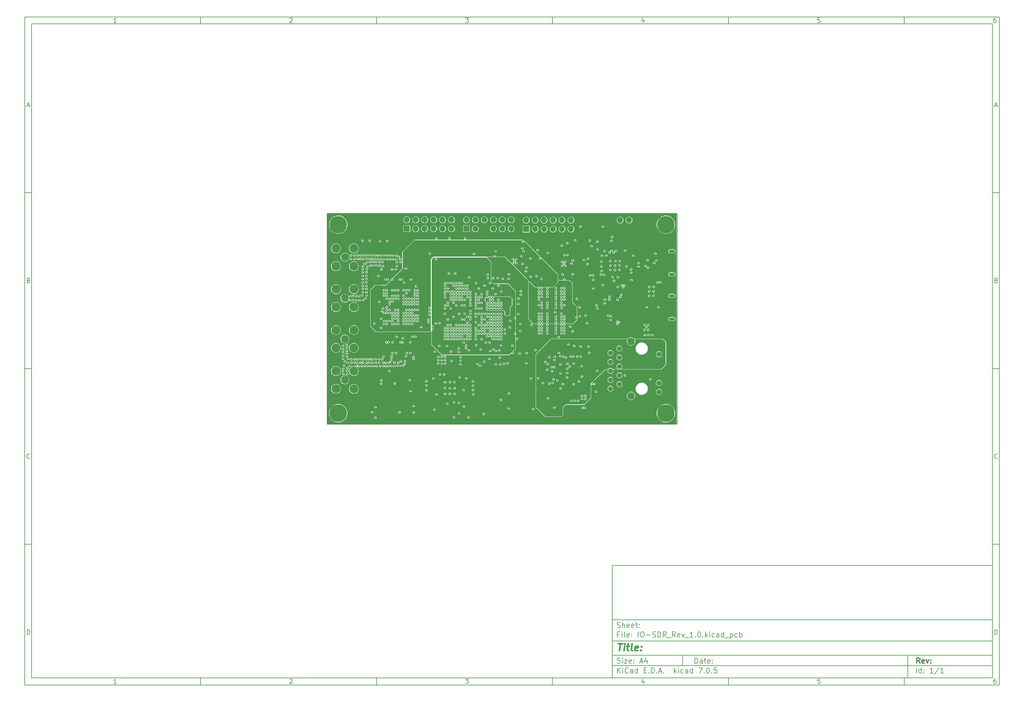
<source format=gbr>
%TF.GenerationSoftware,KiCad,Pcbnew,7.0.5*%
%TF.CreationDate,2023-12-16T19:19:43-05:00*%
%TF.ProjectId,IO-SDR_Rev_1.0,494f2d53-4452-45f5-9265-765f312e302e,rev?*%
%TF.SameCoordinates,Original*%
%TF.FileFunction,Copper,L4,Inr*%
%TF.FilePolarity,Positive*%
%FSLAX46Y46*%
G04 Gerber Fmt 4.6, Leading zero omitted, Abs format (unit mm)*
G04 Created by KiCad (PCBNEW 7.0.5) date 2023-12-16 19:19:43*
%MOMM*%
%LPD*%
G01*
G04 APERTURE LIST*
%ADD10C,0.100000*%
%ADD11C,0.150000*%
%ADD12C,0.300000*%
%ADD13C,0.400000*%
%TA.AperFunction,ComponentPad*%
%ADD14R,1.700000X1.700000*%
%TD*%
%TA.AperFunction,ComponentPad*%
%ADD15O,1.700000X1.700000*%
%TD*%
%TA.AperFunction,ComponentPad*%
%ADD16C,2.250000*%
%TD*%
%TA.AperFunction,ComponentPad*%
%ADD17C,2.550000*%
%TD*%
%TA.AperFunction,ComponentPad*%
%ADD18C,5.000000*%
%TD*%
%TA.AperFunction,ComponentPad*%
%ADD19C,1.397000*%
%TD*%
%TA.AperFunction,ComponentPad*%
%ADD20C,1.524000*%
%TD*%
%TA.AperFunction,ComponentPad*%
%ADD21C,2.133600*%
%TD*%
%TA.AperFunction,ComponentPad*%
%ADD22O,1.800000X0.900000*%
%TD*%
%TA.AperFunction,ViaPad*%
%ADD23C,0.457200*%
%TD*%
%TA.AperFunction,Profile*%
%ADD24C,0.200000*%
%TD*%
G04 APERTURE END LIST*
D10*
D11*
X177002200Y-166007200D02*
X285002200Y-166007200D01*
X285002200Y-198007200D01*
X177002200Y-198007200D01*
X177002200Y-166007200D01*
D10*
D11*
X10000000Y-10000000D02*
X287002200Y-10000000D01*
X287002200Y-200007200D01*
X10000000Y-200007200D01*
X10000000Y-10000000D01*
D10*
D11*
X12000000Y-12000000D02*
X285002200Y-12000000D01*
X285002200Y-198007200D01*
X12000000Y-198007200D01*
X12000000Y-12000000D01*
D10*
D11*
X60000000Y-12000000D02*
X60000000Y-10000000D01*
D10*
D11*
X110000000Y-12000000D02*
X110000000Y-10000000D01*
D10*
D11*
X160000000Y-12000000D02*
X160000000Y-10000000D01*
D10*
D11*
X210000000Y-12000000D02*
X210000000Y-10000000D01*
D10*
D11*
X260000000Y-12000000D02*
X260000000Y-10000000D01*
D10*
D11*
X36089160Y-11593604D02*
X35346303Y-11593604D01*
X35717731Y-11593604D02*
X35717731Y-10293604D01*
X35717731Y-10293604D02*
X35593922Y-10479319D01*
X35593922Y-10479319D02*
X35470112Y-10603128D01*
X35470112Y-10603128D02*
X35346303Y-10665033D01*
D10*
D11*
X85346303Y-10417414D02*
X85408207Y-10355509D01*
X85408207Y-10355509D02*
X85532017Y-10293604D01*
X85532017Y-10293604D02*
X85841541Y-10293604D01*
X85841541Y-10293604D02*
X85965350Y-10355509D01*
X85965350Y-10355509D02*
X86027255Y-10417414D01*
X86027255Y-10417414D02*
X86089160Y-10541223D01*
X86089160Y-10541223D02*
X86089160Y-10665033D01*
X86089160Y-10665033D02*
X86027255Y-10850747D01*
X86027255Y-10850747D02*
X85284398Y-11593604D01*
X85284398Y-11593604D02*
X86089160Y-11593604D01*
D10*
D11*
X135284398Y-10293604D02*
X136089160Y-10293604D01*
X136089160Y-10293604D02*
X135655826Y-10788842D01*
X135655826Y-10788842D02*
X135841541Y-10788842D01*
X135841541Y-10788842D02*
X135965350Y-10850747D01*
X135965350Y-10850747D02*
X136027255Y-10912652D01*
X136027255Y-10912652D02*
X136089160Y-11036461D01*
X136089160Y-11036461D02*
X136089160Y-11345985D01*
X136089160Y-11345985D02*
X136027255Y-11469795D01*
X136027255Y-11469795D02*
X135965350Y-11531700D01*
X135965350Y-11531700D02*
X135841541Y-11593604D01*
X135841541Y-11593604D02*
X135470112Y-11593604D01*
X135470112Y-11593604D02*
X135346303Y-11531700D01*
X135346303Y-11531700D02*
X135284398Y-11469795D01*
D10*
D11*
X185965350Y-10726938D02*
X185965350Y-11593604D01*
X185655826Y-10231700D02*
X185346303Y-11160271D01*
X185346303Y-11160271D02*
X186151064Y-11160271D01*
D10*
D11*
X236027255Y-10293604D02*
X235408207Y-10293604D01*
X235408207Y-10293604D02*
X235346303Y-10912652D01*
X235346303Y-10912652D02*
X235408207Y-10850747D01*
X235408207Y-10850747D02*
X235532017Y-10788842D01*
X235532017Y-10788842D02*
X235841541Y-10788842D01*
X235841541Y-10788842D02*
X235965350Y-10850747D01*
X235965350Y-10850747D02*
X236027255Y-10912652D01*
X236027255Y-10912652D02*
X236089160Y-11036461D01*
X236089160Y-11036461D02*
X236089160Y-11345985D01*
X236089160Y-11345985D02*
X236027255Y-11469795D01*
X236027255Y-11469795D02*
X235965350Y-11531700D01*
X235965350Y-11531700D02*
X235841541Y-11593604D01*
X235841541Y-11593604D02*
X235532017Y-11593604D01*
X235532017Y-11593604D02*
X235408207Y-11531700D01*
X235408207Y-11531700D02*
X235346303Y-11469795D01*
D10*
D11*
X285965350Y-10293604D02*
X285717731Y-10293604D01*
X285717731Y-10293604D02*
X285593922Y-10355509D01*
X285593922Y-10355509D02*
X285532017Y-10417414D01*
X285532017Y-10417414D02*
X285408207Y-10603128D01*
X285408207Y-10603128D02*
X285346303Y-10850747D01*
X285346303Y-10850747D02*
X285346303Y-11345985D01*
X285346303Y-11345985D02*
X285408207Y-11469795D01*
X285408207Y-11469795D02*
X285470112Y-11531700D01*
X285470112Y-11531700D02*
X285593922Y-11593604D01*
X285593922Y-11593604D02*
X285841541Y-11593604D01*
X285841541Y-11593604D02*
X285965350Y-11531700D01*
X285965350Y-11531700D02*
X286027255Y-11469795D01*
X286027255Y-11469795D02*
X286089160Y-11345985D01*
X286089160Y-11345985D02*
X286089160Y-11036461D01*
X286089160Y-11036461D02*
X286027255Y-10912652D01*
X286027255Y-10912652D02*
X285965350Y-10850747D01*
X285965350Y-10850747D02*
X285841541Y-10788842D01*
X285841541Y-10788842D02*
X285593922Y-10788842D01*
X285593922Y-10788842D02*
X285470112Y-10850747D01*
X285470112Y-10850747D02*
X285408207Y-10912652D01*
X285408207Y-10912652D02*
X285346303Y-11036461D01*
D10*
D11*
X60000000Y-198007200D02*
X60000000Y-200007200D01*
D10*
D11*
X110000000Y-198007200D02*
X110000000Y-200007200D01*
D10*
D11*
X160000000Y-198007200D02*
X160000000Y-200007200D01*
D10*
D11*
X210000000Y-198007200D02*
X210000000Y-200007200D01*
D10*
D11*
X260000000Y-198007200D02*
X260000000Y-200007200D01*
D10*
D11*
X36089160Y-199600804D02*
X35346303Y-199600804D01*
X35717731Y-199600804D02*
X35717731Y-198300804D01*
X35717731Y-198300804D02*
X35593922Y-198486519D01*
X35593922Y-198486519D02*
X35470112Y-198610328D01*
X35470112Y-198610328D02*
X35346303Y-198672233D01*
D10*
D11*
X85346303Y-198424614D02*
X85408207Y-198362709D01*
X85408207Y-198362709D02*
X85532017Y-198300804D01*
X85532017Y-198300804D02*
X85841541Y-198300804D01*
X85841541Y-198300804D02*
X85965350Y-198362709D01*
X85965350Y-198362709D02*
X86027255Y-198424614D01*
X86027255Y-198424614D02*
X86089160Y-198548423D01*
X86089160Y-198548423D02*
X86089160Y-198672233D01*
X86089160Y-198672233D02*
X86027255Y-198857947D01*
X86027255Y-198857947D02*
X85284398Y-199600804D01*
X85284398Y-199600804D02*
X86089160Y-199600804D01*
D10*
D11*
X135284398Y-198300804D02*
X136089160Y-198300804D01*
X136089160Y-198300804D02*
X135655826Y-198796042D01*
X135655826Y-198796042D02*
X135841541Y-198796042D01*
X135841541Y-198796042D02*
X135965350Y-198857947D01*
X135965350Y-198857947D02*
X136027255Y-198919852D01*
X136027255Y-198919852D02*
X136089160Y-199043661D01*
X136089160Y-199043661D02*
X136089160Y-199353185D01*
X136089160Y-199353185D02*
X136027255Y-199476995D01*
X136027255Y-199476995D02*
X135965350Y-199538900D01*
X135965350Y-199538900D02*
X135841541Y-199600804D01*
X135841541Y-199600804D02*
X135470112Y-199600804D01*
X135470112Y-199600804D02*
X135346303Y-199538900D01*
X135346303Y-199538900D02*
X135284398Y-199476995D01*
D10*
D11*
X185965350Y-198734138D02*
X185965350Y-199600804D01*
X185655826Y-198238900D02*
X185346303Y-199167471D01*
X185346303Y-199167471D02*
X186151064Y-199167471D01*
D10*
D11*
X236027255Y-198300804D02*
X235408207Y-198300804D01*
X235408207Y-198300804D02*
X235346303Y-198919852D01*
X235346303Y-198919852D02*
X235408207Y-198857947D01*
X235408207Y-198857947D02*
X235532017Y-198796042D01*
X235532017Y-198796042D02*
X235841541Y-198796042D01*
X235841541Y-198796042D02*
X235965350Y-198857947D01*
X235965350Y-198857947D02*
X236027255Y-198919852D01*
X236027255Y-198919852D02*
X236089160Y-199043661D01*
X236089160Y-199043661D02*
X236089160Y-199353185D01*
X236089160Y-199353185D02*
X236027255Y-199476995D01*
X236027255Y-199476995D02*
X235965350Y-199538900D01*
X235965350Y-199538900D02*
X235841541Y-199600804D01*
X235841541Y-199600804D02*
X235532017Y-199600804D01*
X235532017Y-199600804D02*
X235408207Y-199538900D01*
X235408207Y-199538900D02*
X235346303Y-199476995D01*
D10*
D11*
X285965350Y-198300804D02*
X285717731Y-198300804D01*
X285717731Y-198300804D02*
X285593922Y-198362709D01*
X285593922Y-198362709D02*
X285532017Y-198424614D01*
X285532017Y-198424614D02*
X285408207Y-198610328D01*
X285408207Y-198610328D02*
X285346303Y-198857947D01*
X285346303Y-198857947D02*
X285346303Y-199353185D01*
X285346303Y-199353185D02*
X285408207Y-199476995D01*
X285408207Y-199476995D02*
X285470112Y-199538900D01*
X285470112Y-199538900D02*
X285593922Y-199600804D01*
X285593922Y-199600804D02*
X285841541Y-199600804D01*
X285841541Y-199600804D02*
X285965350Y-199538900D01*
X285965350Y-199538900D02*
X286027255Y-199476995D01*
X286027255Y-199476995D02*
X286089160Y-199353185D01*
X286089160Y-199353185D02*
X286089160Y-199043661D01*
X286089160Y-199043661D02*
X286027255Y-198919852D01*
X286027255Y-198919852D02*
X285965350Y-198857947D01*
X285965350Y-198857947D02*
X285841541Y-198796042D01*
X285841541Y-198796042D02*
X285593922Y-198796042D01*
X285593922Y-198796042D02*
X285470112Y-198857947D01*
X285470112Y-198857947D02*
X285408207Y-198919852D01*
X285408207Y-198919852D02*
X285346303Y-199043661D01*
D10*
D11*
X10000000Y-60000000D02*
X12000000Y-60000000D01*
D10*
D11*
X10000000Y-110000000D02*
X12000000Y-110000000D01*
D10*
D11*
X10000000Y-160000000D02*
X12000000Y-160000000D01*
D10*
D11*
X10690476Y-35222176D02*
X11309523Y-35222176D01*
X10566666Y-35593604D02*
X10999999Y-34293604D01*
X10999999Y-34293604D02*
X11433333Y-35593604D01*
D10*
D11*
X11092857Y-84912652D02*
X11278571Y-84974557D01*
X11278571Y-84974557D02*
X11340476Y-85036461D01*
X11340476Y-85036461D02*
X11402380Y-85160271D01*
X11402380Y-85160271D02*
X11402380Y-85345985D01*
X11402380Y-85345985D02*
X11340476Y-85469795D01*
X11340476Y-85469795D02*
X11278571Y-85531700D01*
X11278571Y-85531700D02*
X11154761Y-85593604D01*
X11154761Y-85593604D02*
X10659523Y-85593604D01*
X10659523Y-85593604D02*
X10659523Y-84293604D01*
X10659523Y-84293604D02*
X11092857Y-84293604D01*
X11092857Y-84293604D02*
X11216666Y-84355509D01*
X11216666Y-84355509D02*
X11278571Y-84417414D01*
X11278571Y-84417414D02*
X11340476Y-84541223D01*
X11340476Y-84541223D02*
X11340476Y-84665033D01*
X11340476Y-84665033D02*
X11278571Y-84788842D01*
X11278571Y-84788842D02*
X11216666Y-84850747D01*
X11216666Y-84850747D02*
X11092857Y-84912652D01*
X11092857Y-84912652D02*
X10659523Y-84912652D01*
D10*
D11*
X11402380Y-135469795D02*
X11340476Y-135531700D01*
X11340476Y-135531700D02*
X11154761Y-135593604D01*
X11154761Y-135593604D02*
X11030952Y-135593604D01*
X11030952Y-135593604D02*
X10845238Y-135531700D01*
X10845238Y-135531700D02*
X10721428Y-135407890D01*
X10721428Y-135407890D02*
X10659523Y-135284080D01*
X10659523Y-135284080D02*
X10597619Y-135036461D01*
X10597619Y-135036461D02*
X10597619Y-134850747D01*
X10597619Y-134850747D02*
X10659523Y-134603128D01*
X10659523Y-134603128D02*
X10721428Y-134479319D01*
X10721428Y-134479319D02*
X10845238Y-134355509D01*
X10845238Y-134355509D02*
X11030952Y-134293604D01*
X11030952Y-134293604D02*
X11154761Y-134293604D01*
X11154761Y-134293604D02*
X11340476Y-134355509D01*
X11340476Y-134355509D02*
X11402380Y-134417414D01*
D10*
D11*
X10659523Y-185593604D02*
X10659523Y-184293604D01*
X10659523Y-184293604D02*
X10969047Y-184293604D01*
X10969047Y-184293604D02*
X11154761Y-184355509D01*
X11154761Y-184355509D02*
X11278571Y-184479319D01*
X11278571Y-184479319D02*
X11340476Y-184603128D01*
X11340476Y-184603128D02*
X11402380Y-184850747D01*
X11402380Y-184850747D02*
X11402380Y-185036461D01*
X11402380Y-185036461D02*
X11340476Y-185284080D01*
X11340476Y-185284080D02*
X11278571Y-185407890D01*
X11278571Y-185407890D02*
X11154761Y-185531700D01*
X11154761Y-185531700D02*
X10969047Y-185593604D01*
X10969047Y-185593604D02*
X10659523Y-185593604D01*
D10*
D11*
X287002200Y-60000000D02*
X285002200Y-60000000D01*
D10*
D11*
X287002200Y-110000000D02*
X285002200Y-110000000D01*
D10*
D11*
X287002200Y-160000000D02*
X285002200Y-160000000D01*
D10*
D11*
X285692676Y-35222176D02*
X286311723Y-35222176D01*
X285568866Y-35593604D02*
X286002199Y-34293604D01*
X286002199Y-34293604D02*
X286435533Y-35593604D01*
D10*
D11*
X286095057Y-84912652D02*
X286280771Y-84974557D01*
X286280771Y-84974557D02*
X286342676Y-85036461D01*
X286342676Y-85036461D02*
X286404580Y-85160271D01*
X286404580Y-85160271D02*
X286404580Y-85345985D01*
X286404580Y-85345985D02*
X286342676Y-85469795D01*
X286342676Y-85469795D02*
X286280771Y-85531700D01*
X286280771Y-85531700D02*
X286156961Y-85593604D01*
X286156961Y-85593604D02*
X285661723Y-85593604D01*
X285661723Y-85593604D02*
X285661723Y-84293604D01*
X285661723Y-84293604D02*
X286095057Y-84293604D01*
X286095057Y-84293604D02*
X286218866Y-84355509D01*
X286218866Y-84355509D02*
X286280771Y-84417414D01*
X286280771Y-84417414D02*
X286342676Y-84541223D01*
X286342676Y-84541223D02*
X286342676Y-84665033D01*
X286342676Y-84665033D02*
X286280771Y-84788842D01*
X286280771Y-84788842D02*
X286218866Y-84850747D01*
X286218866Y-84850747D02*
X286095057Y-84912652D01*
X286095057Y-84912652D02*
X285661723Y-84912652D01*
D10*
D11*
X286404580Y-135469795D02*
X286342676Y-135531700D01*
X286342676Y-135531700D02*
X286156961Y-135593604D01*
X286156961Y-135593604D02*
X286033152Y-135593604D01*
X286033152Y-135593604D02*
X285847438Y-135531700D01*
X285847438Y-135531700D02*
X285723628Y-135407890D01*
X285723628Y-135407890D02*
X285661723Y-135284080D01*
X285661723Y-135284080D02*
X285599819Y-135036461D01*
X285599819Y-135036461D02*
X285599819Y-134850747D01*
X285599819Y-134850747D02*
X285661723Y-134603128D01*
X285661723Y-134603128D02*
X285723628Y-134479319D01*
X285723628Y-134479319D02*
X285847438Y-134355509D01*
X285847438Y-134355509D02*
X286033152Y-134293604D01*
X286033152Y-134293604D02*
X286156961Y-134293604D01*
X286156961Y-134293604D02*
X286342676Y-134355509D01*
X286342676Y-134355509D02*
X286404580Y-134417414D01*
D10*
D11*
X285661723Y-185593604D02*
X285661723Y-184293604D01*
X285661723Y-184293604D02*
X285971247Y-184293604D01*
X285971247Y-184293604D02*
X286156961Y-184355509D01*
X286156961Y-184355509D02*
X286280771Y-184479319D01*
X286280771Y-184479319D02*
X286342676Y-184603128D01*
X286342676Y-184603128D02*
X286404580Y-184850747D01*
X286404580Y-184850747D02*
X286404580Y-185036461D01*
X286404580Y-185036461D02*
X286342676Y-185284080D01*
X286342676Y-185284080D02*
X286280771Y-185407890D01*
X286280771Y-185407890D02*
X286156961Y-185531700D01*
X286156961Y-185531700D02*
X285971247Y-185593604D01*
X285971247Y-185593604D02*
X285661723Y-185593604D01*
D10*
D11*
X200458026Y-193793328D02*
X200458026Y-192293328D01*
X200458026Y-192293328D02*
X200815169Y-192293328D01*
X200815169Y-192293328D02*
X201029455Y-192364757D01*
X201029455Y-192364757D02*
X201172312Y-192507614D01*
X201172312Y-192507614D02*
X201243741Y-192650471D01*
X201243741Y-192650471D02*
X201315169Y-192936185D01*
X201315169Y-192936185D02*
X201315169Y-193150471D01*
X201315169Y-193150471D02*
X201243741Y-193436185D01*
X201243741Y-193436185D02*
X201172312Y-193579042D01*
X201172312Y-193579042D02*
X201029455Y-193721900D01*
X201029455Y-193721900D02*
X200815169Y-193793328D01*
X200815169Y-193793328D02*
X200458026Y-193793328D01*
X202600884Y-193793328D02*
X202600884Y-193007614D01*
X202600884Y-193007614D02*
X202529455Y-192864757D01*
X202529455Y-192864757D02*
X202386598Y-192793328D01*
X202386598Y-192793328D02*
X202100884Y-192793328D01*
X202100884Y-192793328D02*
X201958026Y-192864757D01*
X202600884Y-193721900D02*
X202458026Y-193793328D01*
X202458026Y-193793328D02*
X202100884Y-193793328D01*
X202100884Y-193793328D02*
X201958026Y-193721900D01*
X201958026Y-193721900D02*
X201886598Y-193579042D01*
X201886598Y-193579042D02*
X201886598Y-193436185D01*
X201886598Y-193436185D02*
X201958026Y-193293328D01*
X201958026Y-193293328D02*
X202100884Y-193221900D01*
X202100884Y-193221900D02*
X202458026Y-193221900D01*
X202458026Y-193221900D02*
X202600884Y-193150471D01*
X203100884Y-192793328D02*
X203672312Y-192793328D01*
X203315169Y-192293328D02*
X203315169Y-193579042D01*
X203315169Y-193579042D02*
X203386598Y-193721900D01*
X203386598Y-193721900D02*
X203529455Y-193793328D01*
X203529455Y-193793328D02*
X203672312Y-193793328D01*
X204743741Y-193721900D02*
X204600884Y-193793328D01*
X204600884Y-193793328D02*
X204315170Y-193793328D01*
X204315170Y-193793328D02*
X204172312Y-193721900D01*
X204172312Y-193721900D02*
X204100884Y-193579042D01*
X204100884Y-193579042D02*
X204100884Y-193007614D01*
X204100884Y-193007614D02*
X204172312Y-192864757D01*
X204172312Y-192864757D02*
X204315170Y-192793328D01*
X204315170Y-192793328D02*
X204600884Y-192793328D01*
X204600884Y-192793328D02*
X204743741Y-192864757D01*
X204743741Y-192864757D02*
X204815170Y-193007614D01*
X204815170Y-193007614D02*
X204815170Y-193150471D01*
X204815170Y-193150471D02*
X204100884Y-193293328D01*
X205458026Y-193650471D02*
X205529455Y-193721900D01*
X205529455Y-193721900D02*
X205458026Y-193793328D01*
X205458026Y-193793328D02*
X205386598Y-193721900D01*
X205386598Y-193721900D02*
X205458026Y-193650471D01*
X205458026Y-193650471D02*
X205458026Y-193793328D01*
X205458026Y-192864757D02*
X205529455Y-192936185D01*
X205529455Y-192936185D02*
X205458026Y-193007614D01*
X205458026Y-193007614D02*
X205386598Y-192936185D01*
X205386598Y-192936185D02*
X205458026Y-192864757D01*
X205458026Y-192864757D02*
X205458026Y-193007614D01*
D10*
D11*
X177002200Y-194507200D02*
X285002200Y-194507200D01*
D10*
D11*
X178458026Y-196593328D02*
X178458026Y-195093328D01*
X179315169Y-196593328D02*
X178672312Y-195736185D01*
X179315169Y-195093328D02*
X178458026Y-195950471D01*
X179958026Y-196593328D02*
X179958026Y-195593328D01*
X179958026Y-195093328D02*
X179886598Y-195164757D01*
X179886598Y-195164757D02*
X179958026Y-195236185D01*
X179958026Y-195236185D02*
X180029455Y-195164757D01*
X180029455Y-195164757D02*
X179958026Y-195093328D01*
X179958026Y-195093328D02*
X179958026Y-195236185D01*
X181529455Y-196450471D02*
X181458027Y-196521900D01*
X181458027Y-196521900D02*
X181243741Y-196593328D01*
X181243741Y-196593328D02*
X181100884Y-196593328D01*
X181100884Y-196593328D02*
X180886598Y-196521900D01*
X180886598Y-196521900D02*
X180743741Y-196379042D01*
X180743741Y-196379042D02*
X180672312Y-196236185D01*
X180672312Y-196236185D02*
X180600884Y-195950471D01*
X180600884Y-195950471D02*
X180600884Y-195736185D01*
X180600884Y-195736185D02*
X180672312Y-195450471D01*
X180672312Y-195450471D02*
X180743741Y-195307614D01*
X180743741Y-195307614D02*
X180886598Y-195164757D01*
X180886598Y-195164757D02*
X181100884Y-195093328D01*
X181100884Y-195093328D02*
X181243741Y-195093328D01*
X181243741Y-195093328D02*
X181458027Y-195164757D01*
X181458027Y-195164757D02*
X181529455Y-195236185D01*
X182815170Y-196593328D02*
X182815170Y-195807614D01*
X182815170Y-195807614D02*
X182743741Y-195664757D01*
X182743741Y-195664757D02*
X182600884Y-195593328D01*
X182600884Y-195593328D02*
X182315170Y-195593328D01*
X182315170Y-195593328D02*
X182172312Y-195664757D01*
X182815170Y-196521900D02*
X182672312Y-196593328D01*
X182672312Y-196593328D02*
X182315170Y-196593328D01*
X182315170Y-196593328D02*
X182172312Y-196521900D01*
X182172312Y-196521900D02*
X182100884Y-196379042D01*
X182100884Y-196379042D02*
X182100884Y-196236185D01*
X182100884Y-196236185D02*
X182172312Y-196093328D01*
X182172312Y-196093328D02*
X182315170Y-196021900D01*
X182315170Y-196021900D02*
X182672312Y-196021900D01*
X182672312Y-196021900D02*
X182815170Y-195950471D01*
X184172313Y-196593328D02*
X184172313Y-195093328D01*
X184172313Y-196521900D02*
X184029455Y-196593328D01*
X184029455Y-196593328D02*
X183743741Y-196593328D01*
X183743741Y-196593328D02*
X183600884Y-196521900D01*
X183600884Y-196521900D02*
X183529455Y-196450471D01*
X183529455Y-196450471D02*
X183458027Y-196307614D01*
X183458027Y-196307614D02*
X183458027Y-195879042D01*
X183458027Y-195879042D02*
X183529455Y-195736185D01*
X183529455Y-195736185D02*
X183600884Y-195664757D01*
X183600884Y-195664757D02*
X183743741Y-195593328D01*
X183743741Y-195593328D02*
X184029455Y-195593328D01*
X184029455Y-195593328D02*
X184172313Y-195664757D01*
X186029455Y-195807614D02*
X186529455Y-195807614D01*
X186743741Y-196593328D02*
X186029455Y-196593328D01*
X186029455Y-196593328D02*
X186029455Y-195093328D01*
X186029455Y-195093328D02*
X186743741Y-195093328D01*
X187386598Y-196450471D02*
X187458027Y-196521900D01*
X187458027Y-196521900D02*
X187386598Y-196593328D01*
X187386598Y-196593328D02*
X187315170Y-196521900D01*
X187315170Y-196521900D02*
X187386598Y-196450471D01*
X187386598Y-196450471D02*
X187386598Y-196593328D01*
X188100884Y-196593328D02*
X188100884Y-195093328D01*
X188100884Y-195093328D02*
X188458027Y-195093328D01*
X188458027Y-195093328D02*
X188672313Y-195164757D01*
X188672313Y-195164757D02*
X188815170Y-195307614D01*
X188815170Y-195307614D02*
X188886599Y-195450471D01*
X188886599Y-195450471D02*
X188958027Y-195736185D01*
X188958027Y-195736185D02*
X188958027Y-195950471D01*
X188958027Y-195950471D02*
X188886599Y-196236185D01*
X188886599Y-196236185D02*
X188815170Y-196379042D01*
X188815170Y-196379042D02*
X188672313Y-196521900D01*
X188672313Y-196521900D02*
X188458027Y-196593328D01*
X188458027Y-196593328D02*
X188100884Y-196593328D01*
X189600884Y-196450471D02*
X189672313Y-196521900D01*
X189672313Y-196521900D02*
X189600884Y-196593328D01*
X189600884Y-196593328D02*
X189529456Y-196521900D01*
X189529456Y-196521900D02*
X189600884Y-196450471D01*
X189600884Y-196450471D02*
X189600884Y-196593328D01*
X190243742Y-196164757D02*
X190958028Y-196164757D01*
X190100885Y-196593328D02*
X190600885Y-195093328D01*
X190600885Y-195093328D02*
X191100885Y-196593328D01*
X191600884Y-196450471D02*
X191672313Y-196521900D01*
X191672313Y-196521900D02*
X191600884Y-196593328D01*
X191600884Y-196593328D02*
X191529456Y-196521900D01*
X191529456Y-196521900D02*
X191600884Y-196450471D01*
X191600884Y-196450471D02*
X191600884Y-196593328D01*
X194600884Y-196593328D02*
X194600884Y-195093328D01*
X194743742Y-196021900D02*
X195172313Y-196593328D01*
X195172313Y-195593328D02*
X194600884Y-196164757D01*
X195815170Y-196593328D02*
X195815170Y-195593328D01*
X195815170Y-195093328D02*
X195743742Y-195164757D01*
X195743742Y-195164757D02*
X195815170Y-195236185D01*
X195815170Y-195236185D02*
X195886599Y-195164757D01*
X195886599Y-195164757D02*
X195815170Y-195093328D01*
X195815170Y-195093328D02*
X195815170Y-195236185D01*
X197172314Y-196521900D02*
X197029456Y-196593328D01*
X197029456Y-196593328D02*
X196743742Y-196593328D01*
X196743742Y-196593328D02*
X196600885Y-196521900D01*
X196600885Y-196521900D02*
X196529456Y-196450471D01*
X196529456Y-196450471D02*
X196458028Y-196307614D01*
X196458028Y-196307614D02*
X196458028Y-195879042D01*
X196458028Y-195879042D02*
X196529456Y-195736185D01*
X196529456Y-195736185D02*
X196600885Y-195664757D01*
X196600885Y-195664757D02*
X196743742Y-195593328D01*
X196743742Y-195593328D02*
X197029456Y-195593328D01*
X197029456Y-195593328D02*
X197172314Y-195664757D01*
X198458028Y-196593328D02*
X198458028Y-195807614D01*
X198458028Y-195807614D02*
X198386599Y-195664757D01*
X198386599Y-195664757D02*
X198243742Y-195593328D01*
X198243742Y-195593328D02*
X197958028Y-195593328D01*
X197958028Y-195593328D02*
X197815170Y-195664757D01*
X198458028Y-196521900D02*
X198315170Y-196593328D01*
X198315170Y-196593328D02*
X197958028Y-196593328D01*
X197958028Y-196593328D02*
X197815170Y-196521900D01*
X197815170Y-196521900D02*
X197743742Y-196379042D01*
X197743742Y-196379042D02*
X197743742Y-196236185D01*
X197743742Y-196236185D02*
X197815170Y-196093328D01*
X197815170Y-196093328D02*
X197958028Y-196021900D01*
X197958028Y-196021900D02*
X198315170Y-196021900D01*
X198315170Y-196021900D02*
X198458028Y-195950471D01*
X199815171Y-196593328D02*
X199815171Y-195093328D01*
X199815171Y-196521900D02*
X199672313Y-196593328D01*
X199672313Y-196593328D02*
X199386599Y-196593328D01*
X199386599Y-196593328D02*
X199243742Y-196521900D01*
X199243742Y-196521900D02*
X199172313Y-196450471D01*
X199172313Y-196450471D02*
X199100885Y-196307614D01*
X199100885Y-196307614D02*
X199100885Y-195879042D01*
X199100885Y-195879042D02*
X199172313Y-195736185D01*
X199172313Y-195736185D02*
X199243742Y-195664757D01*
X199243742Y-195664757D02*
X199386599Y-195593328D01*
X199386599Y-195593328D02*
X199672313Y-195593328D01*
X199672313Y-195593328D02*
X199815171Y-195664757D01*
X201529456Y-195093328D02*
X202529456Y-195093328D01*
X202529456Y-195093328D02*
X201886599Y-196593328D01*
X203100884Y-196450471D02*
X203172313Y-196521900D01*
X203172313Y-196521900D02*
X203100884Y-196593328D01*
X203100884Y-196593328D02*
X203029456Y-196521900D01*
X203029456Y-196521900D02*
X203100884Y-196450471D01*
X203100884Y-196450471D02*
X203100884Y-196593328D01*
X204100885Y-195093328D02*
X204243742Y-195093328D01*
X204243742Y-195093328D02*
X204386599Y-195164757D01*
X204386599Y-195164757D02*
X204458028Y-195236185D01*
X204458028Y-195236185D02*
X204529456Y-195379042D01*
X204529456Y-195379042D02*
X204600885Y-195664757D01*
X204600885Y-195664757D02*
X204600885Y-196021900D01*
X204600885Y-196021900D02*
X204529456Y-196307614D01*
X204529456Y-196307614D02*
X204458028Y-196450471D01*
X204458028Y-196450471D02*
X204386599Y-196521900D01*
X204386599Y-196521900D02*
X204243742Y-196593328D01*
X204243742Y-196593328D02*
X204100885Y-196593328D01*
X204100885Y-196593328D02*
X203958028Y-196521900D01*
X203958028Y-196521900D02*
X203886599Y-196450471D01*
X203886599Y-196450471D02*
X203815170Y-196307614D01*
X203815170Y-196307614D02*
X203743742Y-196021900D01*
X203743742Y-196021900D02*
X203743742Y-195664757D01*
X203743742Y-195664757D02*
X203815170Y-195379042D01*
X203815170Y-195379042D02*
X203886599Y-195236185D01*
X203886599Y-195236185D02*
X203958028Y-195164757D01*
X203958028Y-195164757D02*
X204100885Y-195093328D01*
X205243741Y-196450471D02*
X205315170Y-196521900D01*
X205315170Y-196521900D02*
X205243741Y-196593328D01*
X205243741Y-196593328D02*
X205172313Y-196521900D01*
X205172313Y-196521900D02*
X205243741Y-196450471D01*
X205243741Y-196450471D02*
X205243741Y-196593328D01*
X206672313Y-195093328D02*
X205958027Y-195093328D01*
X205958027Y-195093328D02*
X205886599Y-195807614D01*
X205886599Y-195807614D02*
X205958027Y-195736185D01*
X205958027Y-195736185D02*
X206100885Y-195664757D01*
X206100885Y-195664757D02*
X206458027Y-195664757D01*
X206458027Y-195664757D02*
X206600885Y-195736185D01*
X206600885Y-195736185D02*
X206672313Y-195807614D01*
X206672313Y-195807614D02*
X206743742Y-195950471D01*
X206743742Y-195950471D02*
X206743742Y-196307614D01*
X206743742Y-196307614D02*
X206672313Y-196450471D01*
X206672313Y-196450471D02*
X206600885Y-196521900D01*
X206600885Y-196521900D02*
X206458027Y-196593328D01*
X206458027Y-196593328D02*
X206100885Y-196593328D01*
X206100885Y-196593328D02*
X205958027Y-196521900D01*
X205958027Y-196521900D02*
X205886599Y-196450471D01*
D10*
D11*
X177002200Y-191507200D02*
X285002200Y-191507200D01*
D10*
D12*
X264413853Y-193785528D02*
X263913853Y-193071242D01*
X263556710Y-193785528D02*
X263556710Y-192285528D01*
X263556710Y-192285528D02*
X264128139Y-192285528D01*
X264128139Y-192285528D02*
X264270996Y-192356957D01*
X264270996Y-192356957D02*
X264342425Y-192428385D01*
X264342425Y-192428385D02*
X264413853Y-192571242D01*
X264413853Y-192571242D02*
X264413853Y-192785528D01*
X264413853Y-192785528D02*
X264342425Y-192928385D01*
X264342425Y-192928385D02*
X264270996Y-192999814D01*
X264270996Y-192999814D02*
X264128139Y-193071242D01*
X264128139Y-193071242D02*
X263556710Y-193071242D01*
X265628139Y-193714100D02*
X265485282Y-193785528D01*
X265485282Y-193785528D02*
X265199568Y-193785528D01*
X265199568Y-193785528D02*
X265056710Y-193714100D01*
X265056710Y-193714100D02*
X264985282Y-193571242D01*
X264985282Y-193571242D02*
X264985282Y-192999814D01*
X264985282Y-192999814D02*
X265056710Y-192856957D01*
X265056710Y-192856957D02*
X265199568Y-192785528D01*
X265199568Y-192785528D02*
X265485282Y-192785528D01*
X265485282Y-192785528D02*
X265628139Y-192856957D01*
X265628139Y-192856957D02*
X265699568Y-192999814D01*
X265699568Y-192999814D02*
X265699568Y-193142671D01*
X265699568Y-193142671D02*
X264985282Y-193285528D01*
X266199567Y-192785528D02*
X266556710Y-193785528D01*
X266556710Y-193785528D02*
X266913853Y-192785528D01*
X267485281Y-193642671D02*
X267556710Y-193714100D01*
X267556710Y-193714100D02*
X267485281Y-193785528D01*
X267485281Y-193785528D02*
X267413853Y-193714100D01*
X267413853Y-193714100D02*
X267485281Y-193642671D01*
X267485281Y-193642671D02*
X267485281Y-193785528D01*
X267485281Y-192856957D02*
X267556710Y-192928385D01*
X267556710Y-192928385D02*
X267485281Y-192999814D01*
X267485281Y-192999814D02*
X267413853Y-192928385D01*
X267413853Y-192928385D02*
X267485281Y-192856957D01*
X267485281Y-192856957D02*
X267485281Y-192999814D01*
D10*
D11*
X178386598Y-193721900D02*
X178600884Y-193793328D01*
X178600884Y-193793328D02*
X178958026Y-193793328D01*
X178958026Y-193793328D02*
X179100884Y-193721900D01*
X179100884Y-193721900D02*
X179172312Y-193650471D01*
X179172312Y-193650471D02*
X179243741Y-193507614D01*
X179243741Y-193507614D02*
X179243741Y-193364757D01*
X179243741Y-193364757D02*
X179172312Y-193221900D01*
X179172312Y-193221900D02*
X179100884Y-193150471D01*
X179100884Y-193150471D02*
X178958026Y-193079042D01*
X178958026Y-193079042D02*
X178672312Y-193007614D01*
X178672312Y-193007614D02*
X178529455Y-192936185D01*
X178529455Y-192936185D02*
X178458026Y-192864757D01*
X178458026Y-192864757D02*
X178386598Y-192721900D01*
X178386598Y-192721900D02*
X178386598Y-192579042D01*
X178386598Y-192579042D02*
X178458026Y-192436185D01*
X178458026Y-192436185D02*
X178529455Y-192364757D01*
X178529455Y-192364757D02*
X178672312Y-192293328D01*
X178672312Y-192293328D02*
X179029455Y-192293328D01*
X179029455Y-192293328D02*
X179243741Y-192364757D01*
X179886597Y-193793328D02*
X179886597Y-192793328D01*
X179886597Y-192293328D02*
X179815169Y-192364757D01*
X179815169Y-192364757D02*
X179886597Y-192436185D01*
X179886597Y-192436185D02*
X179958026Y-192364757D01*
X179958026Y-192364757D02*
X179886597Y-192293328D01*
X179886597Y-192293328D02*
X179886597Y-192436185D01*
X180458026Y-192793328D02*
X181243741Y-192793328D01*
X181243741Y-192793328D02*
X180458026Y-193793328D01*
X180458026Y-193793328D02*
X181243741Y-193793328D01*
X182386598Y-193721900D02*
X182243741Y-193793328D01*
X182243741Y-193793328D02*
X181958027Y-193793328D01*
X181958027Y-193793328D02*
X181815169Y-193721900D01*
X181815169Y-193721900D02*
X181743741Y-193579042D01*
X181743741Y-193579042D02*
X181743741Y-193007614D01*
X181743741Y-193007614D02*
X181815169Y-192864757D01*
X181815169Y-192864757D02*
X181958027Y-192793328D01*
X181958027Y-192793328D02*
X182243741Y-192793328D01*
X182243741Y-192793328D02*
X182386598Y-192864757D01*
X182386598Y-192864757D02*
X182458027Y-193007614D01*
X182458027Y-193007614D02*
X182458027Y-193150471D01*
X182458027Y-193150471D02*
X181743741Y-193293328D01*
X183100883Y-193650471D02*
X183172312Y-193721900D01*
X183172312Y-193721900D02*
X183100883Y-193793328D01*
X183100883Y-193793328D02*
X183029455Y-193721900D01*
X183029455Y-193721900D02*
X183100883Y-193650471D01*
X183100883Y-193650471D02*
X183100883Y-193793328D01*
X183100883Y-192864757D02*
X183172312Y-192936185D01*
X183172312Y-192936185D02*
X183100883Y-193007614D01*
X183100883Y-193007614D02*
X183029455Y-192936185D01*
X183029455Y-192936185D02*
X183100883Y-192864757D01*
X183100883Y-192864757D02*
X183100883Y-193007614D01*
X184886598Y-193364757D02*
X185600884Y-193364757D01*
X184743741Y-193793328D02*
X185243741Y-192293328D01*
X185243741Y-192293328D02*
X185743741Y-193793328D01*
X186886598Y-192793328D02*
X186886598Y-193793328D01*
X186529455Y-192221900D02*
X186172312Y-193293328D01*
X186172312Y-193293328D02*
X187100883Y-193293328D01*
D10*
D11*
X263458026Y-196593328D02*
X263458026Y-195093328D01*
X264815170Y-196593328D02*
X264815170Y-195093328D01*
X264815170Y-196521900D02*
X264672312Y-196593328D01*
X264672312Y-196593328D02*
X264386598Y-196593328D01*
X264386598Y-196593328D02*
X264243741Y-196521900D01*
X264243741Y-196521900D02*
X264172312Y-196450471D01*
X264172312Y-196450471D02*
X264100884Y-196307614D01*
X264100884Y-196307614D02*
X264100884Y-195879042D01*
X264100884Y-195879042D02*
X264172312Y-195736185D01*
X264172312Y-195736185D02*
X264243741Y-195664757D01*
X264243741Y-195664757D02*
X264386598Y-195593328D01*
X264386598Y-195593328D02*
X264672312Y-195593328D01*
X264672312Y-195593328D02*
X264815170Y-195664757D01*
X265529455Y-196450471D02*
X265600884Y-196521900D01*
X265600884Y-196521900D02*
X265529455Y-196593328D01*
X265529455Y-196593328D02*
X265458027Y-196521900D01*
X265458027Y-196521900D02*
X265529455Y-196450471D01*
X265529455Y-196450471D02*
X265529455Y-196593328D01*
X265529455Y-195664757D02*
X265600884Y-195736185D01*
X265600884Y-195736185D02*
X265529455Y-195807614D01*
X265529455Y-195807614D02*
X265458027Y-195736185D01*
X265458027Y-195736185D02*
X265529455Y-195664757D01*
X265529455Y-195664757D02*
X265529455Y-195807614D01*
X268172313Y-196593328D02*
X267315170Y-196593328D01*
X267743741Y-196593328D02*
X267743741Y-195093328D01*
X267743741Y-195093328D02*
X267600884Y-195307614D01*
X267600884Y-195307614D02*
X267458027Y-195450471D01*
X267458027Y-195450471D02*
X267315170Y-195521900D01*
X269886598Y-195021900D02*
X268600884Y-196950471D01*
X271172313Y-196593328D02*
X270315170Y-196593328D01*
X270743741Y-196593328D02*
X270743741Y-195093328D01*
X270743741Y-195093328D02*
X270600884Y-195307614D01*
X270600884Y-195307614D02*
X270458027Y-195450471D01*
X270458027Y-195450471D02*
X270315170Y-195521900D01*
D10*
D11*
X177002200Y-187507200D02*
X285002200Y-187507200D01*
D10*
D13*
X178693928Y-188211638D02*
X179836785Y-188211638D01*
X179015357Y-190211638D02*
X179265357Y-188211638D01*
X180253452Y-190211638D02*
X180420119Y-188878304D01*
X180503452Y-188211638D02*
X180396309Y-188306876D01*
X180396309Y-188306876D02*
X180479643Y-188402114D01*
X180479643Y-188402114D02*
X180586786Y-188306876D01*
X180586786Y-188306876D02*
X180503452Y-188211638D01*
X180503452Y-188211638D02*
X180479643Y-188402114D01*
X181086786Y-188878304D02*
X181848690Y-188878304D01*
X181455833Y-188211638D02*
X181241548Y-189925923D01*
X181241548Y-189925923D02*
X181312976Y-190116400D01*
X181312976Y-190116400D02*
X181491548Y-190211638D01*
X181491548Y-190211638D02*
X181682024Y-190211638D01*
X182634405Y-190211638D02*
X182455833Y-190116400D01*
X182455833Y-190116400D02*
X182384405Y-189925923D01*
X182384405Y-189925923D02*
X182598690Y-188211638D01*
X184170119Y-190116400D02*
X183967738Y-190211638D01*
X183967738Y-190211638D02*
X183586785Y-190211638D01*
X183586785Y-190211638D02*
X183408214Y-190116400D01*
X183408214Y-190116400D02*
X183336785Y-189925923D01*
X183336785Y-189925923D02*
X183432024Y-189164019D01*
X183432024Y-189164019D02*
X183551071Y-188973542D01*
X183551071Y-188973542D02*
X183753452Y-188878304D01*
X183753452Y-188878304D02*
X184134404Y-188878304D01*
X184134404Y-188878304D02*
X184312976Y-188973542D01*
X184312976Y-188973542D02*
X184384404Y-189164019D01*
X184384404Y-189164019D02*
X184360595Y-189354495D01*
X184360595Y-189354495D02*
X183384404Y-189544971D01*
X185134405Y-190021161D02*
X185217738Y-190116400D01*
X185217738Y-190116400D02*
X185110595Y-190211638D01*
X185110595Y-190211638D02*
X185027262Y-190116400D01*
X185027262Y-190116400D02*
X185134405Y-190021161D01*
X185134405Y-190021161D02*
X185110595Y-190211638D01*
X185265357Y-188973542D02*
X185348690Y-189068780D01*
X185348690Y-189068780D02*
X185241548Y-189164019D01*
X185241548Y-189164019D02*
X185158214Y-189068780D01*
X185158214Y-189068780D02*
X185265357Y-188973542D01*
X185265357Y-188973542D02*
X185241548Y-189164019D01*
D10*
D11*
X178958026Y-185607614D02*
X178458026Y-185607614D01*
X178458026Y-186393328D02*
X178458026Y-184893328D01*
X178458026Y-184893328D02*
X179172312Y-184893328D01*
X179743740Y-186393328D02*
X179743740Y-185393328D01*
X179743740Y-184893328D02*
X179672312Y-184964757D01*
X179672312Y-184964757D02*
X179743740Y-185036185D01*
X179743740Y-185036185D02*
X179815169Y-184964757D01*
X179815169Y-184964757D02*
X179743740Y-184893328D01*
X179743740Y-184893328D02*
X179743740Y-185036185D01*
X180672312Y-186393328D02*
X180529455Y-186321900D01*
X180529455Y-186321900D02*
X180458026Y-186179042D01*
X180458026Y-186179042D02*
X180458026Y-184893328D01*
X181815169Y-186321900D02*
X181672312Y-186393328D01*
X181672312Y-186393328D02*
X181386598Y-186393328D01*
X181386598Y-186393328D02*
X181243740Y-186321900D01*
X181243740Y-186321900D02*
X181172312Y-186179042D01*
X181172312Y-186179042D02*
X181172312Y-185607614D01*
X181172312Y-185607614D02*
X181243740Y-185464757D01*
X181243740Y-185464757D02*
X181386598Y-185393328D01*
X181386598Y-185393328D02*
X181672312Y-185393328D01*
X181672312Y-185393328D02*
X181815169Y-185464757D01*
X181815169Y-185464757D02*
X181886598Y-185607614D01*
X181886598Y-185607614D02*
X181886598Y-185750471D01*
X181886598Y-185750471D02*
X181172312Y-185893328D01*
X182529454Y-186250471D02*
X182600883Y-186321900D01*
X182600883Y-186321900D02*
X182529454Y-186393328D01*
X182529454Y-186393328D02*
X182458026Y-186321900D01*
X182458026Y-186321900D02*
X182529454Y-186250471D01*
X182529454Y-186250471D02*
X182529454Y-186393328D01*
X182529454Y-185464757D02*
X182600883Y-185536185D01*
X182600883Y-185536185D02*
X182529454Y-185607614D01*
X182529454Y-185607614D02*
X182458026Y-185536185D01*
X182458026Y-185536185D02*
X182529454Y-185464757D01*
X182529454Y-185464757D02*
X182529454Y-185607614D01*
X184386597Y-186393328D02*
X184386597Y-184893328D01*
X185386598Y-184893328D02*
X185672312Y-184893328D01*
X185672312Y-184893328D02*
X185815169Y-184964757D01*
X185815169Y-184964757D02*
X185958026Y-185107614D01*
X185958026Y-185107614D02*
X186029455Y-185393328D01*
X186029455Y-185393328D02*
X186029455Y-185893328D01*
X186029455Y-185893328D02*
X185958026Y-186179042D01*
X185958026Y-186179042D02*
X185815169Y-186321900D01*
X185815169Y-186321900D02*
X185672312Y-186393328D01*
X185672312Y-186393328D02*
X185386598Y-186393328D01*
X185386598Y-186393328D02*
X185243741Y-186321900D01*
X185243741Y-186321900D02*
X185100883Y-186179042D01*
X185100883Y-186179042D02*
X185029455Y-185893328D01*
X185029455Y-185893328D02*
X185029455Y-185393328D01*
X185029455Y-185393328D02*
X185100883Y-185107614D01*
X185100883Y-185107614D02*
X185243741Y-184964757D01*
X185243741Y-184964757D02*
X185386598Y-184893328D01*
X186672312Y-185821900D02*
X187815170Y-185821900D01*
X188458027Y-186321900D02*
X188672313Y-186393328D01*
X188672313Y-186393328D02*
X189029455Y-186393328D01*
X189029455Y-186393328D02*
X189172313Y-186321900D01*
X189172313Y-186321900D02*
X189243741Y-186250471D01*
X189243741Y-186250471D02*
X189315170Y-186107614D01*
X189315170Y-186107614D02*
X189315170Y-185964757D01*
X189315170Y-185964757D02*
X189243741Y-185821900D01*
X189243741Y-185821900D02*
X189172313Y-185750471D01*
X189172313Y-185750471D02*
X189029455Y-185679042D01*
X189029455Y-185679042D02*
X188743741Y-185607614D01*
X188743741Y-185607614D02*
X188600884Y-185536185D01*
X188600884Y-185536185D02*
X188529455Y-185464757D01*
X188529455Y-185464757D02*
X188458027Y-185321900D01*
X188458027Y-185321900D02*
X188458027Y-185179042D01*
X188458027Y-185179042D02*
X188529455Y-185036185D01*
X188529455Y-185036185D02*
X188600884Y-184964757D01*
X188600884Y-184964757D02*
X188743741Y-184893328D01*
X188743741Y-184893328D02*
X189100884Y-184893328D01*
X189100884Y-184893328D02*
X189315170Y-184964757D01*
X189958026Y-186393328D02*
X189958026Y-184893328D01*
X189958026Y-184893328D02*
X190315169Y-184893328D01*
X190315169Y-184893328D02*
X190529455Y-184964757D01*
X190529455Y-184964757D02*
X190672312Y-185107614D01*
X190672312Y-185107614D02*
X190743741Y-185250471D01*
X190743741Y-185250471D02*
X190815169Y-185536185D01*
X190815169Y-185536185D02*
X190815169Y-185750471D01*
X190815169Y-185750471D02*
X190743741Y-186036185D01*
X190743741Y-186036185D02*
X190672312Y-186179042D01*
X190672312Y-186179042D02*
X190529455Y-186321900D01*
X190529455Y-186321900D02*
X190315169Y-186393328D01*
X190315169Y-186393328D02*
X189958026Y-186393328D01*
X192315169Y-186393328D02*
X191815169Y-185679042D01*
X191458026Y-186393328D02*
X191458026Y-184893328D01*
X191458026Y-184893328D02*
X192029455Y-184893328D01*
X192029455Y-184893328D02*
X192172312Y-184964757D01*
X192172312Y-184964757D02*
X192243741Y-185036185D01*
X192243741Y-185036185D02*
X192315169Y-185179042D01*
X192315169Y-185179042D02*
X192315169Y-185393328D01*
X192315169Y-185393328D02*
X192243741Y-185536185D01*
X192243741Y-185536185D02*
X192172312Y-185607614D01*
X192172312Y-185607614D02*
X192029455Y-185679042D01*
X192029455Y-185679042D02*
X191458026Y-185679042D01*
X192600884Y-186536185D02*
X193743741Y-186536185D01*
X194958026Y-186393328D02*
X194458026Y-185679042D01*
X194100883Y-186393328D02*
X194100883Y-184893328D01*
X194100883Y-184893328D02*
X194672312Y-184893328D01*
X194672312Y-184893328D02*
X194815169Y-184964757D01*
X194815169Y-184964757D02*
X194886598Y-185036185D01*
X194886598Y-185036185D02*
X194958026Y-185179042D01*
X194958026Y-185179042D02*
X194958026Y-185393328D01*
X194958026Y-185393328D02*
X194886598Y-185536185D01*
X194886598Y-185536185D02*
X194815169Y-185607614D01*
X194815169Y-185607614D02*
X194672312Y-185679042D01*
X194672312Y-185679042D02*
X194100883Y-185679042D01*
X196172312Y-186321900D02*
X196029455Y-186393328D01*
X196029455Y-186393328D02*
X195743741Y-186393328D01*
X195743741Y-186393328D02*
X195600883Y-186321900D01*
X195600883Y-186321900D02*
X195529455Y-186179042D01*
X195529455Y-186179042D02*
X195529455Y-185607614D01*
X195529455Y-185607614D02*
X195600883Y-185464757D01*
X195600883Y-185464757D02*
X195743741Y-185393328D01*
X195743741Y-185393328D02*
X196029455Y-185393328D01*
X196029455Y-185393328D02*
X196172312Y-185464757D01*
X196172312Y-185464757D02*
X196243741Y-185607614D01*
X196243741Y-185607614D02*
X196243741Y-185750471D01*
X196243741Y-185750471D02*
X195529455Y-185893328D01*
X196743740Y-185393328D02*
X197100883Y-186393328D01*
X197100883Y-186393328D02*
X197458026Y-185393328D01*
X197672312Y-186536185D02*
X198815169Y-186536185D01*
X199958026Y-186393328D02*
X199100883Y-186393328D01*
X199529454Y-186393328D02*
X199529454Y-184893328D01*
X199529454Y-184893328D02*
X199386597Y-185107614D01*
X199386597Y-185107614D02*
X199243740Y-185250471D01*
X199243740Y-185250471D02*
X199100883Y-185321900D01*
X200600882Y-186250471D02*
X200672311Y-186321900D01*
X200672311Y-186321900D02*
X200600882Y-186393328D01*
X200600882Y-186393328D02*
X200529454Y-186321900D01*
X200529454Y-186321900D02*
X200600882Y-186250471D01*
X200600882Y-186250471D02*
X200600882Y-186393328D01*
X201600883Y-184893328D02*
X201743740Y-184893328D01*
X201743740Y-184893328D02*
X201886597Y-184964757D01*
X201886597Y-184964757D02*
X201958026Y-185036185D01*
X201958026Y-185036185D02*
X202029454Y-185179042D01*
X202029454Y-185179042D02*
X202100883Y-185464757D01*
X202100883Y-185464757D02*
X202100883Y-185821900D01*
X202100883Y-185821900D02*
X202029454Y-186107614D01*
X202029454Y-186107614D02*
X201958026Y-186250471D01*
X201958026Y-186250471D02*
X201886597Y-186321900D01*
X201886597Y-186321900D02*
X201743740Y-186393328D01*
X201743740Y-186393328D02*
X201600883Y-186393328D01*
X201600883Y-186393328D02*
X201458026Y-186321900D01*
X201458026Y-186321900D02*
X201386597Y-186250471D01*
X201386597Y-186250471D02*
X201315168Y-186107614D01*
X201315168Y-186107614D02*
X201243740Y-185821900D01*
X201243740Y-185821900D02*
X201243740Y-185464757D01*
X201243740Y-185464757D02*
X201315168Y-185179042D01*
X201315168Y-185179042D02*
X201386597Y-185036185D01*
X201386597Y-185036185D02*
X201458026Y-184964757D01*
X201458026Y-184964757D02*
X201600883Y-184893328D01*
X202743739Y-186250471D02*
X202815168Y-186321900D01*
X202815168Y-186321900D02*
X202743739Y-186393328D01*
X202743739Y-186393328D02*
X202672311Y-186321900D01*
X202672311Y-186321900D02*
X202743739Y-186250471D01*
X202743739Y-186250471D02*
X202743739Y-186393328D01*
X203458025Y-186393328D02*
X203458025Y-184893328D01*
X203600883Y-185821900D02*
X204029454Y-186393328D01*
X204029454Y-185393328D02*
X203458025Y-185964757D01*
X204672311Y-186393328D02*
X204672311Y-185393328D01*
X204672311Y-184893328D02*
X204600883Y-184964757D01*
X204600883Y-184964757D02*
X204672311Y-185036185D01*
X204672311Y-185036185D02*
X204743740Y-184964757D01*
X204743740Y-184964757D02*
X204672311Y-184893328D01*
X204672311Y-184893328D02*
X204672311Y-185036185D01*
X206029455Y-186321900D02*
X205886597Y-186393328D01*
X205886597Y-186393328D02*
X205600883Y-186393328D01*
X205600883Y-186393328D02*
X205458026Y-186321900D01*
X205458026Y-186321900D02*
X205386597Y-186250471D01*
X205386597Y-186250471D02*
X205315169Y-186107614D01*
X205315169Y-186107614D02*
X205315169Y-185679042D01*
X205315169Y-185679042D02*
X205386597Y-185536185D01*
X205386597Y-185536185D02*
X205458026Y-185464757D01*
X205458026Y-185464757D02*
X205600883Y-185393328D01*
X205600883Y-185393328D02*
X205886597Y-185393328D01*
X205886597Y-185393328D02*
X206029455Y-185464757D01*
X207315169Y-186393328D02*
X207315169Y-185607614D01*
X207315169Y-185607614D02*
X207243740Y-185464757D01*
X207243740Y-185464757D02*
X207100883Y-185393328D01*
X207100883Y-185393328D02*
X206815169Y-185393328D01*
X206815169Y-185393328D02*
X206672311Y-185464757D01*
X207315169Y-186321900D02*
X207172311Y-186393328D01*
X207172311Y-186393328D02*
X206815169Y-186393328D01*
X206815169Y-186393328D02*
X206672311Y-186321900D01*
X206672311Y-186321900D02*
X206600883Y-186179042D01*
X206600883Y-186179042D02*
X206600883Y-186036185D01*
X206600883Y-186036185D02*
X206672311Y-185893328D01*
X206672311Y-185893328D02*
X206815169Y-185821900D01*
X206815169Y-185821900D02*
X207172311Y-185821900D01*
X207172311Y-185821900D02*
X207315169Y-185750471D01*
X208672312Y-186393328D02*
X208672312Y-184893328D01*
X208672312Y-186321900D02*
X208529454Y-186393328D01*
X208529454Y-186393328D02*
X208243740Y-186393328D01*
X208243740Y-186393328D02*
X208100883Y-186321900D01*
X208100883Y-186321900D02*
X208029454Y-186250471D01*
X208029454Y-186250471D02*
X207958026Y-186107614D01*
X207958026Y-186107614D02*
X207958026Y-185679042D01*
X207958026Y-185679042D02*
X208029454Y-185536185D01*
X208029454Y-185536185D02*
X208100883Y-185464757D01*
X208100883Y-185464757D02*
X208243740Y-185393328D01*
X208243740Y-185393328D02*
X208529454Y-185393328D01*
X208529454Y-185393328D02*
X208672312Y-185464757D01*
X209029455Y-186536185D02*
X210172312Y-186536185D01*
X210529454Y-185393328D02*
X210529454Y-186893328D01*
X210529454Y-185464757D02*
X210672312Y-185393328D01*
X210672312Y-185393328D02*
X210958026Y-185393328D01*
X210958026Y-185393328D02*
X211100883Y-185464757D01*
X211100883Y-185464757D02*
X211172312Y-185536185D01*
X211172312Y-185536185D02*
X211243740Y-185679042D01*
X211243740Y-185679042D02*
X211243740Y-186107614D01*
X211243740Y-186107614D02*
X211172312Y-186250471D01*
X211172312Y-186250471D02*
X211100883Y-186321900D01*
X211100883Y-186321900D02*
X210958026Y-186393328D01*
X210958026Y-186393328D02*
X210672312Y-186393328D01*
X210672312Y-186393328D02*
X210529454Y-186321900D01*
X212529455Y-186321900D02*
X212386597Y-186393328D01*
X212386597Y-186393328D02*
X212100883Y-186393328D01*
X212100883Y-186393328D02*
X211958026Y-186321900D01*
X211958026Y-186321900D02*
X211886597Y-186250471D01*
X211886597Y-186250471D02*
X211815169Y-186107614D01*
X211815169Y-186107614D02*
X211815169Y-185679042D01*
X211815169Y-185679042D02*
X211886597Y-185536185D01*
X211886597Y-185536185D02*
X211958026Y-185464757D01*
X211958026Y-185464757D02*
X212100883Y-185393328D01*
X212100883Y-185393328D02*
X212386597Y-185393328D01*
X212386597Y-185393328D02*
X212529455Y-185464757D01*
X213172311Y-186393328D02*
X213172311Y-184893328D01*
X213172311Y-185464757D02*
X213315169Y-185393328D01*
X213315169Y-185393328D02*
X213600883Y-185393328D01*
X213600883Y-185393328D02*
X213743740Y-185464757D01*
X213743740Y-185464757D02*
X213815169Y-185536185D01*
X213815169Y-185536185D02*
X213886597Y-185679042D01*
X213886597Y-185679042D02*
X213886597Y-186107614D01*
X213886597Y-186107614D02*
X213815169Y-186250471D01*
X213815169Y-186250471D02*
X213743740Y-186321900D01*
X213743740Y-186321900D02*
X213600883Y-186393328D01*
X213600883Y-186393328D02*
X213315169Y-186393328D01*
X213315169Y-186393328D02*
X213172311Y-186321900D01*
D10*
D11*
X177002200Y-181507200D02*
X285002200Y-181507200D01*
D10*
D11*
X178386598Y-183621900D02*
X178600884Y-183693328D01*
X178600884Y-183693328D02*
X178958026Y-183693328D01*
X178958026Y-183693328D02*
X179100884Y-183621900D01*
X179100884Y-183621900D02*
X179172312Y-183550471D01*
X179172312Y-183550471D02*
X179243741Y-183407614D01*
X179243741Y-183407614D02*
X179243741Y-183264757D01*
X179243741Y-183264757D02*
X179172312Y-183121900D01*
X179172312Y-183121900D02*
X179100884Y-183050471D01*
X179100884Y-183050471D02*
X178958026Y-182979042D01*
X178958026Y-182979042D02*
X178672312Y-182907614D01*
X178672312Y-182907614D02*
X178529455Y-182836185D01*
X178529455Y-182836185D02*
X178458026Y-182764757D01*
X178458026Y-182764757D02*
X178386598Y-182621900D01*
X178386598Y-182621900D02*
X178386598Y-182479042D01*
X178386598Y-182479042D02*
X178458026Y-182336185D01*
X178458026Y-182336185D02*
X178529455Y-182264757D01*
X178529455Y-182264757D02*
X178672312Y-182193328D01*
X178672312Y-182193328D02*
X179029455Y-182193328D01*
X179029455Y-182193328D02*
X179243741Y-182264757D01*
X179886597Y-183693328D02*
X179886597Y-182193328D01*
X180529455Y-183693328D02*
X180529455Y-182907614D01*
X180529455Y-182907614D02*
X180458026Y-182764757D01*
X180458026Y-182764757D02*
X180315169Y-182693328D01*
X180315169Y-182693328D02*
X180100883Y-182693328D01*
X180100883Y-182693328D02*
X179958026Y-182764757D01*
X179958026Y-182764757D02*
X179886597Y-182836185D01*
X181815169Y-183621900D02*
X181672312Y-183693328D01*
X181672312Y-183693328D02*
X181386598Y-183693328D01*
X181386598Y-183693328D02*
X181243740Y-183621900D01*
X181243740Y-183621900D02*
X181172312Y-183479042D01*
X181172312Y-183479042D02*
X181172312Y-182907614D01*
X181172312Y-182907614D02*
X181243740Y-182764757D01*
X181243740Y-182764757D02*
X181386598Y-182693328D01*
X181386598Y-182693328D02*
X181672312Y-182693328D01*
X181672312Y-182693328D02*
X181815169Y-182764757D01*
X181815169Y-182764757D02*
X181886598Y-182907614D01*
X181886598Y-182907614D02*
X181886598Y-183050471D01*
X181886598Y-183050471D02*
X181172312Y-183193328D01*
X183100883Y-183621900D02*
X182958026Y-183693328D01*
X182958026Y-183693328D02*
X182672312Y-183693328D01*
X182672312Y-183693328D02*
X182529454Y-183621900D01*
X182529454Y-183621900D02*
X182458026Y-183479042D01*
X182458026Y-183479042D02*
X182458026Y-182907614D01*
X182458026Y-182907614D02*
X182529454Y-182764757D01*
X182529454Y-182764757D02*
X182672312Y-182693328D01*
X182672312Y-182693328D02*
X182958026Y-182693328D01*
X182958026Y-182693328D02*
X183100883Y-182764757D01*
X183100883Y-182764757D02*
X183172312Y-182907614D01*
X183172312Y-182907614D02*
X183172312Y-183050471D01*
X183172312Y-183050471D02*
X182458026Y-183193328D01*
X183600883Y-182693328D02*
X184172311Y-182693328D01*
X183815168Y-182193328D02*
X183815168Y-183479042D01*
X183815168Y-183479042D02*
X183886597Y-183621900D01*
X183886597Y-183621900D02*
X184029454Y-183693328D01*
X184029454Y-183693328D02*
X184172311Y-183693328D01*
X184672311Y-183550471D02*
X184743740Y-183621900D01*
X184743740Y-183621900D02*
X184672311Y-183693328D01*
X184672311Y-183693328D02*
X184600883Y-183621900D01*
X184600883Y-183621900D02*
X184672311Y-183550471D01*
X184672311Y-183550471D02*
X184672311Y-183693328D01*
X184672311Y-182764757D02*
X184743740Y-182836185D01*
X184743740Y-182836185D02*
X184672311Y-182907614D01*
X184672311Y-182907614D02*
X184600883Y-182836185D01*
X184600883Y-182836185D02*
X184672311Y-182764757D01*
X184672311Y-182764757D02*
X184672311Y-182907614D01*
D10*
D12*
D10*
D11*
D10*
D11*
D10*
D11*
D10*
D11*
D10*
D11*
X197002200Y-191507200D02*
X197002200Y-194507200D01*
D10*
D11*
X261002200Y-191507200D02*
X261002200Y-198007200D01*
D14*
%TO.N,+5VA*%
%TO.C,J3*%
X184292654Y-67782854D03*
D15*
%TO.N,GND*%
X181752654Y-67782854D03*
%TO.N,PTI*%
X179212654Y-67782854D03*
%TD*%
D14*
%TO.N,+1V8*%
%TO.C,J5*%
X152545354Y-70328054D03*
D15*
%TO.N,TMS*%
X152545354Y-67788054D03*
%TO.N,TCK*%
X155085354Y-70328054D03*
%TO.N,TDO*%
X155085354Y-67788054D03*
%TO.N,TDI*%
X157625354Y-70328054D03*
%TO.N,GND*%
X157625354Y-67788054D03*
%TO.N,EXT_CLK_EN*%
X160165354Y-70328054D03*
%TO.N,UART_RX*%
X160165354Y-67788054D03*
%TO.N,UART_TX*%
X162705354Y-70328054D03*
%TO.N,GND*%
X162705354Y-67788054D03*
%TO.N,JTAG_BOOT*%
X165245354Y-70328054D03*
%TO.N,SD_BOOT*%
X165245354Y-67788054D03*
%TD*%
D16*
%TO.N,/Sheet3/UB1*%
%TO.C,J11*%
X101015800Y-78333600D03*
D17*
%TO.N,GND*%
X103555800Y-75793600D03*
X103555800Y-80873600D03*
X98475800Y-80873600D03*
X98475800Y-75793600D03*
%TD*%
D18*
%TO.N,GND*%
%TO.C,H3*%
X192227654Y-69077854D03*
%TD*%
%TO.N,GND*%
%TO.C,H4*%
X192227654Y-122707854D03*
%TD*%
D19*
%TO.N,Net-(J7-TCT)*%
%TO.C,J7*%
X176472200Y-115746801D03*
%TO.N,/Sheet2/MDI0_P*%
X179012200Y-114476801D03*
%TO.N,/Sheet2/MDI0_N*%
X176472200Y-113206801D03*
%TO.N,/Sheet2/MDI1_P*%
X179012200Y-111936801D03*
%TO.N,/Sheet2/MDI2_P*%
X176472200Y-110666801D03*
%TO.N,/Sheet2/MDI2_N*%
X179012200Y-109396801D03*
%TO.N,/Sheet2/MDI1_N*%
X176472200Y-108126801D03*
%TO.N,/Sheet2/MDI3_P*%
X179012200Y-106856801D03*
%TO.N,/Sheet2/MDI3_N*%
X176472200Y-105586801D03*
%TO.N,Net-(J7-EARTH)*%
X179012200Y-104316801D03*
D20*
%TO.N,/Sheet2/LED1_AD1*%
X190262200Y-116656802D03*
%TO.N,/Sheet2/RGMII_GR-*%
X190262200Y-114116802D03*
%TO.N,/Sheet2/RGMI_YE-*%
X190262200Y-105946800D03*
%TO.N,VCC*%
X190262200Y-103406800D03*
D21*
%TO.N,GND*%
X182312201Y-117776802D03*
X182312201Y-102286800D03*
%TD*%
D14*
%TO.N,IO_L15N_T2*%
%TO.C,J6*%
X135567054Y-70231854D03*
D15*
%TO.N,IO_L15P_T2*%
X135567054Y-67691854D03*
%TO.N,IO_L4N_TO_35*%
X138107054Y-70231854D03*
%TO.N,IO_L4P_TO_35*%
X138107054Y-67691854D03*
%TO.N,+5VA*%
X140647054Y-70231854D03*
%TO.N,GND*%
X140647054Y-67691854D03*
%TO.N,PS_MI048*%
X143187054Y-70231854D03*
%TO.N,PS_MI049*%
X143187054Y-67691854D03*
%TO.N,PS_MI046*%
X145727054Y-70231854D03*
%TO.N,PS_MIO07_500_USB_RESET_B*%
X145727054Y-67691854D03*
%TO.N,PS_MI052*%
X148267054Y-70231854D03*
%TO.N,PS_MI09*%
X148267054Y-67691854D03*
%TD*%
D18*
%TO.N,GND*%
%TO.C,H2*%
X99117654Y-122707854D03*
%TD*%
D22*
%TO.N,GND*%
%TO.C,J1*%
X193908154Y-95924654D03*
X193908154Y-89324654D03*
%TD*%
D16*
%TO.N,/Sheet3/UB2*%
%TO.C,J9*%
X101015800Y-89966800D03*
D17*
%TO.N,GND*%
X103555800Y-87426800D03*
X103555800Y-92506800D03*
X98475800Y-92506800D03*
X98475800Y-87426800D03*
%TD*%
D16*
%TO.N,/Sheet3/UB4*%
%TO.C,J12*%
X101020000Y-101590000D03*
D17*
%TO.N,GND*%
X103560000Y-99050000D03*
X103560000Y-104130000D03*
X98480000Y-104130000D03*
X98480000Y-99050000D03*
%TD*%
D16*
%TO.N,/Sheet3/UB3*%
%TO.C,J10*%
X101020000Y-113240000D03*
D17*
%TO.N,GND*%
X103560000Y-110700000D03*
X103560000Y-115780000D03*
X98480000Y-115780000D03*
X98480000Y-110700000D03*
%TD*%
D14*
%TO.N,IO_L9N*%
%TO.C,J4*%
X118599854Y-70231854D03*
D15*
%TO.N,IO_L7P*%
X118599854Y-67691854D03*
%TO.N,IO_L7N*%
X121139854Y-70231854D03*
%TO.N,PS_MI00*%
X121139854Y-67691854D03*
%TO.N,PS_MI011*%
X123679854Y-70231854D03*
%TO.N,GND*%
X123679854Y-67691854D03*
%TO.N,IO_L24N*%
X126219854Y-70231854D03*
%TO.N,IO_L12N*%
X126219854Y-67691854D03*
%TO.N,IO_L10P*%
X128759854Y-70231854D03*
%TO.N,SCL*%
X128759854Y-67691854D03*
%TO.N,SDA*%
X131299854Y-70231854D03*
%TO.N,+5VD*%
X131299854Y-67691854D03*
%TD*%
D22*
%TO.N,GND*%
%TO.C,J2*%
X193908154Y-83224654D03*
X193908154Y-76624654D03*
%TD*%
D18*
%TO.N,GND*%
%TO.C,H1*%
X99117654Y-69077854D03*
%TD*%
D23*
%TO.N,+1V0*%
X135853064Y-94431664D03*
X140653054Y-92831664D03*
X135853064Y-96031654D03*
X135053064Y-92831664D03*
X135053064Y-96831654D03*
X136653064Y-96831654D03*
X135853064Y-90431674D03*
X140659124Y-89625604D03*
X166954194Y-90183004D03*
X138253054Y-96031654D03*
X135053064Y-89631674D03*
X135053064Y-91231664D03*
X140653054Y-91231664D03*
X139853054Y-90431674D03*
X135853064Y-92031664D03*
X140653054Y-95231664D03*
X140157194Y-79388004D03*
X151409394Y-75755804D03*
X140207994Y-80759604D03*
X140207994Y-82258204D03*
X140653054Y-96831654D03*
X152450794Y-82258204D03*
X135053064Y-95231664D03*
%TO.N,Net-(Q1-B)*%
X172542194Y-91986404D03*
X167792394Y-95110604D03*
%TO.N,+5VA*%
X169214594Y-122769984D03*
X161391594Y-82055004D03*
X111759994Y-67200014D03*
X179750000Y-100450000D03*
X166954194Y-91142214D03*
X166825014Y-78125014D03*
X126439974Y-120790004D03*
X106710014Y-67140024D03*
X178500474Y-99494034D03*
X180630000Y-100490000D03*
X143916394Y-76644804D03*
X181739994Y-80910024D03*
X175844194Y-97955404D03*
X178780000Y-100480000D03*
X182143394Y-91122804D03*
X148361394Y-81978804D03*
X168544594Y-122745554D03*
X184429394Y-74638204D03*
X181620000Y-100480000D03*
X178570024Y-85997444D03*
X126430014Y-122690024D03*
X109669984Y-110710014D03*
X174490014Y-71260004D03*
X179599994Y-99540004D03*
X169130014Y-72439984D03*
X182520000Y-99880000D03*
X182168794Y-91986404D03*
%TO.N,+1V8*%
X177027634Y-84009994D03*
X163039144Y-106550814D03*
X131853074Y-86431674D03*
X149791724Y-101534164D03*
X140653054Y-99231654D03*
X176259994Y-76970024D03*
X187197994Y-97574404D03*
X138253054Y-95231664D03*
X124160024Y-113590014D03*
X132653074Y-100831644D03*
X133453064Y-89631674D03*
X136653064Y-88031674D03*
X139053054Y-89631674D03*
X139853054Y-96031654D03*
X133858000Y-107721400D03*
X131053074Y-97631654D03*
X175309984Y-77880004D03*
X139053054Y-92831664D03*
X139853054Y-88831674D03*
X141453054Y-100831644D03*
X131053074Y-88831674D03*
X142349974Y-104960014D03*
X133857994Y-108750404D03*
X186181994Y-98971404D03*
X129453074Y-85631684D03*
X136653064Y-91231664D03*
X125109984Y-77329994D03*
X166015614Y-106490004D03*
X134253064Y-96031654D03*
X139053054Y-91231664D03*
X131853074Y-95231664D03*
X141453054Y-94431664D03*
X140653054Y-86431674D03*
X125025654Y-94691654D03*
X138253054Y-90431674D03*
X174670004Y-83329984D03*
X178539994Y-84019994D03*
X145340014Y-103360014D03*
X139853054Y-94431664D03*
X141453054Y-88831674D03*
X133857994Y-106718404D03*
X136653064Y-97631654D03*
X135053064Y-101631644D03*
X139853054Y-96831654D03*
X133640014Y-112469984D03*
X186181994Y-97574404D03*
X133453064Y-98431654D03*
X138253054Y-94431664D03*
X132653074Y-92031664D03*
X187197994Y-98971404D03*
X138253054Y-85631684D03*
X177437944Y-77002084D03*
X134253064Y-87231674D03*
X135853064Y-99231654D03*
X138253054Y-92831664D03*
X129453074Y-94431664D03*
X130253074Y-100031654D03*
X186689994Y-98209404D03*
X136653064Y-93631664D03*
X145010014Y-106849974D03*
X137422784Y-114840814D03*
X139853054Y-97631654D03*
X135469984Y-103399994D03*
X141453054Y-89631674D03*
X141453054Y-91231664D03*
X138253054Y-92031664D03*
X136653064Y-95231664D03*
X125890014Y-98909984D03*
X127787394Y-103518004D03*
X130253074Y-91231664D03*
%TO.N,Net-(C10-Pad1)*%
X164254984Y-77705004D03*
X172810014Y-76070004D03*
%TO.N,+1V5*%
X143053044Y-96031654D03*
X145453044Y-88031674D03*
X143853044Y-101631644D03*
X156140804Y-89542214D03*
X150977574Y-87971384D03*
X150393394Y-90056004D03*
X163340794Y-98342194D03*
X146456394Y-100012804D03*
X144653044Y-99231654D03*
X156140804Y-97542194D03*
X156140804Y-98342194D03*
X163340794Y-99942194D03*
X143853044Y-92831664D03*
X156140804Y-96742194D03*
X146456394Y-98844404D03*
X150291794Y-91580004D03*
X143053044Y-87231674D03*
X142253054Y-98431654D03*
X152704794Y-81242204D03*
X162540794Y-91942204D03*
X153779974Y-83850024D03*
X163340794Y-89542214D03*
X156940804Y-99942194D03*
X163340794Y-87942214D03*
X156140804Y-94342204D03*
X162640004Y-75010004D03*
X145453044Y-96831654D03*
X150875994Y-97320404D03*
X142253054Y-89631674D03*
X166782684Y-95492094D03*
X162540794Y-97542194D03*
X156140804Y-87942214D03*
X162540794Y-99142194D03*
X158540804Y-95142204D03*
X155828994Y-76314604D03*
X153695394Y-78727604D03*
X149402794Y-95631664D03*
X156940804Y-91942204D03*
X144653044Y-90431674D03*
X163340794Y-95942204D03*
X162540794Y-94342204D03*
%TO.N,PHY_RST*%
X159816794Y-109630004D03*
%TO.N,Net-(U5-NR)*%
X165720004Y-83160004D03*
X165403374Y-80063394D03*
%TO.N,/Sheet1/TPP*%
X165784984Y-79210004D03*
X151129994Y-78016404D03*
X151510994Y-80150004D03*
%TO.N,+1V2*%
X114427004Y-81750000D03*
X119620544Y-105570414D03*
X118313194Y-81493274D03*
X115424444Y-81750000D03*
X112897004Y-90113204D03*
X113696994Y-90913204D03*
X147624794Y-83121804D03*
X119296984Y-97313194D03*
X145846794Y-84391804D03*
X114540534Y-105575404D03*
X121696984Y-91713204D03*
X115556534Y-105575404D03*
X147573994Y-84391804D03*
X120096984Y-97313194D03*
X118496984Y-88513204D03*
X113696994Y-90113204D03*
X118604554Y-105575404D03*
X119296984Y-87713214D03*
X111378974Y-81800000D03*
X114496994Y-95713194D03*
%TO.N,VDDA1P1_RX_VCO*%
X112897004Y-93313194D03*
X120896984Y-87713214D03*
%TO.N,+12L*%
X160350194Y-84722004D03*
X122631174Y-90113204D03*
X112897004Y-91713204D03*
X120096984Y-88513204D03*
X159892994Y-85407804D03*
X119296984Y-88513204D03*
X112897004Y-90913204D03*
X159435794Y-84722004D03*
X110540794Y-97193404D03*
X113696994Y-94913194D03*
%TO.N,/Sheet3/TX2A_N*%
X117150504Y-84620404D03*
X117696994Y-87713214D03*
%TO.N,VCC*%
X167375134Y-117845464D03*
X166426664Y-118300804D03*
X157139994Y-111999974D03*
X167995594Y-110807804D03*
X161747194Y-114109804D03*
X157030004Y-109630004D03*
X165353994Y-118330394D03*
X160299394Y-122822004D03*
X165022884Y-114279984D03*
X167099994Y-103760014D03*
X164110004Y-103779984D03*
X157139994Y-111030004D03*
X165200024Y-103770024D03*
X163603934Y-114285974D03*
%TO.N,/Sheet3/RX2A_N*%
X113188124Y-84620404D03*
X112097004Y-87713214D03*
%TO.N,/Sheet3/TX1A_N*%
X116808404Y-102527404D03*
X118496984Y-97313194D03*
%TO.N,/Sheet3/RX1A_N*%
X112897004Y-97313194D03*
X112799104Y-102532384D03*
%TO.N,/Sheet3/TX2A_P*%
X118496984Y-87713214D03*
X116580274Y-84620404D03*
%TO.N,/Sheet3/RX2A_P*%
X112897004Y-87713214D03*
X112617894Y-84620404D03*
%TO.N,+36V*%
X171319994Y-114349984D03*
X160514274Y-109566254D03*
X168349974Y-112269984D03*
X168289984Y-109269984D03*
X171959974Y-114349984D03*
X160324794Y-112992204D03*
X162924364Y-114381494D03*
%TO.N,TCK*%
X163347394Y-84671204D03*
X152679394Y-105550004D03*
X139053054Y-97631654D03*
%TO.N,/Sheet4/H6*%
X140653054Y-96031654D03*
X147904194Y-98260204D03*
%TO.N,/Sheet4/P6*%
X141453054Y-90431674D03*
X147345394Y-94424804D03*
X148005794Y-90538604D03*
%TO.N,FPGA-REST*%
X140653054Y-100031654D03*
X141096994Y-102603604D03*
%TO.N,+3.3V*%
X120510000Y-106650000D03*
X120510000Y-107160000D03*
X120190000Y-100890000D03*
%TO.N,USB_OTG_N*%
X188940584Y-79999434D03*
X182329984Y-81758994D03*
%TO.N,USB_OTG_P*%
X182340000Y-82690000D03*
X189551042Y-79318958D03*
%TO.N,+15V*%
X154035594Y-90041414D03*
X154025594Y-87942214D03*
X165582594Y-95373794D03*
X164744394Y-92655994D03*
X154025594Y-88961614D03*
X163340794Y-94342204D03*
X156940804Y-90342214D03*
X164744394Y-93592804D03*
%TO.N,PTI*%
X190060014Y-92569994D03*
%TO.N,/Sheet2/LED1_AD1*%
X159089994Y-114300000D03*
%TO.N,TMS*%
X141453054Y-95231664D03*
X150639974Y-105630014D03*
%TO.N,EXT_CLK_EN*%
X111328194Y-114313004D03*
X135204194Y-73038004D03*
%TO.N,UART_RX*%
X139853054Y-98431654D03*
%TO.N,UART_TX*%
X139053054Y-99231654D03*
%TO.N,SD_BOOT*%
X124180594Y-116167204D03*
%TO.N,IO_L15P_T2*%
X130253074Y-97631654D03*
%TO.N,IO_L4N_TO_35*%
X129453074Y-99231654D03*
%TO.N,IO_L4P_TO_35*%
X130253074Y-99231654D03*
%TO.N,PS_MI048*%
X135853064Y-100831644D03*
%TO.N,PS_MI049*%
X135853064Y-100031654D03*
%TO.N,PS_MI046*%
X132653074Y-99231654D03*
%TO.N,PS_MIO07_500_USB_RESET_B*%
X177969974Y-76490014D03*
%TO.N,PS_MI052*%
X138253054Y-100031654D03*
%TO.N,PS_MI09*%
X142253054Y-100831644D03*
%TO.N,IO_L9N*%
X129453074Y-92831664D03*
%TO.N,IO_L7P*%
X130253074Y-92031664D03*
%TO.N,IO_L7N*%
X129453074Y-92031664D03*
%TO.N,PS_MI00*%
X176225194Y-89598804D03*
X165049194Y-98006204D03*
X141453054Y-98431654D03*
%TO.N,PS_MI011*%
X141453054Y-100031654D03*
X126847594Y-97091804D03*
X132653074Y-97631654D03*
%TO.N,IO_L24N*%
X132653074Y-90431674D03*
%TO.N,IO_L12N*%
X130253074Y-88031674D03*
%TO.N,IO_L10P*%
X133453064Y-87231674D03*
%TO.N,SCL*%
X131853074Y-88031674D03*
X132333994Y-82969404D03*
%TO.N,SDA*%
X130555994Y-82969404D03*
X131853074Y-85631684D03*
%TO.N,CD*%
X134253064Y-100831644D03*
X147243794Y-108471004D03*
%TO.N,+3V3*%
X129240024Y-111679984D03*
X131349994Y-107820004D03*
X134823194Y-120713804D03*
X147548594Y-121399604D03*
X133426194Y-119748604D03*
X130124194Y-119951804D03*
X131978394Y-119596204D03*
%TO.N,Net-(Q1-C)*%
X172694594Y-92900804D03*
X179273194Y-89624204D03*
%TO.N,USR_LED*%
X145135594Y-108750404D03*
X110999974Y-73730004D03*
X139853054Y-100031654D03*
%TO.N,DONE*%
X136372594Y-84061604D03*
X136653064Y-89631674D03*
X105989974Y-73680014D03*
%TO.N,Net-(QA3-D)*%
X176124154Y-90361364D03*
X167920004Y-69619974D03*
%TO.N,/Sheet2/LED0_AD0*%
X155860000Y-112780000D03*
%TO.N,TX_VCO_1P1V_SUPPLY*%
X111886994Y-92850004D03*
X120896984Y-88513204D03*
X113696994Y-93313194D03*
%TO.N,TDO*%
X141453054Y-97631654D03*
X155143194Y-104762604D03*
%TO.N,TDI*%
X148629974Y-103490014D03*
X141453054Y-96831654D03*
%TO.N,/Sheet4/DDR-RESET*%
X143053044Y-100831644D03*
X162540794Y-87142214D03*
%TO.N,/Sheet4/DDR-CK_P*%
X144653044Y-92831664D03*
X158540804Y-92742204D03*
%TO.N,/Sheet4/DDR-CK_N*%
X144653044Y-92031664D03*
X158540804Y-91942204D03*
%TO.N,USR_BTN*%
X143916394Y-104965804D03*
X126872994Y-78854604D03*
X146227794Y-108699604D03*
%TO.N,PS_MIO06_500_QSPI0_SCLK*%
X143865594Y-108750404D03*
X134689994Y-116154194D03*
%TO.N,PS_MIO01_500_QSPI0_SS_B*%
X139420594Y-109207604D03*
X126160014Y-112850014D03*
%TO.N,JTAG_BOOT*%
X137382804Y-113590784D03*
%TO.N,/Sheet3/TX1A_P*%
X117378634Y-102527404D03*
X117696994Y-97313194D03*
%TO.N,/Sheet3/RX1A_P*%
X112097004Y-97313194D03*
X113369334Y-102532384D03*
%TO.N,IO_L08_34_CTRL_OUT0*%
X114496994Y-90113204D03*
X134253064Y-86431674D03*
%TO.N,IO_L08_34_CTRL_OUT1*%
X134253064Y-85631684D03*
X114496994Y-90913204D03*
%TO.N,IO_L11_34_TXNRX*%
X134253064Y-88031674D03*
X114496994Y-94113194D03*
%TO.N,IO_L24_35_SPI_DI*%
X129453074Y-100831644D03*
X114496994Y-94913194D03*
%TO.N,PS_MIO36_501_USB0_CLK*%
X136653064Y-101631644D03*
X174066194Y-77965604D03*
%TO.N,PS_MIO31_501_USB0_NXT*%
X170738794Y-83502804D03*
X132653074Y-98431654D03*
%TO.N,PS_MIO32_501_USB0_D0*%
X134253064Y-101631644D03*
X173837594Y-79540404D03*
%TO.N,CTRL_IN0*%
X131853074Y-98431654D03*
X115296994Y-89313204D03*
%TO.N,CTRL_IN3*%
X130253074Y-98431654D03*
X115296994Y-90113204D03*
%TO.N,IO_L10_34_EN_AGC*%
X133453064Y-86431674D03*
X115296994Y-93313194D03*
%TO.N,IO_L23_35_SPI_CLK*%
X115296994Y-94913194D03*
X130253074Y-100831644D03*
%TO.N,IO_02_34_AD9361_RST*%
X115296994Y-95713194D03*
X131053074Y-90431674D03*
%TO.N,CTRL_IN1*%
X131053074Y-99231654D03*
X116096994Y-89313204D03*
%TO.N,CTRL_IN2*%
X131053074Y-98431654D03*
X116096994Y-90113204D03*
%TO.N,IO_L11_34_ENABLE*%
X116096994Y-93313194D03*
X133453064Y-88031674D03*
%TO.N,IO_02_34_AD9361_CLKOUT*%
X116096994Y-94913194D03*
X131853074Y-91231664D03*
%TO.N,IO_L23_35_SPI_ENB*%
X129453074Y-101631644D03*
X116096994Y-95713194D03*
%TO.N,IO_L24_35_SPI_D0*%
X129453074Y-100031654D03*
X116096994Y-96513194D03*
%TO.N,IO_L19_34_TX_D9*%
X132653074Y-89631674D03*
X117696994Y-90113204D03*
%TO.N,IO_L20_34_TX_D11*%
X117696994Y-90913204D03*
X131853074Y-88831674D03*
%TO.N,IO_L06_34_RX_D10*%
X117696994Y-94913194D03*
X134253064Y-90431674D03*
%TO.N,IO_L05_34_RX_D8*%
X135853064Y-87231674D03*
X117696994Y-95713194D03*
%TO.N,IO_L18_34_TX_D7*%
X132653074Y-87231674D03*
X118496984Y-90113204D03*
%TO.N,IO_L19_34_TX_D8*%
X118496984Y-90913204D03*
X131853074Y-89631674D03*
%TO.N,IO_L20_34_TX_D10*%
X131053074Y-89631674D03*
X118496984Y-91713204D03*
%TO.N,IO_L07_34_RX_FRAME*%
X132653074Y-85631684D03*
X118496984Y-93313194D03*
%TO.N,IO_L06_34_RX_D11*%
X118496984Y-94113194D03*
X134253064Y-89631674D03*
%TO.N,IO_L05_34_RX_D9*%
X135053064Y-86431674D03*
X118496984Y-94913194D03*
%TO.N,IO_L04_34_RX_D6*%
X118496984Y-95713194D03*
X136653064Y-88831674D03*
%TO.N,IO_L17_34_TX_D5*%
X119296984Y-90113204D03*
X131053074Y-85631684D03*
%TO.N,IO_L18_34_TX_D6*%
X119296984Y-90913204D03*
X132653074Y-86431674D03*
%TO.N,IO_L09_34_TX_FRAME*%
X119296984Y-93313194D03*
X132653074Y-88831674D03*
%TO.N,IO_L04_34_RX_D7*%
X119296984Y-94913194D03*
X133453064Y-88831674D03*
%TO.N,IO_L03_34_RX_D4*%
X119296984Y-95713194D03*
X135853064Y-88831674D03*
X124790194Y-96812404D03*
%TO.N,IO_L16_34_TX_D3*%
X129453074Y-87231674D03*
X120096984Y-90113204D03*
%TO.N,IO_L17_34_TX_D4*%
X129453074Y-86431674D03*
X120096984Y-90913204D03*
%TO.N,IO_L01_34_FB_CLK*%
X133453064Y-90431674D03*
X120096984Y-91713204D03*
%TO.N,IO_L03_34_RX_D5*%
X138253054Y-88831674D03*
X120096984Y-94913194D03*
%TO.N,IO_L02_34_RX_D2*%
X135053064Y-88031674D03*
X120096984Y-95713194D03*
X124790194Y-96101204D03*
%TO.N,IO_L15_34_TX_D1*%
X120896984Y-90113204D03*
X130253074Y-85631684D03*
%TO.N,IO_L16_34_TX_D2*%
X129453074Y-88031674D03*
X120896984Y-90913204D03*
%TO.N,IO_L12_MRCC_34_DATA_CLK*%
X131053074Y-88031674D03*
X120896984Y-93313194D03*
%TO.N,SDMMC_D3*%
X133453064Y-100831644D03*
X133375394Y-105194404D03*
%TO.N,IO_L02_34_RX_D3*%
X135853064Y-88031674D03*
X120896984Y-94913194D03*
%TO.N,PS_MIO05_500_QSPI0_IO3*%
X140614394Y-107988404D03*
X135479984Y-112780014D03*
%TO.N,IO_L01_34_RX_D0*%
X135053064Y-87231674D03*
X120896984Y-95713194D03*
%TO.N,SDMMC_D2*%
X131190994Y-105118204D03*
X135053064Y-97631654D03*
%TO.N,IO_L15_34_TX_D0*%
X129453074Y-88831674D03*
X121696984Y-90913204D03*
%TO.N,IO_L01_34_RX_D1*%
X121696984Y-94913194D03*
X134253064Y-88831674D03*
%TO.N,PS_MIO33_501_USB0_D1*%
X133453064Y-99231654D03*
X171576994Y-83502804D03*
%TO.N,PS_MIO34_501_USB0_D2*%
X135853064Y-101631644D03*
X173880014Y-80900014D03*
%TO.N,PS_MIO35_501_USB0_D3*%
X173989994Y-82232804D03*
X135853064Y-97631654D03*
X165709594Y-99403204D03*
%TO.N,PS_MIO28_501_USB0_D4*%
X130047994Y-103594204D03*
X173761394Y-83248804D03*
X132653074Y-100031654D03*
%TO.N,PS_MIO37_501_USB0_D5*%
X174320194Y-86271404D03*
X138253054Y-101631644D03*
%TO.N,PS_MIO38_501_USB0_D6*%
X135053064Y-98431654D03*
X171627794Y-87185804D03*
%TO.N,PS_MIO39_501_USB0_D7*%
X131053074Y-100031654D03*
X177495194Y-85001404D03*
%TO.N,PS_MIO30_501_USB0_STP*%
X133453064Y-100031654D03*
X176830024Y-76480004D03*
%TO.N,PS_MIO29_501_USB0_DIR*%
X174751994Y-76492404D03*
X135053064Y-100031654D03*
%TO.N,/Sheet4/PS-DDR-BA1*%
X143053044Y-89631674D03*
X156940804Y-89542214D03*
%TO.N,/Sheet4/PS-DDR-CAS*%
X142253054Y-90431674D03*
X160940794Y-91942204D03*
%TO.N,/Sheet4/PS-DDR-RAS*%
X143053044Y-90431674D03*
X160940794Y-92742204D03*
%TO.N,/Sheet4/PS-DDR-ODT*%
X142253054Y-91231664D03*
X163340794Y-91942204D03*
%TO.N,/Sheet4/PS-DDR-CKE*%
X143853044Y-91231664D03*
X156140804Y-91942204D03*
%TO.N,/Sheet4/PS-DDR-A0*%
X144653044Y-91231664D03*
X160940794Y-89542214D03*
%TO.N,/Sheet4/PS-DDR-CS*%
X162540794Y-91142214D03*
X145453044Y-91231664D03*
%TO.N,/Sheet4/PS-DDR-WE*%
X142253054Y-92031664D03*
X160940794Y-91142214D03*
%TO.N,/Sheet4/PS-DDR-A4*%
X143053044Y-92031664D03*
X156940804Y-88742214D03*
%TO.N,/Sheet4/PS-DDR-A2*%
X160940794Y-88742214D03*
X143853044Y-92031664D03*
%TO.N,/Sheet4/PS-DDR-BA0*%
X142253054Y-92831664D03*
X162540794Y-90342214D03*
%TO.N,/Sheet4/PS-DDR-A6*%
X143053044Y-92831664D03*
X156940804Y-87942214D03*
%TO.N,/Sheet4/PS-DDR-A5*%
X162540794Y-88742214D03*
X145453044Y-92831664D03*
%TO.N,/Sheet4/PS-DDR-A7*%
X162540794Y-87942214D03*
X143053044Y-94431664D03*
%TO.N,/Sheet4/PS-DDR-A3*%
X143853044Y-94431664D03*
X162540794Y-89542214D03*
%TO.N,/Sheet4/PS-DDR-A1*%
X144653044Y-94431664D03*
X158540804Y-88742214D03*
%TO.N,/Sheet4/PS-DDR-A8*%
X156940804Y-87142214D03*
X145453044Y-94431664D03*
%TO.N,/Sheet4/PS-DDR-BA2*%
X142253054Y-95231664D03*
X160940794Y-90342214D03*
%TO.N,/Sheet4/PS-DDR-A9*%
X160940794Y-87942214D03*
X143053044Y-95231664D03*
%TO.N,/Sheet4/DDR-DQ12*%
X143853044Y-95231664D03*
X158540804Y-99942194D03*
%TO.N,/Sheet4/DDR-DQ15*%
X145453044Y-95231664D03*
X160940794Y-99942194D03*
%TO.N,/Sheet4/DDR-DQ11*%
X143853044Y-96031654D03*
X162540794Y-98342194D03*
%TO.N,/Sheet4/DDR-DQ13*%
X162540794Y-99942194D03*
X144653044Y-96031654D03*
%TO.N,/Sheet4/DDR-DQ14*%
X156940804Y-99142194D03*
X145453044Y-96031654D03*
%TO.N,/Sheet4/PS-DDR-A11*%
X158540804Y-87942214D03*
X143053044Y-96831654D03*
%TO.N,/Sheet4/DDR-DQ10*%
X143853044Y-96831654D03*
X156940804Y-98342194D03*
%TO.N,/Sheet4/DDR-LDQS_N*%
X160940794Y-95142204D03*
X144653044Y-100831644D03*
%TO.N,PHY_RXD2*%
X133453064Y-97631654D03*
X164591994Y-103086204D03*
%TO.N,PHY_TXEN*%
X134253064Y-97631654D03*
X158673794Y-108674204D03*
%TO.N,/Sheet4/PS-DDR-A10*%
X142253054Y-97631654D03*
X158540804Y-91142214D03*
%TO.N,/Sheet4/PS-DDR-A14*%
X158540804Y-87142214D03*
X143053044Y-97631654D03*
%TO.N,/Sheet4/DDR-LDQS_P*%
X160940794Y-95942204D03*
X144653044Y-100031654D03*
%TO.N,/Sheet4/DDR-UDM*%
X145453044Y-97631654D03*
X160940794Y-97542194D03*
%TO.N,PHY_TXD0*%
X160680394Y-106667604D03*
X134253064Y-98431654D03*
%TO.N,SDMMC_D0*%
X135853064Y-98431654D03*
X135399974Y-104139994D03*
%TO.N,/Sheet4/PS-DDR-A12*%
X143053044Y-98431654D03*
X158540804Y-89542214D03*
%TO.N,/Sheet4/DDR-DQ9*%
X160940794Y-98342194D03*
X143853044Y-98431654D03*
%TO.N,/Sheet4/DDR-DQ8*%
X144653044Y-98431654D03*
X158540804Y-97542194D03*
%TO.N,/Sheet4/DDR-DQ7*%
X145453044Y-98431654D03*
X158540804Y-94342204D03*
%TO.N,SDMMC_CLK*%
X134253064Y-99231654D03*
X134760004Y-102690014D03*
%TO.N,ETH_RXCTL*%
X135053064Y-99231654D03*
X168046394Y-106616804D03*
%TO.N,PHY_RXD0*%
X136653064Y-99231654D03*
X167079974Y-106592624D03*
%TO.N,PHY_TXD2*%
X159130994Y-106718404D03*
X138253054Y-99231654D03*
%TO.N,/Sheet4/PS-DDR-A13*%
X160940794Y-87142214D03*
X143053044Y-99231654D03*
%TO.N,/Sheet4/DDR-DQ4*%
X160731194Y-93942204D03*
X143853044Y-99231654D03*
%TO.N,/Sheet4/DDR-DQ5*%
X156940804Y-94342204D03*
X145453044Y-99231654D03*
%TO.N,SDMMC_CMD*%
X131853074Y-100031654D03*
X133349994Y-104254604D03*
%TO.N,MAC_MDIO*%
X159910014Y-110709554D03*
X136653064Y-100031654D03*
X166141394Y-103543404D03*
%TO.N,/Sheet4/DDR-DQ0*%
X160940794Y-96742194D03*
X143853044Y-100031654D03*
%TO.N,/Sheet4/DDR-UDQS_N*%
X158540804Y-99142194D03*
X144653044Y-97631654D03*
%TO.N,/Sheet4/DDR-DQ6*%
X145453044Y-100031654D03*
X162540794Y-95142204D03*
%TO.N,PHY_TXD1*%
X131053074Y-100831644D03*
X160578794Y-107556604D03*
%TO.N,PHY_RXCLK*%
X131853074Y-100831644D03*
X163780004Y-106879994D03*
%TO.N,/Sheet4/DDR-DQ1*%
X158540804Y-95942204D03*
X143853044Y-100831644D03*
%TO.N,/Sheet4/DDR-UDQS_P*%
X158540804Y-98342194D03*
X144653044Y-96831654D03*
%TO.N,PHY_TXCLK*%
X162229794Y-106388204D03*
X130253074Y-101631644D03*
%TO.N,PHY_TXD3*%
X158038794Y-108090004D03*
X131853074Y-101631644D03*
%TO.N,PHY_RXD1*%
X132653074Y-101631644D03*
X165201594Y-106566004D03*
%TO.N,PHY_RXD3*%
X161823394Y-105473804D03*
X133453064Y-101631644D03*
%TO.N,/Sheet4/DDR-DQ3*%
X156940804Y-95942204D03*
X143053044Y-101631644D03*
%TO.N,/Sheet4/DDR-DQ2*%
X144653044Y-101631644D03*
X162540794Y-95942204D03*
%TO.N,/Sheet4/DDR-LDM*%
X158580000Y-96720000D03*
X145453044Y-101631644D03*
%TO.N,/Sheet2/MAC_MDC*%
X151587194Y-73876204D03*
X158500004Y-110279994D03*
X170586394Y-73596804D03*
%TO.N,GND*%
X119439994Y-113250014D03*
X113554775Y-108313990D03*
X109173368Y-109289336D03*
X132166554Y-117198804D03*
X111359994Y-113380014D03*
X132653074Y-88031674D03*
X115580000Y-78980000D03*
X174904394Y-90411604D03*
X112097004Y-88513204D03*
X100478905Y-103494996D03*
X168401994Y-117767404D03*
X130844894Y-117198804D03*
X128553764Y-106626864D03*
X110867622Y-80684416D03*
X119620544Y-102532414D03*
X137482824Y-117320824D03*
X190636034Y-85453934D03*
X120896984Y-91713204D03*
X104230867Y-89407674D03*
X135053064Y-94431664D03*
X156140804Y-99942194D03*
X111909099Y-109269464D03*
X189250014Y-77270004D03*
X100509936Y-109877799D03*
X129453074Y-98431654D03*
X132154874Y-113877144D03*
X126579984Y-105110024D03*
X105437005Y-108304054D03*
X102724608Y-78794265D03*
X114131067Y-107896675D03*
X113920000Y-78870000D03*
X162300004Y-115670024D03*
X102358045Y-109291571D03*
X130820004Y-115549984D03*
X154550004Y-121520004D03*
X136653064Y-92031664D03*
X176426104Y-79394714D03*
X143853044Y-88831674D03*
X106260000Y-78830000D03*
X108860000Y-77780000D03*
X112897004Y-92513204D03*
X139853054Y-95231664D03*
X116950000Y-107911534D03*
X120559974Y-122509994D03*
X109653573Y-78841151D03*
X177869134Y-79376014D03*
X113029994Y-73740004D03*
X107970000Y-107360000D03*
X114227516Y-109249591D03*
X105105726Y-90560986D03*
X131053074Y-101631644D03*
X163340794Y-88742214D03*
X102542220Y-90541113D03*
X180600000Y-111900000D03*
X169951394Y-80277004D03*
X111505994Y-93688204D03*
X112644369Y-109269464D03*
X130253074Y-87231674D03*
X124210004Y-114819984D03*
X162540794Y-96742194D03*
X111930776Y-106578374D03*
X106088576Y-83599862D03*
X111040000Y-109280000D03*
X188721994Y-89319404D03*
X156940804Y-95142204D03*
X145453044Y-92031664D03*
X102541735Y-89394425D03*
X163658294Y-79610664D03*
X114540534Y-102532384D03*
X139853054Y-101631644D03*
X121696984Y-88513204D03*
X121696984Y-95713194D03*
X112097004Y-89313204D03*
X152552394Y-108420204D03*
X171094394Y-75171604D03*
X164162124Y-110061344D03*
X103356977Y-90531177D03*
X106640000Y-109280000D03*
X140653054Y-97631654D03*
X114496994Y-87713214D03*
X144449794Y-84264804D03*
X143853044Y-97631654D03*
X125839974Y-97930004D03*
X101692328Y-109768502D03*
X120896984Y-89313204D03*
X127000000Y-72950000D03*
X121696984Y-87713214D03*
X165353994Y-119088204D03*
X102740000Y-77840000D03*
X168544594Y-121185534D03*
X115828324Y-80826404D03*
X177777644Y-80686244D03*
X100508713Y-106237351D03*
X115100000Y-108300000D03*
X105444873Y-78830512D03*
X107439881Y-79734730D03*
X149402794Y-100031654D03*
X154016884Y-97542194D03*
X133453064Y-94431664D03*
X115883528Y-109229719D03*
X106058767Y-82655935D03*
X163637514Y-80729984D03*
X107165881Y-108333862D03*
X100490063Y-110742237D03*
X149705154Y-80015434D03*
X117696994Y-96513194D03*
X105480000Y-77830000D03*
X108762794Y-122415604D03*
X122707394Y-98184004D03*
X179062174Y-81956904D03*
X101519872Y-104130051D03*
X120896984Y-96513194D03*
X177721004Y-81956904D03*
X110786104Y-90970414D03*
X120096984Y-96513194D03*
X148719994Y-105539994D03*
X109965805Y-80676067D03*
X162729564Y-80747314D03*
X174853594Y-91402204D03*
X117429984Y-101309984D03*
X139853054Y-91231664D03*
X106098849Y-88261713D03*
X186980014Y-79119984D03*
X139053054Y-87231674D03*
X162305994Y-111315804D03*
X129499864Y-113888824D03*
X112097004Y-94113194D03*
X167724604Y-92641414D03*
X107131679Y-88268175D03*
X176442264Y-80662574D03*
X188340994Y-100491214D03*
X167487594Y-113601804D03*
X127485494Y-108545024D03*
X155490004Y-83679994D03*
X168019974Y-103729994D03*
X106149013Y-90481497D03*
X114427004Y-84620404D03*
X145453044Y-100831644D03*
X170270014Y-103719984D03*
X109709515Y-107350191D03*
X100478905Y-107141534D03*
X116096994Y-94113194D03*
X162540794Y-92742204D03*
X149701244Y-78862884D03*
X131853074Y-90431674D03*
X108338738Y-109289336D03*
X156440014Y-78729994D03*
X102833754Y-108313990D03*
X112897004Y-94113194D03*
X115296994Y-87713214D03*
X163409984Y-77750004D03*
X156140804Y-95142204D03*
X101533248Y-105740725D03*
X104542758Y-108323926D03*
X150288954Y-94453044D03*
X180720994Y-76441604D03*
X103767896Y-78809169D03*
X113696994Y-94113194D03*
X182956194Y-77965604D03*
X111775994Y-80826404D03*
X166268394Y-119088204D03*
X114202678Y-107081182D03*
X176606194Y-95059804D03*
X131853074Y-99231654D03*
X145307854Y-118900000D03*
X179077764Y-80631384D03*
X101555328Y-106584187D03*
X104993594Y-109276088D03*
X116096994Y-87713214D03*
X110847954Y-79694986D03*
X115296994Y-94113194D03*
X117830594Y-85534804D03*
X172379994Y-116540024D03*
X100985645Y-107946356D03*
X136653064Y-100831644D03*
X164201084Y-108642254D03*
X106270000Y-77820000D03*
X106099616Y-84562876D03*
X128530344Y-108576214D03*
X101612839Y-111586803D03*
X182473594Y-84823604D03*
X133453064Y-85631684D03*
X109136537Y-80680000D03*
X106635060Y-80152045D03*
X130903364Y-113888824D03*
X104710000Y-77810000D03*
X134253064Y-100031654D03*
X100519872Y-111576867D03*
X169824394Y-97117204D03*
X109973580Y-79694986D03*
X156940804Y-92742204D03*
X156140804Y-90342214D03*
X116864843Y-79656274D03*
X100837826Y-109023297D03*
X110482120Y-78870000D03*
X117696994Y-89313204D03*
X107251917Y-81698010D03*
X138253054Y-96831654D03*
X187809984Y-112982504D03*
X144828003Y-104778003D03*
X120096984Y-94113194D03*
X104211480Y-90551049D03*
X108020000Y-77800000D03*
X138730024Y-108690004D03*
X168960794Y-79057804D03*
X130253074Y-96031654D03*
X107111807Y-83518733D03*
X174340004Y-69579994D03*
X140450004Y-122940014D03*
X136129974Y-123839984D03*
X107091935Y-84502404D03*
X133430004Y-122740014D03*
X135853064Y-96831654D03*
X107129570Y-87302678D03*
X109727994Y-123914204D03*
X118003223Y-108607059D03*
X136653064Y-96031654D03*
X167232514Y-119088204D03*
X111277394Y-98412604D03*
X153900000Y-112850000D03*
X150977574Y-88990784D03*
X171576994Y-84722004D03*
X113696994Y-96513194D03*
X156879994Y-84520024D03*
X121029974Y-100890014D03*
X129489394Y-106626864D03*
X115296994Y-97313194D03*
X111277005Y-78876624D03*
X143053044Y-91231664D03*
X127555694Y-106642454D03*
X166014394Y-114465404D03*
X121696984Y-90113204D03*
X107172429Y-89199744D03*
X125051054Y-92786654D03*
X143535394Y-78092604D03*
X109372394Y-97218804D03*
X106128320Y-80907187D03*
X117696994Y-91713204D03*
X169341794Y-117767404D03*
X161772594Y-101079604D03*
X102860000Y-107360000D03*
X144653044Y-86431674D03*
X106172274Y-108313990D03*
X130800000Y-73000000D03*
X105072121Y-89381177D03*
X169341794Y-118631004D03*
X120519994Y-120629984D03*
X127049984Y-117419984D03*
X118496984Y-96513194D03*
X100468969Y-104468731D03*
X138253054Y-91231664D03*
X144653044Y-95231664D03*
X157220000Y-114140439D03*
X141630394Y-84239404D03*
X121696984Y-93313194D03*
X116760000Y-78870000D03*
X101770594Y-108274246D03*
X169417994Y-94932804D03*
X175767994Y-94882004D03*
X119296984Y-94113194D03*
X114496994Y-97313194D03*
X137452804Y-116100804D03*
X114734758Y-78876624D03*
X129488174Y-117140274D03*
X163340794Y-87142214D03*
X176437844Y-81932724D03*
X108832732Y-78823632D03*
X112177876Y-78883248D03*
X116321672Y-78251976D03*
X135853064Y-89631674D03*
X111587433Y-107360127D03*
X126459994Y-121740014D03*
X147980394Y-96456804D03*
X135853064Y-95231664D03*
X109148886Y-79685050D03*
X108334128Y-79635370D03*
X113699994Y-110710014D03*
X110742867Y-108363671D03*
X104290000Y-109280000D03*
X166041264Y-108618884D03*
X105900127Y-89182456D03*
X163340794Y-96742194D03*
X142253054Y-85631684D03*
X104505237Y-107360256D03*
X113905242Y-77783376D03*
X116096994Y-97313194D03*
X129504994Y-107585964D03*
X111262247Y-77790000D03*
X156940804Y-97542194D03*
X143128994Y-84264804D03*
X108815269Y-108323926D03*
X156140804Y-88742214D03*
X112650592Y-108353734D03*
X103730000Y-107360015D03*
X138253054Y-98431654D03*
X101528832Y-104950255D03*
X163340794Y-90342214D03*
X158750000Y-118450000D03*
X116181610Y-108302353D03*
X172700000Y-110650000D03*
X107460000Y-109270000D03*
X164209974Y-74309984D03*
X135053064Y-88831674D03*
X139853054Y-89631674D03*
X106217538Y-107359023D03*
X134253064Y-92031664D03*
X169164604Y-121179994D03*
X160570004Y-121053044D03*
X107449613Y-80918465D03*
X116530014Y-122439984D03*
X159989974Y-114050014D03*
X107160000Y-77810000D03*
X129481624Y-108506004D03*
X163340794Y-95142204D03*
X129453074Y-89631674D03*
X139053054Y-90431674D03*
X135053064Y-96031654D03*
X187451994Y-86779404D03*
X108756756Y-107372271D03*
X118115832Y-107878414D03*
X114336224Y-106426604D03*
X163340794Y-97542194D03*
X170470014Y-105500014D03*
X135853064Y-86431674D03*
X150875994Y-99254054D03*
X103369741Y-89394425D03*
X186816994Y-92494404D03*
X119296984Y-91713204D03*
X164889984Y-109389974D03*
X109677194Y-120967804D03*
X115780004Y-100880014D03*
X106129424Y-87305232D03*
X156940804Y-96742194D03*
X163340794Y-99142194D03*
X106099616Y-86410986D03*
X136245594Y-104711804D03*
X107950831Y-108313990D03*
X113452502Y-109269464D03*
X148786384Y-78862884D03*
X103750000Y-77840000D03*
X107131679Y-82544998D03*
X162205004Y-108759194D03*
X107130000Y-107360000D03*
X108319572Y-80684416D03*
X108019994Y-73680014D03*
X176529994Y-96075804D03*
X119296984Y-96513194D03*
X188721994Y-88049404D03*
X106068704Y-81781561D03*
X121696984Y-96513194D03*
X179577994Y-88938404D03*
X118350534Y-106426614D03*
X110467362Y-77783376D03*
X115800000Y-79710000D03*
X109710000Y-77810000D03*
X162764214Y-79614114D03*
X106099616Y-85486931D03*
X156140804Y-99142194D03*
X141604994Y-83299604D03*
X127532274Y-107585964D03*
X164138704Y-111324544D03*
X142138394Y-102629004D03*
X176750014Y-73620024D03*
X112897004Y-89313204D03*
X115060000Y-109290000D03*
X119670014Y-116400024D03*
X188721994Y-86779404D03*
X156140804Y-87142214D03*
X125051054Y-93726454D03*
X116730000Y-109250000D03*
X151815794Y-76695604D03*
X107180000Y-78830256D03*
X112097004Y-96513194D03*
X128498594Y-107594394D03*
X136653064Y-90431674D03*
X104649987Y-78797392D03*
X114496994Y-89313204D03*
X106844538Y-89984693D03*
X111742200Y-79744666D03*
X108011350Y-78830256D03*
X129429704Y-115561364D03*
X136653064Y-94431664D03*
X141453054Y-92031664D03*
X170103794Y-78702204D03*
X110683250Y-107370063D03*
X114720000Y-77790000D03*
X166450004Y-73519994D03*
X100468969Y-105333169D03*
X115610690Y-77854533D03*
X176940004Y-72519994D03*
X164107514Y-112533124D03*
X101952771Y-107233344D03*
X132201664Y-115584734D03*
X161380014Y-113320014D03*
X117696994Y-94113194D03*
X131053074Y-92831664D03*
X111912394Y-108318604D03*
X184450024Y-80919984D03*
X163201394Y-80184044D03*
X142120004Y-107230014D03*
X187451994Y-88049404D03*
X186308994Y-100491214D03*
X112897004Y-96513194D03*
X139053054Y-100031654D03*
X140653054Y-94431664D03*
X141453054Y-88031674D03*
X113057364Y-77790000D03*
X160940794Y-99142194D03*
X187451994Y-89319404D03*
X115188994Y-114236804D03*
X109779068Y-108304054D03*
X131980024Y-123890024D03*
X105387324Y-107350191D03*
X117610000Y-109150000D03*
X119760994Y-84645804D03*
X110540794Y-83680604D03*
X110030000Y-109300000D03*
X147650000Y-117050000D03*
X112897004Y-88513204D03*
X120096984Y-93313194D03*
X113072122Y-78876624D03*
X143053044Y-100031654D03*
X179069994Y-79389984D03*
X189847064Y-85471154D03*
X107101871Y-85446331D03*
X113696994Y-91713204D03*
X112163118Y-77796624D03*
X149227124Y-79453074D03*
X135053064Y-92031664D03*
X103767745Y-108313990D03*
X156140804Y-95942204D03*
X148746104Y-79992014D03*
X101510000Y-103300000D03*
X101612839Y-110603132D03*
X142253054Y-94431664D03*
X187324994Y-100491214D03*
X139853054Y-92831664D03*
X107131679Y-86430002D03*
X128049984Y-111630004D03*
X121234194Y-86627004D03*
X162869974Y-83189974D03*
X105840000Y-109280000D03*
X137679984Y-77350014D03*
X111328194Y-95821804D03*
X158640014Y-77160014D03*
X168401994Y-118580204D03*
X135053064Y-90431674D03*
X121696984Y-89313204D03*
%TO.N,Net-(C14-Pad1)*%
X180063644Y-86884614D03*
X178435554Y-97353174D03*
X180392014Y-86370004D03*
X178377384Y-96710494D03*
X179750004Y-86370004D03*
X178989984Y-96798684D03*
%TO.N,Net-(U13-VDD33)*%
X181010804Y-80916674D03*
%TO.N,Net-(U14G-PS_DDR_VRP_502)*%
X142253054Y-96031654D03*
%TO.N,Net-(U14G-PS_DDR_VRN_502)*%
X142253054Y-96831654D03*
%TO.N,Net-(U14C-INIT_B_0)*%
X138253054Y-89631674D03*
%TO.N,Net-(U14C-PROGRAM_B_0)*%
X141453054Y-92831664D03*
%TO.N,Net-(U14C-VP_0)*%
X139053054Y-94431664D03*
%TO.N,Net-(U18-ZQ0)*%
X156940804Y-91142214D03*
%TO.N,Net-(U12-RBIAS)*%
X114496994Y-96513194D03*
%TO.N,Net-(U14H-PS_CLK_500)*%
X140653054Y-98431654D03*
X139609974Y-104539994D03*
%TO.N,Net-(U14H-PS_MIO14_500)*%
X142253054Y-100031654D03*
%TO.N,Net-(U14H-PS_MIO7_500)*%
X139853054Y-99231654D03*
X143255994Y-104559404D03*
%TO.N,Net-(U14H-PS_MIO8_500)*%
X142253054Y-99231654D03*
%TO.N,Net-(U14I-PS_MIO_VREF_501)*%
X127888994Y-97066404D03*
X136653064Y-98431654D03*
%TO.N,Net-(U14I-PS_SRST_B_501)*%
X138250014Y-103399994D03*
X138253054Y-100831644D03*
%TO.N,+5VD*%
X172770794Y-73876204D03*
%TO.N,+5VP*%
X187147194Y-81293004D03*
X186435994Y-80810404D03*
X178511194Y-90437004D03*
X184496604Y-80004614D03*
X178561994Y-86779404D03*
%TD*%
%TA.AperFunction,Conductor*%
%TO.N,+5VA*%
G36*
X143964072Y-76424206D02*
G01*
X144021664Y-76445167D01*
X144036642Y-76453815D01*
X144083596Y-76493215D01*
X144094712Y-76506463D01*
X144125360Y-76559544D01*
X144131276Y-76575798D01*
X144141918Y-76636154D01*
X144141919Y-76653446D01*
X144137766Y-76677007D01*
X144134487Y-76695603D01*
X144131276Y-76713810D01*
X144125361Y-76730058D01*
X144094714Y-76783142D01*
X144083597Y-76796392D01*
X144036645Y-76835789D01*
X144021667Y-76844436D01*
X143964072Y-76865400D01*
X143947039Y-76868404D01*
X143885748Y-76868404D01*
X143868717Y-76865401D01*
X143811120Y-76844438D01*
X143796142Y-76835790D01*
X143749190Y-76796392D01*
X143738075Y-76783146D01*
X143707422Y-76730056D01*
X143701511Y-76713810D01*
X143690868Y-76653452D01*
X143690867Y-76636158D01*
X143696287Y-76605417D01*
X143701510Y-76575793D01*
X143707423Y-76559548D01*
X143738073Y-76506460D01*
X143749184Y-76493218D01*
X143796143Y-76453815D01*
X143811119Y-76445169D01*
X143854298Y-76429455D01*
X143868718Y-76424207D01*
X143885749Y-76421204D01*
X143947041Y-76421204D01*
X143964072Y-76424206D01*
G37*
%TD.AperFunction*%
%TA.AperFunction,Conductor*%
G36*
X195285968Y-66019540D02*
G01*
X195300554Y-66054754D01*
X195300554Y-125611465D01*
X195287676Y-125644883D01*
X195179527Y-125764372D01*
X195145083Y-125780692D01*
X195142605Y-125780754D01*
X96094554Y-125780754D01*
X96059340Y-125766168D01*
X96044754Y-125730954D01*
X96044754Y-122707856D01*
X96510798Y-122707856D01*
X96529804Y-123022071D01*
X96529807Y-123022095D01*
X96586546Y-123331707D01*
X96586547Y-123331713D01*
X96586548Y-123331715D01*
X96680201Y-123632258D01*
X96809398Y-123919320D01*
X96972254Y-124188717D01*
X97166394Y-124436519D01*
X97388989Y-124659114D01*
X97636791Y-124853254D01*
X97906188Y-125016110D01*
X98193250Y-125145307D01*
X98493793Y-125238960D01*
X98586167Y-125255888D01*
X98803412Y-125295700D01*
X98803423Y-125295701D01*
X98803432Y-125295703D01*
X99012913Y-125308374D01*
X99117652Y-125314710D01*
X99117654Y-125314710D01*
X99117656Y-125314710D01*
X99207431Y-125309279D01*
X99431876Y-125295703D01*
X99431886Y-125295701D01*
X99431895Y-125295700D01*
X99589282Y-125266857D01*
X99741515Y-125238960D01*
X100042058Y-125145307D01*
X100329120Y-125016110D01*
X100598517Y-124853254D01*
X100846319Y-124659114D01*
X101068914Y-124436519D01*
X101263054Y-124188717D01*
X101425910Y-123919320D01*
X101428212Y-123914206D01*
X109392192Y-123914206D01*
X109412441Y-124029050D01*
X109412443Y-124029055D01*
X109470755Y-124130053D01*
X109560093Y-124205017D01*
X109669683Y-124244904D01*
X109786305Y-124244904D01*
X109895895Y-124205017D01*
X109985233Y-124130053D01*
X110043545Y-124029055D01*
X110047809Y-124004875D01*
X110063796Y-123914206D01*
X110063796Y-123914201D01*
X110059533Y-123890026D01*
X131644222Y-123890026D01*
X131664471Y-124004870D01*
X131664473Y-124004875D01*
X131722785Y-124105873D01*
X131812123Y-124180837D01*
X131921713Y-124220724D01*
X132038335Y-124220724D01*
X132147925Y-124180837D01*
X132237263Y-124105873D01*
X132295575Y-124004875D01*
X132310660Y-123919322D01*
X132315826Y-123890026D01*
X132315826Y-123890021D01*
X132307004Y-123839986D01*
X135794172Y-123839986D01*
X135814421Y-123954830D01*
X135814423Y-123954835D01*
X135872735Y-124055833D01*
X135962073Y-124130797D01*
X136071663Y-124170684D01*
X136188285Y-124170684D01*
X136297875Y-124130797D01*
X136387213Y-124055833D01*
X136445525Y-123954835D01*
X136452690Y-123914201D01*
X136465776Y-123839986D01*
X136465776Y-123839981D01*
X136445526Y-123725137D01*
X136445525Y-123725135D01*
X136445525Y-123725133D01*
X136387213Y-123624135D01*
X136297875Y-123549171D01*
X136297874Y-123549170D01*
X136188285Y-123509284D01*
X136071663Y-123509284D01*
X135962073Y-123549170D01*
X135872735Y-123624135D01*
X135872734Y-123624136D01*
X135814423Y-123725132D01*
X135814421Y-123725137D01*
X135794172Y-123839981D01*
X135794172Y-123839986D01*
X132307004Y-123839986D01*
X132295576Y-123775177D01*
X132295575Y-123775175D01*
X132295575Y-123775173D01*
X132237263Y-123674175D01*
X132147925Y-123599211D01*
X132147924Y-123599210D01*
X132038335Y-123559324D01*
X131921713Y-123559324D01*
X131812123Y-123599210D01*
X131722785Y-123674175D01*
X131722784Y-123674176D01*
X131664473Y-123775172D01*
X131664471Y-123775177D01*
X131644222Y-123890021D01*
X131644222Y-123890026D01*
X110059533Y-123890026D01*
X110043546Y-123799357D01*
X110043545Y-123799355D01*
X110043545Y-123799353D01*
X109985233Y-123698355D01*
X109895895Y-123623391D01*
X109895894Y-123623390D01*
X109786305Y-123583504D01*
X109669683Y-123583504D01*
X109560093Y-123623390D01*
X109470755Y-123698355D01*
X109470754Y-123698356D01*
X109412443Y-123799352D01*
X109412441Y-123799357D01*
X109392192Y-123914201D01*
X109392192Y-123914206D01*
X101428212Y-123914206D01*
X101555107Y-123632258D01*
X101648760Y-123331715D01*
X101696590Y-123070714D01*
X101705500Y-123022095D01*
X101705501Y-123022086D01*
X101705503Y-123022076D01*
X101719079Y-122797631D01*
X101724510Y-122707856D01*
X101724510Y-122707851D01*
X101708307Y-122439984D01*
X101706832Y-122415606D01*
X108426992Y-122415606D01*
X108447241Y-122530450D01*
X108447243Y-122530455D01*
X108505555Y-122631453D01*
X108594893Y-122706417D01*
X108704483Y-122746304D01*
X108821105Y-122746304D01*
X108930695Y-122706417D01*
X109020033Y-122631453D01*
X109078345Y-122530455D01*
X109079454Y-122524165D01*
X109094297Y-122439986D01*
X116194212Y-122439986D01*
X116214461Y-122554830D01*
X116214463Y-122554835D01*
X116272775Y-122655833D01*
X116362113Y-122730797D01*
X116471703Y-122770684D01*
X116588325Y-122770684D01*
X116697915Y-122730797D01*
X116787253Y-122655833D01*
X116845565Y-122554835D01*
X116853471Y-122509996D01*
X120224172Y-122509996D01*
X120244421Y-122624840D01*
X120244423Y-122624845D01*
X120302735Y-122725843D01*
X120392073Y-122800807D01*
X120501663Y-122840694D01*
X120618285Y-122840694D01*
X120727875Y-122800807D01*
X120800322Y-122740016D01*
X133094202Y-122740016D01*
X133114451Y-122854860D01*
X133114453Y-122854865D01*
X133172765Y-122955863D01*
X133262103Y-123030827D01*
X133371693Y-123070714D01*
X133488315Y-123070714D01*
X133597905Y-123030827D01*
X133687243Y-122955863D01*
X133696392Y-122940016D01*
X140114202Y-122940016D01*
X140134451Y-123054860D01*
X140134453Y-123054865D01*
X140192765Y-123155863D01*
X140282103Y-123230827D01*
X140391693Y-123270714D01*
X140508315Y-123270714D01*
X140617905Y-123230827D01*
X140707243Y-123155863D01*
X140765555Y-123054865D01*
X140765556Y-123054860D01*
X140785806Y-122940016D01*
X140785806Y-122940011D01*
X140765556Y-122825167D01*
X140765555Y-122825165D01*
X140765555Y-122825163D01*
X140707243Y-122724165D01*
X140625809Y-122655833D01*
X140617904Y-122649200D01*
X140508315Y-122609314D01*
X140391693Y-122609314D01*
X140282103Y-122649200D01*
X140192765Y-122724165D01*
X140192764Y-122724166D01*
X140134453Y-122825162D01*
X140134451Y-122825167D01*
X140114202Y-122940011D01*
X140114202Y-122940016D01*
X133696392Y-122940016D01*
X133745555Y-122854865D01*
X133748054Y-122840694D01*
X133765806Y-122740016D01*
X133765806Y-122740011D01*
X133745556Y-122625167D01*
X133745555Y-122625165D01*
X133745555Y-122625163D01*
X133687243Y-122524165D01*
X133597905Y-122449201D01*
X133597904Y-122449200D01*
X133488315Y-122409314D01*
X133371693Y-122409314D01*
X133262103Y-122449200D01*
X133172765Y-122524165D01*
X133172764Y-122524166D01*
X133114453Y-122625162D01*
X133114451Y-122625167D01*
X133094202Y-122740011D01*
X133094202Y-122740016D01*
X120800322Y-122740016D01*
X120817213Y-122725843D01*
X120875525Y-122624845D01*
X120875526Y-122624840D01*
X120895776Y-122509996D01*
X120895776Y-122509991D01*
X120875526Y-122395147D01*
X120875525Y-122395145D01*
X120875525Y-122395143D01*
X120817213Y-122294145D01*
X120727875Y-122219181D01*
X120727874Y-122219180D01*
X120618285Y-122179294D01*
X120501663Y-122179294D01*
X120392073Y-122219180D01*
X120302735Y-122294145D01*
X120302734Y-122294146D01*
X120244423Y-122395142D01*
X120244421Y-122395147D01*
X120224172Y-122509991D01*
X120224172Y-122509996D01*
X116853471Y-122509996D01*
X116865816Y-122439984D01*
X116865816Y-122439981D01*
X116845566Y-122325137D01*
X116845565Y-122325135D01*
X116845565Y-122325133D01*
X116787253Y-122224135D01*
X116697915Y-122149171D01*
X116697914Y-122149170D01*
X116588325Y-122109284D01*
X116471703Y-122109284D01*
X116362113Y-122149170D01*
X116272775Y-122224135D01*
X116272774Y-122224136D01*
X116214463Y-122325132D01*
X116214461Y-122325137D01*
X116194212Y-122439981D01*
X116194212Y-122439986D01*
X109094297Y-122439986D01*
X109098596Y-122415606D01*
X109098596Y-122415601D01*
X109078346Y-122300757D01*
X109078345Y-122300755D01*
X109078345Y-122300753D01*
X109020033Y-122199755D01*
X108930695Y-122124791D01*
X108930694Y-122124790D01*
X108821105Y-122084904D01*
X108704483Y-122084904D01*
X108594893Y-122124790D01*
X108505555Y-122199755D01*
X108505554Y-122199756D01*
X108447243Y-122300752D01*
X108447241Y-122300757D01*
X108426992Y-122415601D01*
X108426992Y-122415606D01*
X101706832Y-122415606D01*
X101705503Y-122393632D01*
X101705501Y-122393623D01*
X101705500Y-122393612D01*
X101648761Y-122084000D01*
X101648760Y-122083993D01*
X101555107Y-121783450D01*
X101535559Y-121740016D01*
X126124192Y-121740016D01*
X126144441Y-121854860D01*
X126144443Y-121854865D01*
X126202755Y-121955863D01*
X126292093Y-122030827D01*
X126401683Y-122070714D01*
X126518305Y-122070714D01*
X126627895Y-122030827D01*
X126717233Y-121955863D01*
X126775545Y-121854865D01*
X126795796Y-121740014D01*
X126795796Y-121740011D01*
X126775546Y-121625167D01*
X126775545Y-121625165D01*
X126775545Y-121625163D01*
X126717233Y-121524165D01*
X126627895Y-121449201D01*
X126627894Y-121449200D01*
X126518305Y-121409314D01*
X126401683Y-121409314D01*
X126292093Y-121449200D01*
X126202755Y-121524165D01*
X126202754Y-121524166D01*
X126144443Y-121625162D01*
X126144441Y-121625167D01*
X126124192Y-121740011D01*
X126124192Y-121740016D01*
X101535559Y-121740016D01*
X101425910Y-121496388D01*
X101367403Y-121399606D01*
X147212792Y-121399606D01*
X147233041Y-121514450D01*
X147233043Y-121514455D01*
X147291355Y-121615453D01*
X147380693Y-121690417D01*
X147490283Y-121730304D01*
X147606905Y-121730304D01*
X147716495Y-121690417D01*
X147805833Y-121615453D01*
X147860940Y-121520006D01*
X154214202Y-121520006D01*
X154234451Y-121634850D01*
X154234453Y-121634855D01*
X154292765Y-121735853D01*
X154382103Y-121810817D01*
X154491693Y-121850704D01*
X154608315Y-121850704D01*
X154717905Y-121810817D01*
X154807243Y-121735853D01*
X154865555Y-121634855D01*
X154868976Y-121615452D01*
X154885806Y-121520006D01*
X154885806Y-121520001D01*
X154865556Y-121405156D01*
X154865555Y-121405154D01*
X154865555Y-121405153D01*
X154807243Y-121304155D01*
X154717905Y-121229191D01*
X154717904Y-121229190D01*
X154608315Y-121189304D01*
X154491693Y-121189304D01*
X154382103Y-121229190D01*
X154292765Y-121304155D01*
X154292764Y-121304156D01*
X154234453Y-121405152D01*
X154234452Y-121405156D01*
X154214202Y-121520001D01*
X154214202Y-121520006D01*
X147860940Y-121520006D01*
X147864145Y-121514455D01*
X147867331Y-121496385D01*
X147884396Y-121399606D01*
X147884396Y-121399601D01*
X147864146Y-121284757D01*
X147864145Y-121284755D01*
X147864145Y-121284753D01*
X147805833Y-121183755D01*
X147716495Y-121108791D01*
X147716494Y-121108790D01*
X147606905Y-121068904D01*
X147490283Y-121068904D01*
X147380693Y-121108790D01*
X147291355Y-121183755D01*
X147291354Y-121183756D01*
X147233043Y-121284752D01*
X147233041Y-121284757D01*
X147212792Y-121399601D01*
X147212792Y-121399606D01*
X101367403Y-121399606D01*
X101263054Y-121226991D01*
X101068914Y-120979189D01*
X101057531Y-120967806D01*
X109341392Y-120967806D01*
X109361641Y-121082650D01*
X109361643Y-121082655D01*
X109419955Y-121183653D01*
X109509293Y-121258617D01*
X109618883Y-121298504D01*
X109735505Y-121298504D01*
X109845095Y-121258617D01*
X109934433Y-121183653D01*
X109992745Y-121082655D01*
X109997067Y-121058142D01*
X110012996Y-120967806D01*
X110012996Y-120967801D01*
X109992746Y-120852957D01*
X109992745Y-120852955D01*
X109992745Y-120852953D01*
X109934433Y-120751955D01*
X109845095Y-120676991D01*
X109845094Y-120676990D01*
X109735505Y-120637104D01*
X109618883Y-120637104D01*
X109509293Y-120676990D01*
X109419955Y-120751955D01*
X109419954Y-120751956D01*
X109361643Y-120852952D01*
X109361641Y-120852957D01*
X109341392Y-120967801D01*
X109341392Y-120967806D01*
X101057531Y-120967806D01*
X100846319Y-120756594D01*
X100684715Y-120629986D01*
X120184192Y-120629986D01*
X120204441Y-120744830D01*
X120204443Y-120744835D01*
X120262755Y-120845833D01*
X120352093Y-120920797D01*
X120461683Y-120960684D01*
X120578305Y-120960684D01*
X120687895Y-120920797D01*
X120777233Y-120845833D01*
X120835545Y-120744835D01*
X120841016Y-120713806D01*
X134487392Y-120713806D01*
X134507641Y-120828650D01*
X134507643Y-120828655D01*
X134565955Y-120929653D01*
X134655293Y-121004617D01*
X134764883Y-121044504D01*
X134881505Y-121044504D01*
X134991095Y-121004617D01*
X135059521Y-120947200D01*
X155188494Y-120947200D01*
X155196645Y-120988180D01*
X155211229Y-121023390D01*
X155211231Y-121023393D01*
X155211232Y-121023395D01*
X155231042Y-121053042D01*
X155234450Y-121058142D01*
X157872280Y-123695972D01*
X157893069Y-123709862D01*
X157907023Y-123719186D01*
X157942237Y-123733772D01*
X157983222Y-123741924D01*
X157983226Y-123741924D01*
X162539362Y-123741924D01*
X162539366Y-123741924D01*
X162580351Y-123733772D01*
X162615565Y-123719186D01*
X162646739Y-123698356D01*
X162650307Y-123695972D01*
X162650307Y-123695971D01*
X162650311Y-123695969D01*
X163002139Y-123344141D01*
X163025356Y-123309395D01*
X163039942Y-123274181D01*
X163048094Y-123233196D01*
X163048094Y-122707856D01*
X189620798Y-122707856D01*
X189639804Y-123022071D01*
X189639807Y-123022095D01*
X189696546Y-123331707D01*
X189696547Y-123331713D01*
X189696548Y-123331715D01*
X189790201Y-123632258D01*
X189919398Y-123919320D01*
X190082254Y-124188717D01*
X190276394Y-124436519D01*
X190498989Y-124659114D01*
X190746791Y-124853254D01*
X191016188Y-125016110D01*
X191303250Y-125145307D01*
X191603793Y-125238960D01*
X191696167Y-125255888D01*
X191913412Y-125295700D01*
X191913423Y-125295701D01*
X191913432Y-125295703D01*
X192122913Y-125308374D01*
X192227652Y-125314710D01*
X192227654Y-125314710D01*
X192227656Y-125314710D01*
X192317431Y-125309279D01*
X192541876Y-125295703D01*
X192541886Y-125295701D01*
X192541895Y-125295700D01*
X192699282Y-125266857D01*
X192851515Y-125238960D01*
X193152058Y-125145307D01*
X193439120Y-125016110D01*
X193708517Y-124853254D01*
X193956319Y-124659114D01*
X194178914Y-124436519D01*
X194373054Y-124188717D01*
X194535910Y-123919320D01*
X194665107Y-123632258D01*
X194758760Y-123331715D01*
X194806590Y-123070714D01*
X194815500Y-123022095D01*
X194815501Y-123022086D01*
X194815503Y-123022076D01*
X194829079Y-122797631D01*
X194834510Y-122707856D01*
X194834510Y-122707851D01*
X194818307Y-122439984D01*
X194815503Y-122393632D01*
X194815501Y-122393623D01*
X194815500Y-122393612D01*
X194758761Y-122084000D01*
X194758760Y-122083993D01*
X194665107Y-121783450D01*
X194535910Y-121496388D01*
X194373054Y-121226991D01*
X194178914Y-120979189D01*
X193956319Y-120756594D01*
X193708517Y-120562454D01*
X193439120Y-120399598D01*
X193152058Y-120270401D01*
X192978896Y-120216441D01*
X192851522Y-120176750D01*
X192851517Y-120176748D01*
X192851515Y-120176748D01*
X192851513Y-120176747D01*
X192851507Y-120176746D01*
X192541895Y-120120007D01*
X192541871Y-120120004D01*
X192227656Y-120100998D01*
X192227652Y-120100998D01*
X191913436Y-120120004D01*
X191913412Y-120120007D01*
X191603800Y-120176746D01*
X191603785Y-120176750D01*
X191314260Y-120266970D01*
X191303250Y-120270401D01*
X191176360Y-120327510D01*
X191016185Y-120399599D01*
X191016184Y-120399600D01*
X190746791Y-120562454D01*
X190498989Y-120756594D01*
X190498985Y-120756597D01*
X190276397Y-120979185D01*
X190276394Y-120979189D01*
X190082254Y-121226991D01*
X189919400Y-121496384D01*
X189919399Y-121496385D01*
X189906896Y-121524166D01*
X189809752Y-121740011D01*
X189790200Y-121783453D01*
X189696550Y-122083985D01*
X189696546Y-122084000D01*
X189639807Y-122393612D01*
X189639804Y-122393636D01*
X189620798Y-122707851D01*
X189620798Y-122707856D01*
X163048094Y-122707856D01*
X163048094Y-121185536D01*
X168208792Y-121185536D01*
X168229041Y-121300380D01*
X168229042Y-121300382D01*
X168229043Y-121300385D01*
X168287355Y-121401383D01*
X168376693Y-121476347D01*
X168486283Y-121516234D01*
X168602905Y-121516234D01*
X168712495Y-121476347D01*
X168801833Y-121401383D01*
X168813069Y-121381920D01*
X168843308Y-121358717D01*
X168881098Y-121363692D01*
X168899326Y-121381920D01*
X168907365Y-121395843D01*
X168996703Y-121470807D01*
X169106293Y-121510694D01*
X169222915Y-121510694D01*
X169332505Y-121470807D01*
X169421843Y-121395843D01*
X169480155Y-121294845D01*
X169481934Y-121284757D01*
X169500406Y-121179996D01*
X169500406Y-121179991D01*
X169480156Y-121065147D01*
X169480155Y-121065145D01*
X169480155Y-121065143D01*
X169421843Y-120964145D01*
X169332505Y-120889181D01*
X169332504Y-120889180D01*
X169222915Y-120849294D01*
X169106293Y-120849294D01*
X168996703Y-120889180D01*
X168907365Y-120964145D01*
X168907362Y-120964149D01*
X168896126Y-120983609D01*
X168865886Y-121006811D01*
X168828097Y-121001834D01*
X168809871Y-120983607D01*
X168801833Y-120969685D01*
X168712494Y-120894720D01*
X168602905Y-120854834D01*
X168486283Y-120854834D01*
X168376693Y-120894720D01*
X168287355Y-120969685D01*
X168287354Y-120969686D01*
X168229043Y-121070682D01*
X168229041Y-121070687D01*
X168208792Y-121185531D01*
X168208792Y-121185536D01*
X163048094Y-121185536D01*
X163048094Y-121083613D01*
X163062679Y-121048400D01*
X163783570Y-120327510D01*
X163818784Y-120312924D01*
X169016362Y-120312924D01*
X169016366Y-120312924D01*
X169057351Y-120304772D01*
X169092565Y-120290186D01*
X169122175Y-120270401D01*
X169127307Y-120266972D01*
X169127307Y-120266971D01*
X169127311Y-120266969D01*
X170952339Y-118441940D01*
X170975556Y-118407194D01*
X170990142Y-118371980D01*
X170998294Y-118330995D01*
X170998294Y-117776801D01*
X181138293Y-117776801D01*
X181158281Y-117992510D01*
X181217563Y-118200863D01*
X181217564Y-118200866D01*
X181314123Y-118394784D01*
X181314124Y-118394785D01*
X181314125Y-118394788D01*
X181444668Y-118567654D01*
X181444674Y-118567660D01*
X181604758Y-118713598D01*
X181604760Y-118713599D01*
X181604762Y-118713600D01*
X181604763Y-118713601D01*
X181788945Y-118827641D01*
X181990946Y-118905897D01*
X182203886Y-118945702D01*
X182203887Y-118945702D01*
X182420515Y-118945702D01*
X182420516Y-118945702D01*
X182633456Y-118905897D01*
X182835457Y-118827641D01*
X183019639Y-118713601D01*
X183019641Y-118713598D01*
X183019643Y-118713598D01*
X183134176Y-118609186D01*
X183179729Y-118567659D01*
X183179733Y-118567654D01*
X183310276Y-118394788D01*
X183310276Y-118394787D01*
X183310278Y-118394785D01*
X183406838Y-118200866D01*
X183466121Y-117992507D01*
X183486109Y-117776802D01*
X183466121Y-117561097D01*
X183406838Y-117352738D01*
X183310278Y-117158819D01*
X183310276Y-117158817D01*
X183310276Y-117158815D01*
X183179733Y-116985949D01*
X183179727Y-116985943D01*
X183019643Y-116840005D01*
X183019641Y-116840004D01*
X182835459Y-116725964D01*
X182835457Y-116725963D01*
X182739242Y-116688689D01*
X182633457Y-116647707D01*
X182463152Y-116615872D01*
X182420516Y-116607902D01*
X182203886Y-116607902D01*
X182161250Y-116615872D01*
X181990944Y-116647707D01*
X181788942Y-116725964D01*
X181604760Y-116840004D01*
X181604758Y-116840005D01*
X181444674Y-116985943D01*
X181444668Y-116985949D01*
X181314125Y-117158815D01*
X181314124Y-117158818D01*
X181217563Y-117352740D01*
X181158281Y-117561093D01*
X181138293Y-117776801D01*
X170998294Y-117776801D01*
X170998294Y-116540026D01*
X172044192Y-116540026D01*
X172064441Y-116654870D01*
X172064443Y-116654875D01*
X172122755Y-116755873D01*
X172212093Y-116830837D01*
X172321683Y-116870724D01*
X172438305Y-116870724D01*
X172547895Y-116830837D01*
X172637233Y-116755873D01*
X172695545Y-116654875D01*
X172702422Y-116615872D01*
X172715796Y-116540026D01*
X172715796Y-116540021D01*
X172695546Y-116425177D01*
X172695545Y-116425175D01*
X172695545Y-116425173D01*
X172637233Y-116324175D01*
X172547895Y-116249211D01*
X172547894Y-116249210D01*
X172438305Y-116209324D01*
X172321683Y-116209324D01*
X172212093Y-116249210D01*
X172122755Y-116324175D01*
X172122754Y-116324176D01*
X172064443Y-116425172D01*
X172064441Y-116425177D01*
X172044192Y-116540021D01*
X172044192Y-116540026D01*
X170998294Y-116540026D01*
X170998294Y-115746800D01*
X175666534Y-115746800D01*
X175686733Y-115926075D01*
X175686735Y-115926083D01*
X175746317Y-116096362D01*
X175746319Y-116096364D01*
X175746320Y-116096366D01*
X175842305Y-116249126D01*
X175969875Y-116376696D01*
X176122635Y-116472681D01*
X176122636Y-116472681D01*
X176122638Y-116472683D01*
X176257402Y-116519838D01*
X176292922Y-116532267D01*
X176472200Y-116552467D01*
X176651478Y-116532267D01*
X176749682Y-116497904D01*
X176821761Y-116472683D01*
X176821761Y-116472682D01*
X176821765Y-116472681D01*
X176974525Y-116376696D01*
X177102095Y-116249126D01*
X177198080Y-116096366D01*
X177198081Y-116096362D01*
X177198082Y-116096362D01*
X177236715Y-115985953D01*
X177257666Y-115926079D01*
X177277866Y-115746801D01*
X177270389Y-115680440D01*
X183630687Y-115680440D01*
X183640848Y-115945517D01*
X183640850Y-115945534D01*
X183691355Y-116205954D01*
X183781026Y-116455627D01*
X183833687Y-116552467D01*
X183907761Y-116688686D01*
X184068585Y-116899667D01*
X184068586Y-116899668D01*
X184259722Y-117083619D01*
X184259725Y-117083621D01*
X184259729Y-117083625D01*
X184476715Y-117236249D01*
X184714456Y-117353962D01*
X184967379Y-117434005D01*
X185229553Y-117474500D01*
X185229555Y-117474501D01*
X185229557Y-117474501D01*
X185428410Y-117474501D01*
X185428421Y-117474501D01*
X185626708Y-117459278D01*
X185885017Y-117398831D01*
X186131071Y-117299662D01*
X186359103Y-117164096D01*
X186563769Y-116995309D01*
X186740271Y-116797259D01*
X186831229Y-116656803D01*
X189393340Y-116656803D01*
X189396917Y-116690837D01*
X189412327Y-116837448D01*
X189435247Y-116907990D01*
X189468457Y-117010200D01*
X189468459Y-117010203D01*
X189559275Y-117167502D01*
X189559277Y-117167505D01*
X189680819Y-117302491D01*
X189827770Y-117409257D01*
X189993707Y-117483137D01*
X190171379Y-117520902D01*
X190171382Y-117520902D01*
X190353018Y-117520902D01*
X190353021Y-117520902D01*
X190530693Y-117483137D01*
X190696630Y-117409257D01*
X190843581Y-117302491D01*
X190965123Y-117167505D01*
X191055943Y-117010199D01*
X191112073Y-116837448D01*
X191131060Y-116656802D01*
X191130857Y-116654875D01*
X191125920Y-116607902D01*
X191112073Y-116476156D01*
X191055943Y-116303405D01*
X190965123Y-116146099D01*
X190843581Y-116011113D01*
X190696630Y-115904347D01*
X190530693Y-115830467D01*
X190353021Y-115792702D01*
X190171379Y-115792702D01*
X190026513Y-115823494D01*
X189993707Y-115830467D01*
X189827774Y-115904345D01*
X189827768Y-115904348D01*
X189680821Y-116011111D01*
X189559276Y-116146099D01*
X189559275Y-116146101D01*
X189468459Y-116303400D01*
X189468457Y-116303403D01*
X189412327Y-116476156D01*
X189393340Y-116656800D01*
X189393340Y-116656803D01*
X186831229Y-116656803D01*
X186884472Y-116574586D01*
X186992992Y-116332511D01*
X187063288Y-116076708D01*
X187064141Y-116069324D01*
X187086511Y-115875547D01*
X187093712Y-115813171D01*
X187093229Y-115800582D01*
X187083723Y-115552560D01*
X187083551Y-115548079D01*
X187068386Y-115469882D01*
X187033044Y-115287647D01*
X186943373Y-115037974D01*
X186851627Y-114869258D01*
X186816639Y-114804916D01*
X186655815Y-114593935D01*
X186588189Y-114528851D01*
X186464677Y-114409982D01*
X186464673Y-114409979D01*
X186464671Y-114409977D01*
X186247685Y-114257353D01*
X186247682Y-114257351D01*
X186247680Y-114257350D01*
X186009945Y-114139640D01*
X185937783Y-114116803D01*
X189393340Y-114116803D01*
X189400650Y-114186351D01*
X189412327Y-114297448D01*
X189417382Y-114313006D01*
X189468457Y-114470200D01*
X189468459Y-114470203D01*
X189557811Y-114624966D01*
X189559277Y-114627505D01*
X189680819Y-114762491D01*
X189827770Y-114869257D01*
X189993707Y-114943137D01*
X190171379Y-114980902D01*
X190171382Y-114980902D01*
X190353018Y-114980902D01*
X190353021Y-114980902D01*
X190530693Y-114943137D01*
X190696630Y-114869257D01*
X190843581Y-114762491D01*
X190965123Y-114627505D01*
X191055943Y-114470199D01*
X191112073Y-114297448D01*
X191131060Y-114116802D01*
X191112073Y-113936156D01*
X191055943Y-113763405D01*
X190965123Y-113606099D01*
X190843581Y-113471113D01*
X190696630Y-113364347D01*
X190530693Y-113290467D01*
X190353021Y-113252702D01*
X190171379Y-113252702D01*
X189993707Y-113290467D01*
X189827774Y-113364345D01*
X189827768Y-113364348D01*
X189680821Y-113471111D01*
X189680819Y-113471112D01*
X189680819Y-113471113D01*
X189660631Y-113493533D01*
X189559276Y-113606099D01*
X189559275Y-113606101D01*
X189468459Y-113763400D01*
X189468457Y-113763403D01*
X189412327Y-113936156D01*
X189393340Y-114116800D01*
X189393340Y-114116803D01*
X185937783Y-114116803D01*
X185757021Y-114059597D01*
X185757017Y-114059596D01*
X185494847Y-114019101D01*
X185494843Y-114019101D01*
X185295979Y-114019101D01*
X185295968Y-114019101D01*
X185097693Y-114034323D01*
X185097691Y-114034324D01*
X184839385Y-114094770D01*
X184593330Y-114193939D01*
X184481693Y-114260308D01*
X184403558Y-114306760D01*
X184365294Y-114329508D01*
X184160634Y-114498289D01*
X184160633Y-114498290D01*
X183984129Y-114696342D01*
X183984125Y-114696347D01*
X183839929Y-114919013D01*
X183731408Y-115161089D01*
X183731408Y-115161090D01*
X183661110Y-115416899D01*
X183630687Y-115680431D01*
X183630687Y-115680440D01*
X177270389Y-115680440D01*
X177257666Y-115567523D01*
X177223502Y-115469887D01*
X177198082Y-115397239D01*
X177198080Y-115397237D01*
X177198080Y-115397236D01*
X177102095Y-115244476D01*
X176974525Y-115116906D01*
X176821765Y-115020921D01*
X176821764Y-115020920D01*
X176821763Y-115020920D01*
X176821761Y-115020918D01*
X176651482Y-114961336D01*
X176651474Y-114961334D01*
X176489959Y-114943136D01*
X176472200Y-114941135D01*
X176472199Y-114941135D01*
X176292925Y-114961334D01*
X176292917Y-114961336D01*
X176122638Y-115020918D01*
X176122636Y-115020920D01*
X175969876Y-115116905D01*
X175969873Y-115116907D01*
X175842306Y-115244474D01*
X175842304Y-115244477D01*
X175746319Y-115397237D01*
X175746317Y-115397239D01*
X175686735Y-115567518D01*
X175686733Y-115567526D01*
X175666534Y-115746800D01*
X170998294Y-115746800D01*
X170998294Y-114618538D01*
X171012880Y-114583325D01*
X171048094Y-114568739D01*
X171080101Y-114580388D01*
X171152093Y-114640797D01*
X171261683Y-114680684D01*
X171378305Y-114680684D01*
X171487895Y-114640797D01*
X171577233Y-114565833D01*
X171596857Y-114531842D01*
X171627095Y-114508641D01*
X171664884Y-114513616D01*
X171683110Y-114531842D01*
X171702735Y-114565833D01*
X171792073Y-114640797D01*
X171901663Y-114680684D01*
X172018285Y-114680684D01*
X172127875Y-114640797D01*
X172217213Y-114565833D01*
X172268616Y-114476801D01*
X178206534Y-114476801D01*
X178226733Y-114656075D01*
X178226735Y-114656083D01*
X178286317Y-114826362D01*
X178286319Y-114826364D01*
X178286320Y-114826366D01*
X178382305Y-114979126D01*
X178509875Y-115106696D01*
X178662635Y-115202681D01*
X178662636Y-115202681D01*
X178662638Y-115202683D01*
X178782078Y-115244476D01*
X178832922Y-115262267D01*
X179012200Y-115282467D01*
X179191478Y-115262267D01*
X179281794Y-115230664D01*
X179361761Y-115202683D01*
X179361761Y-115202682D01*
X179361765Y-115202681D01*
X179514525Y-115106696D01*
X179642095Y-114979126D01*
X179738080Y-114826366D01*
X179738081Y-114826362D01*
X179738082Y-114826362D01*
X179773211Y-114725967D01*
X179797666Y-114656079D01*
X179817866Y-114476801D01*
X179797666Y-114297523D01*
X179776420Y-114236804D01*
X179738082Y-114127239D01*
X179738080Y-114127237D01*
X179738080Y-114127236D01*
X179642095Y-113974476D01*
X179514525Y-113846906D01*
X179361765Y-113750921D01*
X179361764Y-113750920D01*
X179361763Y-113750920D01*
X179361761Y-113750918D01*
X179191482Y-113691336D01*
X179191474Y-113691334D01*
X179028530Y-113672975D01*
X179012200Y-113671135D01*
X179012199Y-113671135D01*
X178832925Y-113691334D01*
X178832917Y-113691336D01*
X178662638Y-113750918D01*
X178662636Y-113750920D01*
X178509876Y-113846905D01*
X178509873Y-113846907D01*
X178382306Y-113974474D01*
X178382304Y-113974477D01*
X178286319Y-114127237D01*
X178286317Y-114127239D01*
X178226735Y-114297518D01*
X178226733Y-114297526D01*
X178206534Y-114476801D01*
X172268616Y-114476801D01*
X172275525Y-114464835D01*
X172277673Y-114452651D01*
X172295776Y-114349986D01*
X172295776Y-114349981D01*
X172275526Y-114235137D01*
X172275525Y-114235135D01*
X172275525Y-114235133D01*
X172217213Y-114134135D01*
X172128383Y-114059597D01*
X172127874Y-114059170D01*
X172018285Y-114019284D01*
X171901663Y-114019284D01*
X171792073Y-114059170D01*
X171710953Y-114127239D01*
X171702735Y-114134135D01*
X171683110Y-114168125D01*
X171652873Y-114191326D01*
X171615083Y-114186351D01*
X171596857Y-114168125D01*
X171577233Y-114134135D01*
X171488403Y-114059597D01*
X171487894Y-114059170D01*
X171378301Y-114019282D01*
X171374015Y-114018527D01*
X171374326Y-114016758D01*
X171345209Y-114004698D01*
X171330623Y-113969484D01*
X171345209Y-113934270D01*
X172072678Y-113206801D01*
X175666534Y-113206801D01*
X175686733Y-113386075D01*
X175686735Y-113386083D01*
X175746317Y-113556362D01*
X175746319Y-113556364D01*
X175746320Y-113556366D01*
X175842305Y-113709126D01*
X175969875Y-113836696D01*
X176122635Y-113932681D01*
X176122636Y-113932681D01*
X176122638Y-113932683D01*
X176242078Y-113974476D01*
X176292922Y-113992267D01*
X176472200Y-114012467D01*
X176651478Y-113992267D01*
X176736621Y-113962473D01*
X176821761Y-113932683D01*
X176821761Y-113932682D01*
X176821765Y-113932681D01*
X176974525Y-113836696D01*
X177102095Y-113709126D01*
X177198080Y-113556366D01*
X177198081Y-113556362D01*
X177198082Y-113556362D01*
X177233935Y-113453898D01*
X177257666Y-113386079D01*
X177277866Y-113206801D01*
X177257666Y-113027523D01*
X177241914Y-112982506D01*
X187474182Y-112982506D01*
X187494431Y-113097350D01*
X187494433Y-113097355D01*
X187552745Y-113198353D01*
X187642083Y-113273317D01*
X187751673Y-113313204D01*
X187868295Y-113313204D01*
X187977885Y-113273317D01*
X188067223Y-113198353D01*
X188125535Y-113097355D01*
X188131090Y-113065849D01*
X188145786Y-112982506D01*
X188145786Y-112982501D01*
X188125536Y-112867657D01*
X188125535Y-112867655D01*
X188125535Y-112867653D01*
X188067223Y-112766655D01*
X187977885Y-112691691D01*
X187977884Y-112691690D01*
X187868295Y-112651804D01*
X187751673Y-112651804D01*
X187642083Y-112691690D01*
X187552745Y-112766655D01*
X187552744Y-112766656D01*
X187494433Y-112867652D01*
X187494431Y-112867657D01*
X187474182Y-112982501D01*
X187474182Y-112982506D01*
X177241914Y-112982506D01*
X177235736Y-112964851D01*
X177198082Y-112857239D01*
X177198080Y-112857237D01*
X177198080Y-112857236D01*
X177102095Y-112704476D01*
X176974525Y-112576906D01*
X176821765Y-112480921D01*
X176821764Y-112480920D01*
X176821763Y-112480920D01*
X176821761Y-112480918D01*
X176651482Y-112421336D01*
X176651474Y-112421334D01*
X176502713Y-112404573D01*
X176472200Y-112401135D01*
X176472199Y-112401135D01*
X176292925Y-112421334D01*
X176292917Y-112421336D01*
X176122638Y-112480918D01*
X176122636Y-112480920D01*
X175969876Y-112576905D01*
X175969873Y-112576907D01*
X175842306Y-112704474D01*
X175842304Y-112704477D01*
X175746319Y-112857237D01*
X175746317Y-112857239D01*
X175686735Y-113027518D01*
X175686733Y-113027526D01*
X175666534Y-113206801D01*
X172072678Y-113206801D01*
X173140196Y-112139284D01*
X173342680Y-111936800D01*
X178206534Y-111936800D01*
X178226733Y-112116075D01*
X178226735Y-112116083D01*
X178286317Y-112286362D01*
X178286319Y-112286364D01*
X178286320Y-112286366D01*
X178382305Y-112439126D01*
X178509875Y-112566696D01*
X178662635Y-112662681D01*
X178662636Y-112662681D01*
X178662638Y-112662683D01*
X178782078Y-112704476D01*
X178832922Y-112722267D01*
X179012200Y-112742467D01*
X179191478Y-112722267D01*
X179278862Y-112691690D01*
X179361761Y-112662683D01*
X179361761Y-112662682D01*
X179361765Y-112662681D01*
X179514525Y-112566696D01*
X179642095Y-112439126D01*
X179738080Y-112286366D01*
X179738081Y-112286362D01*
X179738082Y-112286362D01*
X179775589Y-112179171D01*
X179797666Y-112116079D01*
X179817866Y-111936801D01*
X179813720Y-111900002D01*
X180264198Y-111900002D01*
X180284447Y-112014846D01*
X180284449Y-112014851D01*
X180342761Y-112115849D01*
X180432099Y-112190813D01*
X180541689Y-112230700D01*
X180658311Y-112230700D01*
X180767901Y-112190813D01*
X180857239Y-112115849D01*
X180915551Y-112014851D01*
X180916286Y-112010684D01*
X180935802Y-111900002D01*
X180935802Y-111899997D01*
X180915552Y-111785153D01*
X180915551Y-111785151D01*
X180915551Y-111785149D01*
X180857239Y-111684151D01*
X180767901Y-111609187D01*
X180767900Y-111609186D01*
X180658311Y-111569300D01*
X180541689Y-111569300D01*
X180432099Y-111609186D01*
X180342761Y-111684151D01*
X180342760Y-111684152D01*
X180284449Y-111785148D01*
X180284447Y-111785153D01*
X180264198Y-111899997D01*
X180264198Y-111900002D01*
X179813720Y-111900002D01*
X179797666Y-111757523D01*
X179774638Y-111691713D01*
X179738082Y-111587239D01*
X179738080Y-111587237D01*
X179738080Y-111587236D01*
X179642095Y-111434476D01*
X179514525Y-111306906D01*
X179361765Y-111210921D01*
X179361764Y-111210920D01*
X179361763Y-111210920D01*
X179361761Y-111210918D01*
X179191482Y-111151336D01*
X179191474Y-111151334D01*
X179042713Y-111134573D01*
X179012200Y-111131135D01*
X179012199Y-111131135D01*
X178832925Y-111151334D01*
X178832917Y-111151336D01*
X178662638Y-111210918D01*
X178662636Y-111210920D01*
X178509876Y-111306905D01*
X178509873Y-111306907D01*
X178382306Y-111434474D01*
X178382304Y-111434477D01*
X178286319Y-111587237D01*
X178286317Y-111587239D01*
X178226735Y-111757518D01*
X178226733Y-111757526D01*
X178206534Y-111936800D01*
X173342680Y-111936800D01*
X174959569Y-110319910D01*
X174994784Y-110305324D01*
X175680301Y-110305324D01*
X175715515Y-110319910D01*
X175730101Y-110355124D01*
X175727306Y-110371572D01*
X175686735Y-110487518D01*
X175686733Y-110487526D01*
X175666534Y-110666801D01*
X175686733Y-110846075D01*
X175686735Y-110846083D01*
X175746317Y-111016362D01*
X175746319Y-111016364D01*
X175746320Y-111016366D01*
X175842305Y-111169126D01*
X175969875Y-111296696D01*
X176122635Y-111392681D01*
X176122636Y-111392681D01*
X176122638Y-111392683D01*
X176242078Y-111434476D01*
X176292922Y-111452267D01*
X176472200Y-111472467D01*
X176651478Y-111452267D01*
X176760396Y-111414155D01*
X176821761Y-111392683D01*
X176821761Y-111392682D01*
X176821765Y-111392681D01*
X176974525Y-111296696D01*
X177102095Y-111169126D01*
X177198080Y-111016366D01*
X177198081Y-111016362D01*
X177198082Y-111016362D01*
X177240917Y-110893945D01*
X177257666Y-110846079D01*
X177277866Y-110666801D01*
X177257666Y-110487523D01*
X177249608Y-110464495D01*
X177217094Y-110371572D01*
X177219231Y-110333516D01*
X177247651Y-110308119D01*
X177264099Y-110305324D01*
X178612996Y-110305324D01*
X178613007Y-110305324D01*
X178619009Y-110304987D01*
X178621282Y-110304730D01*
X178633071Y-110303402D01*
X178633072Y-110303401D01*
X178633078Y-110303401D01*
X178683059Y-110284322D01*
X178705101Y-110268682D01*
X178714129Y-110262277D01*
X178714133Y-110262273D01*
X178714144Y-110262266D01*
X178727046Y-110251494D01*
X178754125Y-110199787D01*
X178783383Y-110175360D01*
X178814688Y-110175886D01*
X178832922Y-110182267D01*
X179012200Y-110202467D01*
X179191478Y-110182267D01*
X179209238Y-110176052D01*
X179247290Y-110178188D01*
X179271694Y-110203999D01*
X179280234Y-110224616D01*
X179280236Y-110224622D01*
X179287866Y-110239596D01*
X179287870Y-110239602D01*
X179338196Y-110282583D01*
X179338197Y-110282584D01*
X179338198Y-110282584D01*
X179338200Y-110282586D01*
X179373414Y-110297172D01*
X179414399Y-110305324D01*
X179414403Y-110305324D01*
X190834962Y-110305324D01*
X190834966Y-110305324D01*
X190875951Y-110297172D01*
X190911165Y-110282586D01*
X190941559Y-110262277D01*
X190945907Y-110259372D01*
X190945907Y-110259371D01*
X190945911Y-110259369D01*
X192237539Y-108967741D01*
X192238534Y-108966253D01*
X192252475Y-108945388D01*
X192260756Y-108932995D01*
X192275342Y-108897781D01*
X192283494Y-108856796D01*
X192283494Y-102471852D01*
X192275342Y-102430867D01*
X192260756Y-102395653D01*
X192260755Y-102395652D01*
X192237542Y-102360910D01*
X191428507Y-101551875D01*
X191400788Y-101533354D01*
X191393765Y-101528662D01*
X191393763Y-101528661D01*
X191393764Y-101528661D01*
X191358550Y-101514075D01*
X191317570Y-101505924D01*
X191317566Y-101505924D01*
X183362926Y-101505924D01*
X183362924Y-101505924D01*
X183338404Y-101508769D01*
X183316208Y-101513989D01*
X183316203Y-101513992D01*
X183270231Y-101541726D01*
X183232545Y-101547427D01*
X183204766Y-101529096D01*
X183179733Y-101495947D01*
X183179727Y-101495941D01*
X183019643Y-101350003D01*
X183019641Y-101350002D01*
X182835459Y-101235962D01*
X182835457Y-101235961D01*
X182730079Y-101195137D01*
X182633457Y-101157705D01*
X182526986Y-101137802D01*
X182420516Y-101117900D01*
X182203886Y-101117900D01*
X182132905Y-101131168D01*
X181990944Y-101157705D01*
X181788942Y-101235962D01*
X181604760Y-101350002D01*
X181604758Y-101350003D01*
X181444674Y-101495941D01*
X181444673Y-101495942D01*
X181419569Y-101529185D01*
X181386708Y-101548496D01*
X181349816Y-101538914D01*
X181347495Y-101537049D01*
X181337675Y-101528662D01*
X181330843Y-101525832D01*
X181302460Y-101514075D01*
X181261480Y-101505924D01*
X181261476Y-101505924D01*
X161850621Y-101505924D01*
X161815407Y-101491338D01*
X161800821Y-101456124D01*
X161815407Y-101420910D01*
X161833589Y-101409327D01*
X161940495Y-101370417D01*
X162029833Y-101295453D01*
X162088145Y-101194455D01*
X162090548Y-101180827D01*
X162108396Y-101079606D01*
X162108396Y-101079601D01*
X162088146Y-100964757D01*
X162088145Y-100964755D01*
X162088145Y-100964753D01*
X162029833Y-100863755D01*
X161940495Y-100788791D01*
X161940494Y-100788790D01*
X161830905Y-100748904D01*
X161714283Y-100748904D01*
X161604693Y-100788790D01*
X161515355Y-100863755D01*
X161515354Y-100863756D01*
X161457043Y-100964752D01*
X161457041Y-100964757D01*
X161436792Y-101079601D01*
X161436792Y-101079606D01*
X161457041Y-101194450D01*
X161457043Y-101194455D01*
X161515355Y-101295453D01*
X161580364Y-101350002D01*
X161604693Y-101370417D01*
X161711599Y-101409327D01*
X161739701Y-101435077D01*
X161741364Y-101473156D01*
X161715614Y-101501258D01*
X161694567Y-101505924D01*
X159685017Y-101505924D01*
X159644037Y-101514075D01*
X159608823Y-101528661D01*
X159574080Y-101551875D01*
X155234445Y-105891510D01*
X155211231Y-105926253D01*
X155196645Y-105961467D01*
X155188494Y-106002447D01*
X155188494Y-120947200D01*
X135059521Y-120947200D01*
X135080433Y-120929653D01*
X135138745Y-120828655D01*
X135152269Y-120751955D01*
X135158996Y-120713806D01*
X135158996Y-120713801D01*
X135138746Y-120598957D01*
X135138745Y-120598955D01*
X135138745Y-120598953D01*
X135080433Y-120497955D01*
X134991095Y-120422991D01*
X134991094Y-120422990D01*
X134881505Y-120383104D01*
X134764883Y-120383104D01*
X134655293Y-120422990D01*
X134565955Y-120497955D01*
X134565954Y-120497956D01*
X134507643Y-120598952D01*
X134507641Y-120598957D01*
X134487392Y-120713801D01*
X134487392Y-120713806D01*
X120841016Y-120713806D01*
X120855796Y-120629984D01*
X120855796Y-120629981D01*
X120835546Y-120515137D01*
X120835545Y-120515135D01*
X120835545Y-120515133D01*
X120777233Y-120414135D01*
X120687895Y-120339171D01*
X120687894Y-120339170D01*
X120578305Y-120299284D01*
X120461683Y-120299284D01*
X120352093Y-120339170D01*
X120262755Y-120414135D01*
X120262754Y-120414136D01*
X120204443Y-120515132D01*
X120204441Y-120515137D01*
X120184192Y-120629981D01*
X120184192Y-120629986D01*
X100684715Y-120629986D01*
X100598517Y-120562454D01*
X100329120Y-120399598D01*
X100042058Y-120270401D01*
X99868896Y-120216441D01*
X99741522Y-120176750D01*
X99741517Y-120176748D01*
X99741515Y-120176748D01*
X99741513Y-120176747D01*
X99741507Y-120176746D01*
X99431895Y-120120007D01*
X99431871Y-120120004D01*
X99117656Y-120100998D01*
X99117652Y-120100998D01*
X98803436Y-120120004D01*
X98803412Y-120120007D01*
X98493800Y-120176746D01*
X98493785Y-120176750D01*
X98204260Y-120266970D01*
X98193250Y-120270401D01*
X98066360Y-120327510D01*
X97906185Y-120399599D01*
X97906184Y-120399600D01*
X97636791Y-120562454D01*
X97388989Y-120756594D01*
X97388985Y-120756597D01*
X97166397Y-120979185D01*
X97166394Y-120979189D01*
X96972254Y-121226991D01*
X96809400Y-121496384D01*
X96809399Y-121496385D01*
X96796896Y-121524166D01*
X96699752Y-121740011D01*
X96680200Y-121783453D01*
X96586550Y-122083985D01*
X96586546Y-122084000D01*
X96529807Y-122393612D01*
X96529804Y-122393636D01*
X96510798Y-122707851D01*
X96510798Y-122707856D01*
X96044754Y-122707856D01*
X96044754Y-119951806D01*
X129788392Y-119951806D01*
X129808641Y-120066650D01*
X129808643Y-120066655D01*
X129866955Y-120167653D01*
X129956293Y-120242617D01*
X130065883Y-120282504D01*
X130182505Y-120282504D01*
X130292095Y-120242617D01*
X130381433Y-120167653D01*
X130439745Y-120066655D01*
X130459996Y-119951804D01*
X130459996Y-119951801D01*
X130439746Y-119836957D01*
X130439745Y-119836955D01*
X130439745Y-119836953D01*
X130381433Y-119735955D01*
X130292095Y-119660991D01*
X130292094Y-119660990D01*
X130182505Y-119621104D01*
X130065883Y-119621104D01*
X129956293Y-119660990D01*
X129866955Y-119735955D01*
X129866954Y-119735956D01*
X129808643Y-119836952D01*
X129808641Y-119836957D01*
X129788392Y-119951801D01*
X129788392Y-119951806D01*
X96044754Y-119951806D01*
X96044754Y-119596206D01*
X131642592Y-119596206D01*
X131662841Y-119711050D01*
X131662843Y-119711055D01*
X131721155Y-119812053D01*
X131810493Y-119887017D01*
X131920083Y-119926904D01*
X132036705Y-119926904D01*
X132146295Y-119887017D01*
X132235633Y-119812053D01*
X132272265Y-119748606D01*
X133090392Y-119748606D01*
X133110641Y-119863450D01*
X133110643Y-119863455D01*
X133168955Y-119964453D01*
X133258293Y-120039417D01*
X133367883Y-120079304D01*
X133484505Y-120079304D01*
X133594095Y-120039417D01*
X133683433Y-119964453D01*
X133741745Y-119863455D01*
X133746418Y-119836952D01*
X133761996Y-119748606D01*
X133761996Y-119748601D01*
X133741746Y-119633757D01*
X133741745Y-119633755D01*
X133741745Y-119633753D01*
X133683433Y-119532755D01*
X133594095Y-119457791D01*
X133594094Y-119457790D01*
X133484505Y-119417904D01*
X133367883Y-119417904D01*
X133258293Y-119457790D01*
X133168955Y-119532755D01*
X133168954Y-119532756D01*
X133110643Y-119633752D01*
X133110641Y-119633757D01*
X133090392Y-119748601D01*
X133090392Y-119748606D01*
X132272265Y-119748606D01*
X132293945Y-119711055D01*
X132293946Y-119711050D01*
X132314196Y-119596206D01*
X132314196Y-119596201D01*
X132293946Y-119481357D01*
X132293945Y-119481355D01*
X132293945Y-119481353D01*
X132235633Y-119380355D01*
X132146295Y-119305391D01*
X132146294Y-119305390D01*
X132036705Y-119265504D01*
X131920083Y-119265504D01*
X131810493Y-119305390D01*
X131721155Y-119380355D01*
X131721154Y-119380356D01*
X131662843Y-119481352D01*
X131662841Y-119481357D01*
X131642592Y-119596201D01*
X131642592Y-119596206D01*
X96044754Y-119596206D01*
X96044754Y-118900002D01*
X144972052Y-118900002D01*
X144992301Y-119014846D01*
X144992303Y-119014851D01*
X145050615Y-119115849D01*
X145139953Y-119190813D01*
X145249543Y-119230700D01*
X145366165Y-119230700D01*
X145475755Y-119190813D01*
X145565093Y-119115849D01*
X145623405Y-119014851D01*
X145635598Y-118945702D01*
X145643656Y-118900002D01*
X145643656Y-118899997D01*
X145623406Y-118785153D01*
X145623405Y-118785151D01*
X145623405Y-118785149D01*
X145565093Y-118684151D01*
X145475755Y-118609187D01*
X145475754Y-118609186D01*
X145366165Y-118569300D01*
X145249543Y-118569300D01*
X145139953Y-118609186D01*
X145050615Y-118684151D01*
X145050614Y-118684152D01*
X144992303Y-118785148D01*
X144992301Y-118785153D01*
X144972052Y-118899997D01*
X144972052Y-118900002D01*
X96044754Y-118900002D01*
X96044754Y-117419986D01*
X126714182Y-117419986D01*
X126734431Y-117534830D01*
X126734433Y-117534835D01*
X126792745Y-117635833D01*
X126882083Y-117710797D01*
X126991673Y-117750684D01*
X127108295Y-117750684D01*
X127217885Y-117710797D01*
X127307223Y-117635833D01*
X127365535Y-117534835D01*
X127374651Y-117483136D01*
X127385786Y-117419986D01*
X127385786Y-117419981D01*
X127365536Y-117305137D01*
X127365535Y-117305135D01*
X127365535Y-117305133D01*
X127307223Y-117204135D01*
X127231119Y-117140276D01*
X129152372Y-117140276D01*
X129172621Y-117255120D01*
X129172623Y-117255125D01*
X129230935Y-117356123D01*
X129320273Y-117431087D01*
X129429863Y-117470974D01*
X129546485Y-117470974D01*
X129656075Y-117431087D01*
X129745413Y-117356123D01*
X129803725Y-117255125D01*
X129812716Y-117204135D01*
X129813656Y-117198806D01*
X130509092Y-117198806D01*
X130529341Y-117313650D01*
X130529343Y-117313655D01*
X130587655Y-117414653D01*
X130676993Y-117489617D01*
X130786583Y-117529504D01*
X130903205Y-117529504D01*
X131012795Y-117489617D01*
X131102133Y-117414653D01*
X131160445Y-117313655D01*
X131162413Y-117302492D01*
X131180696Y-117198806D01*
X131830752Y-117198806D01*
X131851001Y-117313650D01*
X131851003Y-117313655D01*
X131909315Y-117414653D01*
X131998653Y-117489617D01*
X132108243Y-117529504D01*
X132224865Y-117529504D01*
X132334455Y-117489617D01*
X132423793Y-117414653D01*
X132477965Y-117320826D01*
X137147022Y-117320826D01*
X137167271Y-117435670D01*
X137167273Y-117435675D01*
X137225585Y-117536673D01*
X137314923Y-117611637D01*
X137424513Y-117651524D01*
X137541135Y-117651524D01*
X137650725Y-117611637D01*
X137740063Y-117536673D01*
X137798375Y-117435675D01*
X137798376Y-117435670D01*
X137818626Y-117320826D01*
X137818626Y-117320821D01*
X137798376Y-117205977D01*
X137798375Y-117205975D01*
X137798375Y-117205973D01*
X137740063Y-117104975D01*
X137674549Y-117050002D01*
X147314198Y-117050002D01*
X147334447Y-117164846D01*
X147334449Y-117164851D01*
X147392761Y-117265849D01*
X147482099Y-117340813D01*
X147591689Y-117380700D01*
X147708311Y-117380700D01*
X147817901Y-117340813D01*
X147907239Y-117265849D01*
X147965551Y-117164851D01*
X147971842Y-117129171D01*
X147985802Y-117050002D01*
X147985802Y-117049997D01*
X147965552Y-116935153D01*
X147965551Y-116935151D01*
X147965551Y-116935149D01*
X147907239Y-116834151D01*
X147817901Y-116759187D01*
X147817900Y-116759186D01*
X147708311Y-116719300D01*
X147591689Y-116719300D01*
X147482099Y-116759186D01*
X147392761Y-116834151D01*
X147392760Y-116834152D01*
X147334449Y-116935148D01*
X147334447Y-116935153D01*
X147314198Y-117049997D01*
X147314198Y-117050002D01*
X137674549Y-117050002D01*
X137650725Y-117030011D01*
X137650724Y-117030010D01*
X137541135Y-116990124D01*
X137424513Y-116990124D01*
X137314923Y-117030010D01*
X137225585Y-117104975D01*
X137225584Y-117104976D01*
X137167273Y-117205972D01*
X137167271Y-117205977D01*
X137147022Y-117320821D01*
X137147022Y-117320826D01*
X132477965Y-117320826D01*
X132482105Y-117313655D01*
X132484073Y-117302492D01*
X132502356Y-117198806D01*
X132502356Y-117198801D01*
X132482106Y-117083957D01*
X132482105Y-117083955D01*
X132482105Y-117083953D01*
X132423793Y-116982955D01*
X132334455Y-116907991D01*
X132334454Y-116907990D01*
X132224865Y-116868104D01*
X132108243Y-116868104D01*
X131998653Y-116907990D01*
X131909315Y-116982955D01*
X131909314Y-116982956D01*
X131851003Y-117083952D01*
X131851001Y-117083957D01*
X131830752Y-117198801D01*
X131830752Y-117198806D01*
X131180696Y-117198806D01*
X131180696Y-117198801D01*
X131160446Y-117083957D01*
X131160445Y-117083955D01*
X131160445Y-117083953D01*
X131102133Y-116982955D01*
X131012795Y-116907991D01*
X131012794Y-116907990D01*
X130903205Y-116868104D01*
X130786583Y-116868104D01*
X130676993Y-116907990D01*
X130587655Y-116982955D01*
X130587654Y-116982956D01*
X130529343Y-117083952D01*
X130529341Y-117083957D01*
X130509092Y-117198801D01*
X130509092Y-117198806D01*
X129813656Y-117198806D01*
X129823976Y-117140276D01*
X129823976Y-117140271D01*
X129803726Y-117025427D01*
X129803725Y-117025425D01*
X129803725Y-117025423D01*
X129745413Y-116924425D01*
X129656075Y-116849461D01*
X129656074Y-116849460D01*
X129546485Y-116809574D01*
X129429863Y-116809574D01*
X129320273Y-116849460D01*
X129230935Y-116924425D01*
X129230934Y-116924426D01*
X129172623Y-117025422D01*
X129172621Y-117025427D01*
X129152372Y-117140271D01*
X129152372Y-117140276D01*
X127231119Y-117140276D01*
X127217885Y-117129171D01*
X127217884Y-117129170D01*
X127108295Y-117089284D01*
X126991673Y-117089284D01*
X126882083Y-117129170D01*
X126792745Y-117204135D01*
X126792744Y-117204136D01*
X126734433Y-117305132D01*
X126734431Y-117305137D01*
X126714182Y-117419981D01*
X126714182Y-117419986D01*
X96044754Y-117419986D01*
X96044754Y-115780000D01*
X97098180Y-115780000D01*
X97099886Y-115800583D01*
X97117026Y-116007442D01*
X97173049Y-116228670D01*
X97173051Y-116228676D01*
X97264726Y-116437674D01*
X97389550Y-116628731D01*
X97544119Y-116796638D01*
X97724216Y-116936813D01*
X97924929Y-117045434D01*
X98140783Y-117119537D01*
X98365890Y-117157100D01*
X98594110Y-117157100D01*
X98819217Y-117119537D01*
X99035071Y-117045434D01*
X99235784Y-116936813D01*
X99415881Y-116796638D01*
X99570450Y-116628731D01*
X99695274Y-116437674D01*
X99786949Y-116228676D01*
X99842974Y-116007440D01*
X99861820Y-115780000D01*
X102178180Y-115780000D01*
X102179886Y-115800583D01*
X102197026Y-116007442D01*
X102253049Y-116228670D01*
X102253051Y-116228676D01*
X102344726Y-116437674D01*
X102469550Y-116628731D01*
X102624119Y-116796638D01*
X102804216Y-116936813D01*
X103004929Y-117045434D01*
X103220783Y-117119537D01*
X103445890Y-117157100D01*
X103674110Y-117157100D01*
X103899217Y-117119537D01*
X104115071Y-117045434D01*
X104315784Y-116936813D01*
X104495881Y-116796638D01*
X104650450Y-116628731D01*
X104775274Y-116437674D01*
X104791788Y-116400026D01*
X119334212Y-116400026D01*
X119354461Y-116514870D01*
X119354463Y-116514875D01*
X119412775Y-116615873D01*
X119502113Y-116690837D01*
X119611703Y-116730724D01*
X119728325Y-116730724D01*
X119837915Y-116690837D01*
X119927253Y-116615873D01*
X119985565Y-116514875D01*
X119985566Y-116514870D01*
X120005816Y-116400026D01*
X120005816Y-116400021D01*
X119985566Y-116285177D01*
X119985565Y-116285175D01*
X119985565Y-116285173D01*
X119927253Y-116184175D01*
X119907030Y-116167206D01*
X123844792Y-116167206D01*
X123865041Y-116282050D01*
X123865043Y-116282055D01*
X123923355Y-116383053D01*
X124012693Y-116458017D01*
X124122283Y-116497904D01*
X124238905Y-116497904D01*
X124348495Y-116458017D01*
X124437833Y-116383053D01*
X124496145Y-116282055D01*
X124501936Y-116249211D01*
X124516396Y-116167206D01*
X124516396Y-116167201D01*
X124514103Y-116154196D01*
X134354192Y-116154196D01*
X134374441Y-116269040D01*
X134374443Y-116269045D01*
X134432755Y-116370043D01*
X134522093Y-116445007D01*
X134631683Y-116484894D01*
X134748305Y-116484894D01*
X134857895Y-116445007D01*
X134947233Y-116370043D01*
X135005545Y-116269045D01*
X135009042Y-116249211D01*
X135025796Y-116154196D01*
X135025796Y-116154191D01*
X135016383Y-116100806D01*
X137117002Y-116100806D01*
X137137251Y-116215650D01*
X137137253Y-116215655D01*
X137195565Y-116316653D01*
X137284903Y-116391617D01*
X137394493Y-116431504D01*
X137511115Y-116431504D01*
X137620705Y-116391617D01*
X137710043Y-116316653D01*
X137768355Y-116215655D01*
X137780619Y-116146101D01*
X137788606Y-116100806D01*
X137788606Y-116100801D01*
X137768356Y-115985957D01*
X137768355Y-115985955D01*
X137768355Y-115985953D01*
X137710043Y-115884955D01*
X137620705Y-115809991D01*
X137620704Y-115809990D01*
X137511115Y-115770104D01*
X137394493Y-115770104D01*
X137284903Y-115809990D01*
X137195565Y-115884955D01*
X137195564Y-115884956D01*
X137137253Y-115985952D01*
X137137251Y-115985957D01*
X137117002Y-116100801D01*
X137117002Y-116100806D01*
X135016383Y-116100806D01*
X135005546Y-116039347D01*
X135005545Y-116039345D01*
X135005545Y-116039343D01*
X134947233Y-115938345D01*
X134857895Y-115863381D01*
X134857894Y-115863380D01*
X134748305Y-115823494D01*
X134631683Y-115823494D01*
X134522093Y-115863380D01*
X134432755Y-115938345D01*
X134432754Y-115938346D01*
X134374443Y-116039342D01*
X134374441Y-116039347D01*
X134354192Y-116154191D01*
X134354192Y-116154196D01*
X124514103Y-116154196D01*
X124496146Y-116052357D01*
X124496145Y-116052355D01*
X124496145Y-116052353D01*
X124437833Y-115951355D01*
X124348495Y-115876391D01*
X124348494Y-115876390D01*
X124238905Y-115836504D01*
X124122283Y-115836504D01*
X124012693Y-115876390D01*
X123923355Y-115951355D01*
X123923354Y-115951356D01*
X123865043Y-116052352D01*
X123865041Y-116052357D01*
X123844792Y-116167201D01*
X123844792Y-116167206D01*
X119907030Y-116167206D01*
X119837915Y-116109211D01*
X119837914Y-116109210D01*
X119728325Y-116069324D01*
X119611703Y-116069324D01*
X119502113Y-116109210D01*
X119412775Y-116184175D01*
X119412774Y-116184176D01*
X119354463Y-116285172D01*
X119354461Y-116285177D01*
X119334212Y-116400021D01*
X119334212Y-116400026D01*
X104791788Y-116400026D01*
X104866949Y-116228676D01*
X104922974Y-116007440D01*
X104941820Y-115780000D01*
X104923704Y-115561366D01*
X129093902Y-115561366D01*
X129114151Y-115676210D01*
X129114153Y-115676215D01*
X129172465Y-115777213D01*
X129261803Y-115852177D01*
X129371393Y-115892064D01*
X129488015Y-115892064D01*
X129597605Y-115852177D01*
X129686943Y-115777213D01*
X129745255Y-115676215D01*
X129747262Y-115664835D01*
X129765506Y-115561366D01*
X129765506Y-115561361D01*
X129763500Y-115549986D01*
X130484202Y-115549986D01*
X130504451Y-115664830D01*
X130504453Y-115664835D01*
X130562765Y-115765833D01*
X130652103Y-115840797D01*
X130761693Y-115880684D01*
X130878315Y-115880684D01*
X130987905Y-115840797D01*
X131077243Y-115765833D01*
X131135555Y-115664835D01*
X131135556Y-115664830D01*
X131149679Y-115584736D01*
X131865862Y-115584736D01*
X131886111Y-115699580D01*
X131886113Y-115699585D01*
X131944425Y-115800583D01*
X132033763Y-115875547D01*
X132143353Y-115915434D01*
X132259975Y-115915434D01*
X132369565Y-115875547D01*
X132458903Y-115800583D01*
X132517215Y-115699585D01*
X132537466Y-115584734D01*
X132537466Y-115584731D01*
X132517216Y-115469887D01*
X132517215Y-115469885D01*
X132517215Y-115469883D01*
X132458903Y-115368885D01*
X132369565Y-115293921D01*
X132369564Y-115293920D01*
X132259975Y-115254034D01*
X132143353Y-115254034D01*
X132033763Y-115293920D01*
X131944425Y-115368885D01*
X131944424Y-115368886D01*
X131886113Y-115469882D01*
X131886111Y-115469887D01*
X131865862Y-115584731D01*
X131865862Y-115584736D01*
X131149679Y-115584736D01*
X131155806Y-115549986D01*
X131155806Y-115549981D01*
X131135556Y-115435137D01*
X131135555Y-115435135D01*
X131135555Y-115435133D01*
X131077243Y-115334135D01*
X130987905Y-115259171D01*
X130987904Y-115259170D01*
X130878315Y-115219284D01*
X130761693Y-115219284D01*
X130652103Y-115259170D01*
X130562765Y-115334135D01*
X130562764Y-115334136D01*
X130504453Y-115435132D01*
X130504451Y-115435137D01*
X130484202Y-115549981D01*
X130484202Y-115549986D01*
X129763500Y-115549986D01*
X129745256Y-115446517D01*
X129745255Y-115446515D01*
X129745255Y-115446513D01*
X129686943Y-115345515D01*
X129597605Y-115270551D01*
X129597604Y-115270550D01*
X129488015Y-115230664D01*
X129371393Y-115230664D01*
X129261803Y-115270550D01*
X129172465Y-115345515D01*
X129172464Y-115345516D01*
X129114153Y-115446512D01*
X129114151Y-115446517D01*
X129093902Y-115561361D01*
X129093902Y-115561366D01*
X104923704Y-115561366D01*
X104922974Y-115552560D01*
X104866949Y-115331324D01*
X104775274Y-115122326D01*
X104650450Y-114931269D01*
X104548007Y-114819986D01*
X123874202Y-114819986D01*
X123894451Y-114934830D01*
X123894453Y-114934835D01*
X123952765Y-115035833D01*
X124042103Y-115110797D01*
X124151693Y-115150684D01*
X124268315Y-115150684D01*
X124377905Y-115110797D01*
X124467243Y-115035833D01*
X124525555Y-114934835D01*
X124537118Y-114869257D01*
X124542133Y-114840816D01*
X137086982Y-114840816D01*
X137107231Y-114955660D01*
X137107233Y-114955665D01*
X137165545Y-115056663D01*
X137254883Y-115131627D01*
X137364473Y-115171514D01*
X137481095Y-115171514D01*
X137590685Y-115131627D01*
X137680023Y-115056663D01*
X137738335Y-114955665D01*
X137758586Y-114840814D01*
X137758586Y-114840811D01*
X137738336Y-114725967D01*
X137738335Y-114725965D01*
X137738335Y-114725963D01*
X137680023Y-114624965D01*
X137590685Y-114550001D01*
X137590684Y-114550000D01*
X137481095Y-114510114D01*
X137364473Y-114510114D01*
X137254883Y-114550000D01*
X137165545Y-114624965D01*
X137165544Y-114624966D01*
X137107233Y-114725962D01*
X137107231Y-114725967D01*
X137086982Y-114840811D01*
X137086982Y-114840816D01*
X124542133Y-114840816D01*
X124545806Y-114819986D01*
X124545806Y-114819981D01*
X124525556Y-114705137D01*
X124525555Y-114705135D01*
X124525555Y-114705133D01*
X124467243Y-114604135D01*
X124377905Y-114529171D01*
X124377904Y-114529170D01*
X124268315Y-114489284D01*
X124151693Y-114489284D01*
X124042103Y-114529170D01*
X123952765Y-114604135D01*
X123952764Y-114604136D01*
X123894453Y-114705132D01*
X123894451Y-114705137D01*
X123874202Y-114819981D01*
X123874202Y-114819986D01*
X104548007Y-114819986D01*
X104495881Y-114763362D01*
X104494764Y-114762492D01*
X104315783Y-114623186D01*
X104115071Y-114514566D01*
X104097812Y-114508641D01*
X103899217Y-114440463D01*
X103899214Y-114440462D01*
X103899213Y-114440462D01*
X103674110Y-114402900D01*
X103445890Y-114402900D01*
X103220786Y-114440462D01*
X103004928Y-114514566D01*
X102804216Y-114623186D01*
X102624119Y-114763361D01*
X102469550Y-114931268D01*
X102344726Y-115122326D01*
X102253053Y-115331318D01*
X102253049Y-115331329D01*
X102197026Y-115552557D01*
X102195786Y-115567523D01*
X102178180Y-115780000D01*
X99861820Y-115780000D01*
X99842974Y-115552560D01*
X99786949Y-115331324D01*
X99695274Y-115122326D01*
X99570450Y-114931269D01*
X99415881Y-114763362D01*
X99414764Y-114762492D01*
X99235783Y-114623186D01*
X99035071Y-114514566D01*
X99017812Y-114508641D01*
X98819217Y-114440463D01*
X98819214Y-114440462D01*
X98819213Y-114440462D01*
X98594110Y-114402900D01*
X98365890Y-114402900D01*
X98140786Y-114440462D01*
X97924928Y-114514566D01*
X97724216Y-114623186D01*
X97544119Y-114763361D01*
X97389550Y-114931268D01*
X97264726Y-115122326D01*
X97173053Y-115331318D01*
X97173049Y-115331329D01*
X97117026Y-115552557D01*
X97115786Y-115567523D01*
X97098180Y-115780000D01*
X96044754Y-115780000D01*
X96044754Y-113240005D01*
X99788213Y-113240005D01*
X99806925Y-113453891D01*
X99806927Y-113453901D01*
X99862498Y-113661293D01*
X99862502Y-113661304D01*
X99929910Y-113805861D01*
X99953241Y-113855894D01*
X99988399Y-113906104D01*
X100065879Y-114016758D01*
X100076396Y-114031777D01*
X100228223Y-114183604D01*
X100404106Y-114306759D01*
X100598704Y-114397501D01*
X100719847Y-114429961D01*
X100804534Y-114452653D01*
X100806102Y-114453073D01*
X100806103Y-114453073D01*
X100806108Y-114453074D01*
X101019994Y-114471787D01*
X101020000Y-114471787D01*
X101020006Y-114471787D01*
X101233891Y-114453074D01*
X101233894Y-114453073D01*
X101233898Y-114453073D01*
X101441296Y-114397501D01*
X101622497Y-114313006D01*
X110992392Y-114313006D01*
X111012641Y-114427850D01*
X111012643Y-114427855D01*
X111070955Y-114528853D01*
X111160293Y-114603817D01*
X111269883Y-114643704D01*
X111386505Y-114643704D01*
X111496095Y-114603817D01*
X111585433Y-114528853D01*
X111643745Y-114427855D01*
X111643746Y-114427850D01*
X111663996Y-114313006D01*
X111663996Y-114313001D01*
X111650561Y-114236806D01*
X114853192Y-114236806D01*
X114873441Y-114351650D01*
X114873443Y-114351655D01*
X114931755Y-114452653D01*
X115021093Y-114527617D01*
X115130683Y-114567504D01*
X115247305Y-114567504D01*
X115356895Y-114527617D01*
X115446233Y-114452653D01*
X115504545Y-114351655D01*
X115508450Y-114329508D01*
X115524796Y-114236806D01*
X115524796Y-114236801D01*
X115504546Y-114121957D01*
X115504545Y-114121955D01*
X115504545Y-114121953D01*
X115446233Y-114020955D01*
X115356895Y-113945991D01*
X115356894Y-113945990D01*
X115247305Y-113906104D01*
X115130683Y-113906104D01*
X115021093Y-113945990D01*
X114931755Y-114020955D01*
X114931754Y-114020956D01*
X114873443Y-114121952D01*
X114873441Y-114121957D01*
X114853192Y-114236801D01*
X114853192Y-114236806D01*
X111650561Y-114236806D01*
X111643746Y-114198157D01*
X111643745Y-114198155D01*
X111643745Y-114198153D01*
X111585433Y-114097155D01*
X111496095Y-114022191D01*
X111496094Y-114022190D01*
X111386505Y-113982304D01*
X111269883Y-113982304D01*
X111160293Y-114022190D01*
X111070955Y-114097155D01*
X111070954Y-114097156D01*
X111012643Y-114198152D01*
X111012641Y-114198157D01*
X110992392Y-114313001D01*
X110992392Y-114313006D01*
X101622497Y-114313006D01*
X101635894Y-114306759D01*
X101811777Y-114183604D01*
X101963604Y-114031777D01*
X102086759Y-113855894D01*
X102177501Y-113661296D01*
X102233073Y-113453898D01*
X102233074Y-113453891D01*
X102239537Y-113380016D01*
X111024192Y-113380016D01*
X111044441Y-113494860D01*
X111044443Y-113494865D01*
X111102755Y-113595863D01*
X111192093Y-113670827D01*
X111301683Y-113710714D01*
X111418305Y-113710714D01*
X111527895Y-113670827D01*
X111617233Y-113595863D01*
X111620609Y-113590016D01*
X123824222Y-113590016D01*
X123844471Y-113704860D01*
X123844473Y-113704865D01*
X123902785Y-113805863D01*
X123992123Y-113880827D01*
X124101713Y-113920714D01*
X124218335Y-113920714D01*
X124305948Y-113888826D01*
X129164062Y-113888826D01*
X129184311Y-114003670D01*
X129184313Y-114003675D01*
X129242625Y-114104673D01*
X129331963Y-114179637D01*
X129441553Y-114219524D01*
X129558175Y-114219524D01*
X129667765Y-114179637D01*
X129757103Y-114104673D01*
X129815415Y-114003675D01*
X129817427Y-113992265D01*
X129835666Y-113888826D01*
X130567562Y-113888826D01*
X130587811Y-114003670D01*
X130587813Y-114003675D01*
X130646125Y-114104673D01*
X130735463Y-114179637D01*
X130845053Y-114219524D01*
X130961675Y-114219524D01*
X131071265Y-114179637D01*
X131160603Y-114104673D01*
X131218915Y-114003675D01*
X131220927Y-113992265D01*
X131239166Y-113888826D01*
X131239166Y-113888821D01*
X131237107Y-113877146D01*
X131819072Y-113877146D01*
X131839321Y-113991990D01*
X131839323Y-113991995D01*
X131897635Y-114092993D01*
X131986973Y-114167957D01*
X132096563Y-114207844D01*
X132213185Y-114207844D01*
X132322775Y-114167957D01*
X132412113Y-114092993D01*
X132470425Y-113991995D01*
X132473514Y-113974476D01*
X132490676Y-113877146D01*
X132490676Y-113877141D01*
X132470426Y-113762297D01*
X132470425Y-113762295D01*
X132470425Y-113762293D01*
X132412113Y-113661295D01*
X132328084Y-113590786D01*
X137047002Y-113590786D01*
X137067251Y-113705630D01*
X137067253Y-113705635D01*
X137125565Y-113806633D01*
X137214903Y-113881597D01*
X137324493Y-113921484D01*
X137441115Y-113921484D01*
X137550705Y-113881597D01*
X137640043Y-113806633D01*
X137698355Y-113705635D01*
X137700876Y-113691336D01*
X137718606Y-113590786D01*
X137718606Y-113590781D01*
X137698356Y-113475937D01*
X137698355Y-113475935D01*
X137698355Y-113475933D01*
X137640043Y-113374935D01*
X137550705Y-113299971D01*
X137550704Y-113299970D01*
X137441115Y-113260084D01*
X137324493Y-113260084D01*
X137214903Y-113299970D01*
X137125565Y-113374935D01*
X137125564Y-113374936D01*
X137067253Y-113475932D01*
X137067251Y-113475937D01*
X137047002Y-113590781D01*
X137047002Y-113590786D01*
X132328084Y-113590786D01*
X132322775Y-113586331D01*
X132322774Y-113586330D01*
X132213185Y-113546444D01*
X132096563Y-113546444D01*
X131986973Y-113586330D01*
X131897635Y-113661295D01*
X131897634Y-113661296D01*
X131839323Y-113762292D01*
X131839321Y-113762297D01*
X131819072Y-113877141D01*
X131819072Y-113877146D01*
X131237107Y-113877146D01*
X131218916Y-113773977D01*
X131218915Y-113773975D01*
X131218915Y-113773973D01*
X131160603Y-113672975D01*
X131071265Y-113598011D01*
X131071264Y-113598010D01*
X130961675Y-113558124D01*
X130845053Y-113558124D01*
X130735463Y-113598010D01*
X130646125Y-113672975D01*
X130646124Y-113672976D01*
X130587813Y-113773972D01*
X130587811Y-113773977D01*
X130567562Y-113888821D01*
X130567562Y-113888826D01*
X129835666Y-113888826D01*
X129835666Y-113888821D01*
X129815416Y-113773977D01*
X129815415Y-113773975D01*
X129815415Y-113773973D01*
X129757103Y-113672975D01*
X129667765Y-113598011D01*
X129667764Y-113598010D01*
X129558175Y-113558124D01*
X129441553Y-113558124D01*
X129331963Y-113598010D01*
X129242625Y-113672975D01*
X129242624Y-113672976D01*
X129184313Y-113773972D01*
X129184311Y-113773977D01*
X129164062Y-113888821D01*
X129164062Y-113888826D01*
X124305948Y-113888826D01*
X124327925Y-113880827D01*
X124417263Y-113805863D01*
X124475575Y-113704865D01*
X124475576Y-113704860D01*
X124495826Y-113590016D01*
X124495826Y-113590011D01*
X124475576Y-113475167D01*
X124475575Y-113475165D01*
X124475575Y-113475163D01*
X124417263Y-113374165D01*
X124328843Y-113299971D01*
X124327924Y-113299200D01*
X124218335Y-113259314D01*
X124101713Y-113259314D01*
X123992123Y-113299200D01*
X123902785Y-113374165D01*
X123902784Y-113374166D01*
X123844473Y-113475162D01*
X123844471Y-113475167D01*
X123824222Y-113590011D01*
X123824222Y-113590016D01*
X111620609Y-113590016D01*
X111675545Y-113494865D01*
X111675546Y-113494860D01*
X111695796Y-113380016D01*
X111695796Y-113380011D01*
X111675546Y-113265167D01*
X111675545Y-113265165D01*
X111675545Y-113265163D01*
X111666800Y-113250016D01*
X119104192Y-113250016D01*
X119124441Y-113364860D01*
X119124443Y-113364865D01*
X119182755Y-113465863D01*
X119272093Y-113540827D01*
X119381683Y-113580714D01*
X119498305Y-113580714D01*
X119607895Y-113540827D01*
X119697233Y-113465863D01*
X119755545Y-113364865D01*
X119755637Y-113364345D01*
X119775796Y-113250016D01*
X119775796Y-113250011D01*
X119755546Y-113135167D01*
X119755545Y-113135165D01*
X119755545Y-113135163D01*
X119697233Y-113034165D01*
X119614628Y-112964851D01*
X119607894Y-112959200D01*
X119498305Y-112919314D01*
X119381683Y-112919314D01*
X119272093Y-112959200D01*
X119182755Y-113034165D01*
X119182754Y-113034166D01*
X119124443Y-113135162D01*
X119124441Y-113135167D01*
X119104192Y-113250011D01*
X119104192Y-113250016D01*
X111666800Y-113250016D01*
X111617233Y-113164165D01*
X111542267Y-113101261D01*
X111527894Y-113089200D01*
X111418305Y-113049314D01*
X111301683Y-113049314D01*
X111192093Y-113089200D01*
X111102755Y-113164165D01*
X111102754Y-113164166D01*
X111044443Y-113265162D01*
X111044441Y-113265167D01*
X111024192Y-113380011D01*
X111024192Y-113380016D01*
X102239537Y-113380016D01*
X102251787Y-113240005D01*
X102251787Y-113239994D01*
X102233074Y-113026108D01*
X102233072Y-113026098D01*
X102226506Y-113001596D01*
X102185891Y-112850016D01*
X125824212Y-112850016D01*
X125844461Y-112964860D01*
X125844463Y-112964865D01*
X125902775Y-113065863D01*
X125992113Y-113140827D01*
X126101703Y-113180714D01*
X126218325Y-113180714D01*
X126327915Y-113140827D01*
X126417253Y-113065863D01*
X126475565Y-112964865D01*
X126475566Y-112964860D01*
X126495816Y-112850016D01*
X126495816Y-112850011D01*
X126475566Y-112735167D01*
X126475565Y-112735165D01*
X126475565Y-112735163D01*
X126417253Y-112634165D01*
X126327915Y-112559201D01*
X126327914Y-112559200D01*
X126218325Y-112519314D01*
X126101703Y-112519314D01*
X125992113Y-112559200D01*
X125902775Y-112634165D01*
X125902774Y-112634166D01*
X125844463Y-112735162D01*
X125844461Y-112735167D01*
X125824212Y-112850011D01*
X125824212Y-112850016D01*
X102185891Y-112850016D01*
X102177501Y-112818704D01*
X102086759Y-112624107D01*
X101978843Y-112469986D01*
X133304212Y-112469986D01*
X133324461Y-112584830D01*
X133324463Y-112584835D01*
X133382775Y-112685833D01*
X133472113Y-112760797D01*
X133581703Y-112800684D01*
X133698325Y-112800684D01*
X133755111Y-112780016D01*
X135144182Y-112780016D01*
X135164431Y-112894860D01*
X135164433Y-112894865D01*
X135222745Y-112995863D01*
X135312083Y-113070827D01*
X135421673Y-113110714D01*
X135538295Y-113110714D01*
X135647885Y-113070827D01*
X135737223Y-112995863D01*
X135795535Y-112894865D01*
X135795536Y-112894860D01*
X135803446Y-112850002D01*
X153564198Y-112850002D01*
X153584447Y-112964846D01*
X153584449Y-112964851D01*
X153642761Y-113065849D01*
X153732099Y-113140813D01*
X153841689Y-113180700D01*
X153958311Y-113180700D01*
X154067901Y-113140813D01*
X154157239Y-113065849D01*
X154215551Y-112964851D01*
X154216547Y-112959201D01*
X154235802Y-112850002D01*
X154235802Y-112849997D01*
X154215552Y-112735153D01*
X154215551Y-112735151D01*
X154215551Y-112735149D01*
X154157239Y-112634151D01*
X154076850Y-112566696D01*
X154067900Y-112559186D01*
X153958311Y-112519300D01*
X153841689Y-112519300D01*
X153732099Y-112559186D01*
X153642761Y-112634151D01*
X153642760Y-112634152D01*
X153584449Y-112735148D01*
X153584447Y-112735153D01*
X153564198Y-112849997D01*
X153564198Y-112850002D01*
X135803446Y-112850002D01*
X135815786Y-112780016D01*
X135815786Y-112780011D01*
X135795536Y-112665167D01*
X135795535Y-112665165D01*
X135795535Y-112665163D01*
X135737223Y-112564165D01*
X135647885Y-112489201D01*
X135647884Y-112489200D01*
X135538295Y-112449314D01*
X135421673Y-112449314D01*
X135312083Y-112489200D01*
X135222745Y-112564165D01*
X135222744Y-112564166D01*
X135164433Y-112665162D01*
X135164431Y-112665167D01*
X135144182Y-112780011D01*
X135144182Y-112780016D01*
X133755111Y-112780016D01*
X133807915Y-112760797D01*
X133897253Y-112685833D01*
X133955565Y-112584835D01*
X133958764Y-112566694D01*
X133975816Y-112469986D01*
X133975816Y-112469981D01*
X133955566Y-112355137D01*
X133955565Y-112355135D01*
X133955565Y-112355133D01*
X133897253Y-112254135D01*
X133807915Y-112179171D01*
X133807914Y-112179170D01*
X133698325Y-112139284D01*
X133581703Y-112139284D01*
X133472113Y-112179170D01*
X133382775Y-112254135D01*
X133382774Y-112254136D01*
X133324463Y-112355132D01*
X133324461Y-112355137D01*
X133304212Y-112469981D01*
X133304212Y-112469986D01*
X101978843Y-112469986D01*
X101963604Y-112448223D01*
X101811777Y-112296396D01*
X101635894Y-112173241D01*
X101563073Y-112139284D01*
X101441304Y-112082502D01*
X101441293Y-112082498D01*
X101233901Y-112026927D01*
X101233891Y-112026925D01*
X101020006Y-112008213D01*
X101019994Y-112008213D01*
X100806108Y-112026925D01*
X100806098Y-112026927D01*
X100598706Y-112082498D01*
X100598695Y-112082502D01*
X100404110Y-112173239D01*
X100404105Y-112173242D01*
X100228226Y-112296393D01*
X100076393Y-112448226D01*
X99953242Y-112624105D01*
X99953239Y-112624110D01*
X99862502Y-112818695D01*
X99862498Y-112818706D01*
X99806927Y-113026098D01*
X99806925Y-113026108D01*
X99788213Y-113239994D01*
X99788213Y-113240005D01*
X96044754Y-113240005D01*
X96044754Y-110700000D01*
X97098180Y-110700000D01*
X97117026Y-110927442D01*
X97173049Y-111148670D01*
X97173051Y-111148676D01*
X97264726Y-111357674D01*
X97389550Y-111548731D01*
X97544119Y-111716638D01*
X97724216Y-111856813D01*
X97924929Y-111965434D01*
X98140783Y-112039537D01*
X98365890Y-112077100D01*
X98594110Y-112077100D01*
X98819217Y-112039537D01*
X99035071Y-111965434D01*
X99235784Y-111856813D01*
X99415881Y-111716638D01*
X99544547Y-111576869D01*
X100184070Y-111576869D01*
X100204319Y-111691713D01*
X100204321Y-111691718D01*
X100262633Y-111792716D01*
X100351971Y-111867680D01*
X100461561Y-111907567D01*
X100578183Y-111907567D01*
X100687773Y-111867680D01*
X100777111Y-111792716D01*
X100835423Y-111691718D01*
X100837493Y-111679981D01*
X100853922Y-111586805D01*
X101277037Y-111586805D01*
X101297286Y-111701649D01*
X101297288Y-111701654D01*
X101355600Y-111802652D01*
X101444938Y-111877616D01*
X101554528Y-111917503D01*
X101671150Y-111917503D01*
X101780740Y-111877616D01*
X101870078Y-111802652D01*
X101928390Y-111701654D01*
X101932211Y-111679984D01*
X101948641Y-111586805D01*
X101948641Y-111586800D01*
X101928391Y-111471956D01*
X101928390Y-111471954D01*
X101928390Y-111471952D01*
X101870078Y-111370954D01*
X101793748Y-111306905D01*
X101780739Y-111295989D01*
X101671150Y-111256103D01*
X101554528Y-111256103D01*
X101444938Y-111295989D01*
X101355600Y-111370954D01*
X101355599Y-111370955D01*
X101297288Y-111471951D01*
X101297286Y-111471956D01*
X101277037Y-111586800D01*
X101277037Y-111586805D01*
X100853922Y-111586805D01*
X100855674Y-111576869D01*
X100855674Y-111576864D01*
X100835424Y-111462020D01*
X100835423Y-111462018D01*
X100835423Y-111462016D01*
X100777111Y-111361018D01*
X100687773Y-111286054D01*
X100687772Y-111286053D01*
X100578183Y-111246167D01*
X100461561Y-111246167D01*
X100351971Y-111286053D01*
X100262633Y-111361018D01*
X100262632Y-111361019D01*
X100204321Y-111462015D01*
X100204319Y-111462020D01*
X100184070Y-111576864D01*
X100184070Y-111576869D01*
X99544547Y-111576869D01*
X99570450Y-111548731D01*
X99695274Y-111357674D01*
X99786949Y-111148676D01*
X99842974Y-110927440D01*
X99858320Y-110742239D01*
X100154261Y-110742239D01*
X100174510Y-110857083D01*
X100174512Y-110857088D01*
X100232824Y-110958086D01*
X100322162Y-111033050D01*
X100431752Y-111072937D01*
X100548374Y-111072937D01*
X100657964Y-111033050D01*
X100747302Y-110958086D01*
X100805614Y-110857088D01*
X100805615Y-110857083D01*
X100825865Y-110742239D01*
X100825865Y-110742234D01*
X100805615Y-110627390D01*
X100805614Y-110627388D01*
X100805614Y-110627386D01*
X100791612Y-110603134D01*
X101277037Y-110603134D01*
X101297286Y-110717978D01*
X101297288Y-110717983D01*
X101355600Y-110818981D01*
X101444938Y-110893945D01*
X101554528Y-110933832D01*
X101671150Y-110933832D01*
X101780740Y-110893945D01*
X101870078Y-110818981D01*
X101928390Y-110717983D01*
X101931561Y-110700000D01*
X102178180Y-110700000D01*
X102197026Y-110927442D01*
X102253049Y-111148670D01*
X102253051Y-111148676D01*
X102344726Y-111357674D01*
X102469550Y-111548731D01*
X102624119Y-111716638D01*
X102804216Y-111856813D01*
X103004929Y-111965434D01*
X103220783Y-112039537D01*
X103445890Y-112077100D01*
X103674110Y-112077100D01*
X103899217Y-112039537D01*
X104115071Y-111965434D01*
X104315784Y-111856813D01*
X104495881Y-111716638D01*
X104575631Y-111630006D01*
X127714182Y-111630006D01*
X127734431Y-111744850D01*
X127734433Y-111744855D01*
X127792745Y-111845853D01*
X127882083Y-111920817D01*
X127991673Y-111960704D01*
X128108295Y-111960704D01*
X128217885Y-111920817D01*
X128307223Y-111845853D01*
X128365535Y-111744855D01*
X128365536Y-111744850D01*
X128376973Y-111679986D01*
X128904222Y-111679986D01*
X128924471Y-111794830D01*
X128924473Y-111794835D01*
X128982785Y-111895833D01*
X129072123Y-111970797D01*
X129181713Y-112010684D01*
X129298335Y-112010684D01*
X129407925Y-111970797D01*
X129497263Y-111895833D01*
X129555575Y-111794835D01*
X129557283Y-111785148D01*
X129575826Y-111679986D01*
X129575826Y-111679981D01*
X129555576Y-111565137D01*
X129555575Y-111565135D01*
X129555575Y-111565133D01*
X129497263Y-111464135D01*
X129422298Y-111401231D01*
X129407924Y-111389170D01*
X129298335Y-111349284D01*
X129181713Y-111349284D01*
X129072123Y-111389170D01*
X128982785Y-111464135D01*
X128982784Y-111464136D01*
X128924473Y-111565132D01*
X128924471Y-111565137D01*
X128904222Y-111679981D01*
X128904222Y-111679986D01*
X128376973Y-111679986D01*
X128385786Y-111630006D01*
X128385786Y-111630001D01*
X128365536Y-111515157D01*
X128365535Y-111515155D01*
X128365535Y-111515153D01*
X128307223Y-111414155D01*
X128217885Y-111339191D01*
X128217884Y-111339190D01*
X128108295Y-111299304D01*
X127991673Y-111299304D01*
X127882083Y-111339190D01*
X127792745Y-111414155D01*
X127792744Y-111414156D01*
X127734433Y-111515152D01*
X127734431Y-111515157D01*
X127714182Y-111630001D01*
X127714182Y-111630006D01*
X104575631Y-111630006D01*
X104650450Y-111548731D01*
X104775274Y-111357674D01*
X104866949Y-111148676D01*
X104922974Y-110927440D01*
X104940990Y-110710016D01*
X113364192Y-110710016D01*
X113384441Y-110824860D01*
X113384443Y-110824865D01*
X113442755Y-110925863D01*
X113532093Y-111000827D01*
X113641683Y-111040714D01*
X113758305Y-111040714D01*
X113867895Y-111000827D01*
X113957233Y-110925863D01*
X114015545Y-110824865D01*
X114015546Y-110824860D01*
X114035796Y-110710016D01*
X114035796Y-110710011D01*
X114015546Y-110595167D01*
X114015545Y-110595165D01*
X114015545Y-110595163D01*
X113957233Y-110494165D01*
X113867895Y-110419201D01*
X113867894Y-110419200D01*
X113758305Y-110379314D01*
X113641683Y-110379314D01*
X113532093Y-110419200D01*
X113442755Y-110494165D01*
X113442754Y-110494166D01*
X113384443Y-110595162D01*
X113384441Y-110595167D01*
X113364192Y-110710011D01*
X113364192Y-110710016D01*
X104940990Y-110710016D01*
X104941820Y-110700000D01*
X104922974Y-110472560D01*
X104866949Y-110251324D01*
X104775274Y-110042326D01*
X104650450Y-109851269D01*
X104495881Y-109683362D01*
X104455064Y-109651593D01*
X104436234Y-109618454D01*
X104446353Y-109581706D01*
X104455023Y-109574162D01*
X104454563Y-109573614D01*
X104470457Y-109560277D01*
X104547239Y-109495849D01*
X104599799Y-109404812D01*
X104630037Y-109381611D01*
X104667826Y-109386586D01*
X104686053Y-109404813D01*
X104736355Y-109491937D01*
X104825693Y-109566901D01*
X104935283Y-109606788D01*
X105051905Y-109606788D01*
X105161495Y-109566901D01*
X105250833Y-109491937D01*
X105309145Y-109390939D01*
X105310062Y-109385738D01*
X105328706Y-109280002D01*
X105504198Y-109280002D01*
X105524447Y-109394846D01*
X105524449Y-109394851D01*
X105582761Y-109495849D01*
X105672099Y-109570813D01*
X105781689Y-109610700D01*
X105898311Y-109610700D01*
X106007901Y-109570813D01*
X106097239Y-109495849D01*
X106155551Y-109394851D01*
X106161562Y-109360762D01*
X106175802Y-109280002D01*
X106304198Y-109280002D01*
X106324447Y-109394846D01*
X106324449Y-109394851D01*
X106382761Y-109495849D01*
X106472099Y-109570813D01*
X106581689Y-109610700D01*
X106698311Y-109610700D01*
X106807901Y-109570813D01*
X106897239Y-109495849D01*
X106955551Y-109394851D01*
X106961562Y-109360762D01*
X106975802Y-109280002D01*
X106975802Y-109279997D01*
X106974040Y-109270002D01*
X107124198Y-109270002D01*
X107144447Y-109384846D01*
X107144449Y-109384851D01*
X107202761Y-109485849D01*
X107292099Y-109560813D01*
X107401689Y-109600700D01*
X107518311Y-109600700D01*
X107627901Y-109560813D01*
X107717239Y-109485849D01*
X107775551Y-109384851D01*
X107775646Y-109384315D01*
X107792393Y-109289338D01*
X108002936Y-109289338D01*
X108023185Y-109404182D01*
X108023187Y-109404187D01*
X108081499Y-109505185D01*
X108170837Y-109580149D01*
X108280427Y-109620036D01*
X108397049Y-109620036D01*
X108506639Y-109580149D01*
X108595977Y-109505185D01*
X108654289Y-109404187D01*
X108656626Y-109390934D01*
X108674540Y-109289338D01*
X108837566Y-109289338D01*
X108857815Y-109404182D01*
X108857817Y-109404187D01*
X108916129Y-109505185D01*
X109005467Y-109580149D01*
X109115057Y-109620036D01*
X109231679Y-109620036D01*
X109341269Y-109580149D01*
X109430607Y-109505185D01*
X109488919Y-109404187D01*
X109491256Y-109390934D01*
X109507290Y-109300002D01*
X109694198Y-109300002D01*
X109714447Y-109414846D01*
X109714449Y-109414851D01*
X109772761Y-109515849D01*
X109862099Y-109590813D01*
X109971689Y-109630700D01*
X110088311Y-109630700D01*
X110197901Y-109590813D01*
X110287239Y-109515849D01*
X110345551Y-109414851D01*
X110347432Y-109404182D01*
X110365802Y-109300002D01*
X110365802Y-109299997D01*
X110362276Y-109280002D01*
X110704198Y-109280002D01*
X110724447Y-109394846D01*
X110724449Y-109394851D01*
X110782761Y-109495849D01*
X110872099Y-109570813D01*
X110981689Y-109610700D01*
X111098311Y-109610700D01*
X111207901Y-109570813D01*
X111297239Y-109495849D01*
X111355551Y-109394851D01*
X111361562Y-109360762D01*
X111375802Y-109280002D01*
X111375802Y-109279997D01*
X111373945Y-109269466D01*
X111573297Y-109269466D01*
X111593546Y-109384310D01*
X111593548Y-109384315D01*
X111651860Y-109485313D01*
X111741198Y-109560277D01*
X111850788Y-109600164D01*
X111967410Y-109600164D01*
X112077000Y-109560277D01*
X112166338Y-109485313D01*
X112224650Y-109384315D01*
X112227690Y-109367069D01*
X112248170Y-109334924D01*
X112285381Y-109326674D01*
X112317528Y-109347154D01*
X112325777Y-109367068D01*
X112328818Y-109384315D01*
X112387130Y-109485313D01*
X112476468Y-109560277D01*
X112586058Y-109600164D01*
X112702680Y-109600164D01*
X112812270Y-109560277D01*
X112901608Y-109485313D01*
X112959920Y-109384315D01*
X112963176Y-109365848D01*
X112980171Y-109269466D01*
X113116700Y-109269466D01*
X113136949Y-109384310D01*
X113136951Y-109384315D01*
X113195263Y-109485313D01*
X113284601Y-109560277D01*
X113394191Y-109600164D01*
X113510813Y-109600164D01*
X113620403Y-109560277D01*
X113709741Y-109485313D01*
X113768053Y-109384315D01*
X113771309Y-109365848D01*
X113788304Y-109269466D01*
X113788304Y-109269461D01*
X113784801Y-109249593D01*
X113891714Y-109249593D01*
X113911963Y-109364437D01*
X113911965Y-109364442D01*
X113970277Y-109465440D01*
X114059615Y-109540404D01*
X114169205Y-109580291D01*
X114285827Y-109580291D01*
X114395417Y-109540404D01*
X114484755Y-109465440D01*
X114543067Y-109364442D01*
X114548272Y-109334924D01*
X114556193Y-109290002D01*
X114724198Y-109290002D01*
X114744447Y-109404846D01*
X114744449Y-109404851D01*
X114802761Y-109505849D01*
X114892099Y-109580813D01*
X115001689Y-109620700D01*
X115118311Y-109620700D01*
X115227901Y-109580813D01*
X115317239Y-109505849D01*
X115375551Y-109404851D01*
X115378921Y-109385738D01*
X115395802Y-109290002D01*
X115395802Y-109289997D01*
X115385174Y-109229721D01*
X115547726Y-109229721D01*
X115567975Y-109344565D01*
X115567977Y-109344570D01*
X115626289Y-109445568D01*
X115715627Y-109520532D01*
X115825217Y-109560419D01*
X115941839Y-109560419D01*
X116051429Y-109520532D01*
X116140767Y-109445568D01*
X116199079Y-109344570D01*
X116200780Y-109334924D01*
X116215754Y-109250002D01*
X116394198Y-109250002D01*
X116414447Y-109364846D01*
X116414449Y-109364851D01*
X116472761Y-109465849D01*
X116562099Y-109540813D01*
X116671689Y-109580700D01*
X116788311Y-109580700D01*
X116897901Y-109540813D01*
X116987239Y-109465849D01*
X117045551Y-109364851D01*
X117047465Y-109353997D01*
X117065802Y-109250002D01*
X117065802Y-109249997D01*
X117048170Y-109150002D01*
X117274198Y-109150002D01*
X117294447Y-109264846D01*
X117294449Y-109264851D01*
X117352761Y-109365849D01*
X117442099Y-109440813D01*
X117551689Y-109480700D01*
X117668311Y-109480700D01*
X117777901Y-109440813D01*
X117867239Y-109365849D01*
X117925551Y-109264851D01*
X117928170Y-109249997D01*
X117935645Y-109207606D01*
X139084792Y-109207606D01*
X139105041Y-109322450D01*
X139105043Y-109322455D01*
X139163355Y-109423453D01*
X139252693Y-109498417D01*
X139362283Y-109538304D01*
X139478905Y-109538304D01*
X139588495Y-109498417D01*
X139677833Y-109423453D01*
X139736145Y-109322455D01*
X139736146Y-109322450D01*
X139756396Y-109207606D01*
X139756396Y-109207601D01*
X139736146Y-109092757D01*
X139736145Y-109092755D01*
X139736145Y-109092753D01*
X139677833Y-108991755D01*
X139588495Y-108916791D01*
X139588494Y-108916790D01*
X139478905Y-108876904D01*
X139362283Y-108876904D01*
X139252693Y-108916790D01*
X139163355Y-108991755D01*
X139163354Y-108991756D01*
X139105043Y-109092752D01*
X139105041Y-109092757D01*
X139084792Y-109207601D01*
X139084792Y-109207606D01*
X117935645Y-109207606D01*
X117945802Y-109150002D01*
X117945802Y-109149997D01*
X117925552Y-109035153D01*
X117925551Y-109035151D01*
X117925551Y-109035149D01*
X117912449Y-109012457D01*
X117907475Y-108974671D01*
X117930677Y-108944431D01*
X117955578Y-108937759D01*
X118061534Y-108937759D01*
X118171124Y-108897872D01*
X118260462Y-108822908D01*
X118318774Y-108721910D01*
X118318784Y-108721852D01*
X118339025Y-108607061D01*
X118339025Y-108607056D01*
X118328087Y-108545026D01*
X127149692Y-108545026D01*
X127169941Y-108659870D01*
X127169943Y-108659875D01*
X127228255Y-108760873D01*
X127317593Y-108835837D01*
X127427183Y-108875724D01*
X127543805Y-108875724D01*
X127653395Y-108835837D01*
X127742733Y-108760873D01*
X127801045Y-108659875D01*
X127802909Y-108649304D01*
X127815796Y-108576216D01*
X128194542Y-108576216D01*
X128214791Y-108691060D01*
X128214793Y-108691065D01*
X128273105Y-108792063D01*
X128362443Y-108867027D01*
X128472033Y-108906914D01*
X128588655Y-108906914D01*
X128698245Y-108867027D01*
X128787583Y-108792063D01*
X128845895Y-108691065D01*
X128851395Y-108659875D01*
X128866146Y-108576216D01*
X128866146Y-108576211D01*
X128853767Y-108506006D01*
X129145822Y-108506006D01*
X129166071Y-108620850D01*
X129166073Y-108620855D01*
X129224385Y-108721853D01*
X129313723Y-108796817D01*
X129423313Y-108836704D01*
X129539935Y-108836704D01*
X129649525Y-108796817D01*
X129704835Y-108750406D01*
X133522192Y-108750406D01*
X133542441Y-108865250D01*
X133542443Y-108865255D01*
X133600755Y-108966253D01*
X133690093Y-109041217D01*
X133799683Y-109081104D01*
X133916305Y-109081104D01*
X134025895Y-109041217D01*
X134115233Y-108966253D01*
X134173545Y-108865255D01*
X134182503Y-108814450D01*
X134193796Y-108750406D01*
X134193796Y-108750401D01*
X134183147Y-108690006D01*
X138394222Y-108690006D01*
X138414471Y-108804850D01*
X138414473Y-108804855D01*
X138472785Y-108905853D01*
X138562123Y-108980817D01*
X138671713Y-109020704D01*
X138788335Y-109020704D01*
X138897925Y-108980817D01*
X138987263Y-108905853D01*
X139045575Y-108804855D01*
X139047831Y-108792061D01*
X139055176Y-108750406D01*
X143529792Y-108750406D01*
X143550041Y-108865250D01*
X143550043Y-108865255D01*
X143608355Y-108966253D01*
X143697693Y-109041217D01*
X143807283Y-109081104D01*
X143923905Y-109081104D01*
X144033495Y-109041217D01*
X144122833Y-108966253D01*
X144181145Y-108865255D01*
X144190103Y-108814450D01*
X144201396Y-108750406D01*
X144799792Y-108750406D01*
X144820041Y-108865250D01*
X144820043Y-108865255D01*
X144878355Y-108966253D01*
X144967693Y-109041217D01*
X145077283Y-109081104D01*
X145193905Y-109081104D01*
X145303495Y-109041217D01*
X145392833Y-108966253D01*
X145451145Y-108865255D01*
X145460103Y-108814450D01*
X145471396Y-108750406D01*
X145471396Y-108750401D01*
X145462440Y-108699606D01*
X145891992Y-108699606D01*
X145912241Y-108814450D01*
X145912243Y-108814455D01*
X145970555Y-108915453D01*
X146059893Y-108990417D01*
X146169483Y-109030304D01*
X146286105Y-109030304D01*
X146395695Y-108990417D01*
X146485033Y-108915453D01*
X146543345Y-108814455D01*
X146547293Y-108792063D01*
X146563596Y-108699606D01*
X146563596Y-108699601D01*
X146543346Y-108584757D01*
X146543345Y-108584755D01*
X146543345Y-108584753D01*
X146485033Y-108483755D01*
X146469839Y-108471006D01*
X146907992Y-108471006D01*
X146928241Y-108585850D01*
X146928243Y-108585855D01*
X146986555Y-108686853D01*
X147075893Y-108761817D01*
X147185483Y-108801704D01*
X147302105Y-108801704D01*
X147411695Y-108761817D01*
X147501033Y-108686853D01*
X147559345Y-108585855D01*
X147559539Y-108584753D01*
X147579596Y-108471006D01*
X147579596Y-108471001D01*
X147570640Y-108420206D01*
X152216592Y-108420206D01*
X152236841Y-108535050D01*
X152236843Y-108535055D01*
X152295155Y-108636053D01*
X152384493Y-108711017D01*
X152494083Y-108750904D01*
X152610705Y-108750904D01*
X152720295Y-108711017D01*
X152809633Y-108636053D01*
X152867945Y-108535055D01*
X152868051Y-108534452D01*
X152888196Y-108420206D01*
X152888196Y-108420201D01*
X152867946Y-108305357D01*
X152867945Y-108305355D01*
X152867945Y-108305353D01*
X152809633Y-108204355D01*
X152720295Y-108129391D01*
X152720294Y-108129390D01*
X152610705Y-108089504D01*
X152494083Y-108089504D01*
X152384493Y-108129390D01*
X152295155Y-108204355D01*
X152295154Y-108204356D01*
X152236843Y-108305352D01*
X152236841Y-108305357D01*
X152216592Y-108420201D01*
X152216592Y-108420206D01*
X147570640Y-108420206D01*
X147559346Y-108356157D01*
X147559345Y-108356155D01*
X147559345Y-108356153D01*
X147501033Y-108255155D01*
X147420391Y-108187488D01*
X147411694Y-108180190D01*
X147302105Y-108140304D01*
X147185483Y-108140304D01*
X147075893Y-108180190D01*
X146986555Y-108255155D01*
X146986554Y-108255156D01*
X146928243Y-108356152D01*
X146928241Y-108356157D01*
X146907992Y-108471001D01*
X146907992Y-108471006D01*
X146469839Y-108471006D01*
X146395695Y-108408791D01*
X146395694Y-108408790D01*
X146286105Y-108368904D01*
X146169483Y-108368904D01*
X146059893Y-108408790D01*
X145970555Y-108483755D01*
X145970554Y-108483756D01*
X145912243Y-108584752D01*
X145912241Y-108584757D01*
X145891992Y-108699601D01*
X145891992Y-108699606D01*
X145462440Y-108699606D01*
X145451146Y-108635557D01*
X145451145Y-108635555D01*
X145451145Y-108635553D01*
X145392833Y-108534555D01*
X145303495Y-108459591D01*
X145303494Y-108459590D01*
X145193905Y-108419704D01*
X145077283Y-108419704D01*
X144967693Y-108459590D01*
X144878355Y-108534555D01*
X144878354Y-108534556D01*
X144820043Y-108635552D01*
X144820041Y-108635557D01*
X144799792Y-108750401D01*
X144799792Y-108750406D01*
X144201396Y-108750406D01*
X144201396Y-108750401D01*
X144181146Y-108635557D01*
X144181145Y-108635555D01*
X144181145Y-108635553D01*
X144122833Y-108534555D01*
X144033495Y-108459591D01*
X144033494Y-108459590D01*
X143923905Y-108419704D01*
X143807283Y-108419704D01*
X143697693Y-108459590D01*
X143608355Y-108534555D01*
X143608354Y-108534556D01*
X143550043Y-108635552D01*
X143550041Y-108635557D01*
X143529792Y-108750401D01*
X143529792Y-108750406D01*
X139055176Y-108750406D01*
X139065826Y-108690006D01*
X139065826Y-108690001D01*
X139045576Y-108575157D01*
X139045575Y-108575155D01*
X139045575Y-108575153D01*
X138987263Y-108474155D01*
X138897925Y-108399191D01*
X138897924Y-108399190D01*
X138788335Y-108359304D01*
X138671713Y-108359304D01*
X138562123Y-108399190D01*
X138472785Y-108474155D01*
X138472784Y-108474156D01*
X138414473Y-108575152D01*
X138414471Y-108575157D01*
X138394222Y-108690001D01*
X138394222Y-108690006D01*
X134183147Y-108690006D01*
X134173546Y-108635557D01*
X134173545Y-108635555D01*
X134173545Y-108635553D01*
X134115233Y-108534555D01*
X134025895Y-108459591D01*
X134025894Y-108459590D01*
X133916305Y-108419704D01*
X133799683Y-108419704D01*
X133690093Y-108459590D01*
X133600755Y-108534555D01*
X133600754Y-108534556D01*
X133542443Y-108635552D01*
X133542441Y-108635557D01*
X133522192Y-108750401D01*
X133522192Y-108750406D01*
X129704835Y-108750406D01*
X129738863Y-108721853D01*
X129797175Y-108620855D01*
X129797176Y-108620850D01*
X129817426Y-108506006D01*
X129817426Y-108506001D01*
X129797176Y-108391157D01*
X129797175Y-108391155D01*
X129797175Y-108391153D01*
X129738863Y-108290155D01*
X129654082Y-108219015D01*
X129649524Y-108215190D01*
X129539935Y-108175304D01*
X129423313Y-108175304D01*
X129313723Y-108215190D01*
X129224385Y-108290155D01*
X129224384Y-108290156D01*
X129166073Y-108391152D01*
X129166071Y-108391157D01*
X129145822Y-108506001D01*
X129145822Y-108506006D01*
X128853767Y-108506006D01*
X128845896Y-108461367D01*
X128845895Y-108461365D01*
X128845895Y-108461363D01*
X128787583Y-108360365D01*
X128703911Y-108290155D01*
X128698244Y-108285400D01*
X128588655Y-108245514D01*
X128472033Y-108245514D01*
X128362443Y-108285400D01*
X128273105Y-108360365D01*
X128273104Y-108360366D01*
X128214793Y-108461362D01*
X128214791Y-108461367D01*
X128194542Y-108576211D01*
X128194542Y-108576216D01*
X127815796Y-108576216D01*
X127821296Y-108545026D01*
X127821296Y-108545021D01*
X127801046Y-108430177D01*
X127801045Y-108430175D01*
X127801045Y-108430173D01*
X127742733Y-108329175D01*
X127653395Y-108254211D01*
X127653394Y-108254210D01*
X127543805Y-108214324D01*
X127427183Y-108214324D01*
X127317593Y-108254210D01*
X127228255Y-108329175D01*
X127228254Y-108329176D01*
X127169943Y-108430172D01*
X127169941Y-108430177D01*
X127149692Y-108545021D01*
X127149692Y-108545026D01*
X118328087Y-108545026D01*
X118318775Y-108492212D01*
X118318774Y-108492210D01*
X118318774Y-108492208D01*
X118260462Y-108391210D01*
X118171124Y-108316246D01*
X118171123Y-108316245D01*
X118142180Y-108305711D01*
X118114078Y-108279961D01*
X118112415Y-108241882D01*
X118138165Y-108213780D01*
X118159212Y-108209114D01*
X118174143Y-108209114D01*
X118283733Y-108169227D01*
X118373071Y-108094263D01*
X118431383Y-107993265D01*
X118441260Y-107937248D01*
X118451634Y-107878416D01*
X118451634Y-107878411D01*
X118431384Y-107763567D01*
X118431383Y-107763565D01*
X118431383Y-107763563D01*
X118373071Y-107662565D01*
X118284352Y-107588120D01*
X118283732Y-107587600D01*
X118279242Y-107585966D01*
X127196472Y-107585966D01*
X127216721Y-107700810D01*
X127216723Y-107700815D01*
X127275035Y-107801813D01*
X127364373Y-107876777D01*
X127473963Y-107916664D01*
X127590585Y-107916664D01*
X127700175Y-107876777D01*
X127789513Y-107801813D01*
X127847825Y-107700815D01*
X127847834Y-107700763D01*
X127866590Y-107594396D01*
X128162792Y-107594396D01*
X128183041Y-107709240D01*
X128183043Y-107709245D01*
X128241355Y-107810243D01*
X128330693Y-107885207D01*
X128440283Y-107925094D01*
X128556905Y-107925094D01*
X128666495Y-107885207D01*
X128755833Y-107810243D01*
X128814145Y-107709245D01*
X128815251Y-107702971D01*
X128834396Y-107594396D01*
X128834396Y-107594391D01*
X128832910Y-107585966D01*
X129169192Y-107585966D01*
X129189441Y-107700810D01*
X129189443Y-107700815D01*
X129247755Y-107801813D01*
X129337093Y-107876777D01*
X129446683Y-107916664D01*
X129563305Y-107916664D01*
X129672895Y-107876777D01*
X129740552Y-107820006D01*
X131014192Y-107820006D01*
X131034441Y-107934850D01*
X131034443Y-107934855D01*
X131092755Y-108035853D01*
X131182093Y-108110817D01*
X131291683Y-108150704D01*
X131408305Y-108150704D01*
X131517895Y-108110817D01*
X131607233Y-108035853D01*
X131665545Y-107934855D01*
X131675497Y-107878414D01*
X131685796Y-107820006D01*
X131685796Y-107820001D01*
X131668410Y-107721402D01*
X133522198Y-107721402D01*
X133542447Y-107836246D01*
X133542449Y-107836251D01*
X133600761Y-107937249D01*
X133690099Y-108012213D01*
X133799689Y-108052100D01*
X133916311Y-108052100D01*
X134025901Y-108012213D01*
X134054273Y-107988406D01*
X140278592Y-107988406D01*
X140298841Y-108103250D01*
X140298843Y-108103255D01*
X140357155Y-108204253D01*
X140446493Y-108279217D01*
X140556083Y-108319104D01*
X140672705Y-108319104D01*
X140782295Y-108279217D01*
X140871633Y-108204253D01*
X140929945Y-108103255D01*
X140931531Y-108094261D01*
X140950196Y-107988406D01*
X140950196Y-107988401D01*
X140929946Y-107873557D01*
X140929945Y-107873555D01*
X140929945Y-107873553D01*
X140871633Y-107772555D01*
X140782295Y-107697591D01*
X140782294Y-107697590D01*
X140672705Y-107657704D01*
X140556083Y-107657704D01*
X140446493Y-107697590D01*
X140357155Y-107772555D01*
X140357154Y-107772556D01*
X140298843Y-107873552D01*
X140298841Y-107873557D01*
X140278592Y-107988401D01*
X140278592Y-107988406D01*
X134054273Y-107988406D01*
X134115239Y-107937249D01*
X134173551Y-107836251D01*
X134174388Y-107831504D01*
X134193802Y-107721402D01*
X134193802Y-107721397D01*
X134173552Y-107606553D01*
X134173551Y-107606551D01*
X134173551Y-107606549D01*
X134115239Y-107505551D01*
X134040273Y-107442647D01*
X134025900Y-107430586D01*
X133916311Y-107390700D01*
X133799689Y-107390700D01*
X133690099Y-107430586D01*
X133600761Y-107505551D01*
X133600760Y-107505552D01*
X133542449Y-107606548D01*
X133542447Y-107606553D01*
X133522198Y-107721397D01*
X133522198Y-107721402D01*
X131668410Y-107721402D01*
X131665546Y-107705157D01*
X131665545Y-107705155D01*
X131665545Y-107705153D01*
X131607233Y-107604155D01*
X131517895Y-107529191D01*
X131517894Y-107529190D01*
X131408305Y-107489304D01*
X131291683Y-107489304D01*
X131182093Y-107529190D01*
X131092755Y-107604155D01*
X131092754Y-107604156D01*
X131034443Y-107705152D01*
X131034441Y-107705157D01*
X131014192Y-107820001D01*
X131014192Y-107820006D01*
X129740552Y-107820006D01*
X129762233Y-107801813D01*
X129820545Y-107700815D01*
X129820554Y-107700763D01*
X129840796Y-107585966D01*
X129840796Y-107585961D01*
X129820546Y-107471117D01*
X129820545Y-107471115D01*
X129820545Y-107471113D01*
X129762233Y-107370115D01*
X129682940Y-107303580D01*
X129672894Y-107295150D01*
X129563305Y-107255264D01*
X129446683Y-107255264D01*
X129337093Y-107295150D01*
X129247755Y-107370115D01*
X129247754Y-107370116D01*
X129189443Y-107471112D01*
X129189441Y-107471117D01*
X129169192Y-107585961D01*
X129169192Y-107585966D01*
X128832910Y-107585966D01*
X128814146Y-107479547D01*
X128814145Y-107479545D01*
X128814145Y-107479543D01*
X128755833Y-107378545D01*
X128666495Y-107303581D01*
X128666494Y-107303580D01*
X128556905Y-107263694D01*
X128440283Y-107263694D01*
X128330693Y-107303580D01*
X128241355Y-107378545D01*
X128241354Y-107378546D01*
X128183043Y-107479542D01*
X128183041Y-107479547D01*
X128162792Y-107594391D01*
X128162792Y-107594396D01*
X127866590Y-107594396D01*
X127868076Y-107585966D01*
X127868076Y-107585961D01*
X127847826Y-107471117D01*
X127847825Y-107471115D01*
X127847825Y-107471113D01*
X127789513Y-107370115D01*
X127710220Y-107303580D01*
X127700174Y-107295150D01*
X127590585Y-107255264D01*
X127473963Y-107255264D01*
X127364373Y-107295150D01*
X127275035Y-107370115D01*
X127275034Y-107370116D01*
X127216723Y-107471112D01*
X127216721Y-107471117D01*
X127196472Y-107585961D01*
X127196472Y-107585966D01*
X118279242Y-107585966D01*
X118174143Y-107547714D01*
X118057521Y-107547714D01*
X117947931Y-107587600D01*
X117858593Y-107662565D01*
X117858592Y-107662566D01*
X117800281Y-107763562D01*
X117800279Y-107763567D01*
X117780030Y-107878411D01*
X117780030Y-107878416D01*
X117800279Y-107993260D01*
X117800281Y-107993265D01*
X117858593Y-108094263D01*
X117936213Y-108159394D01*
X117947931Y-108169227D01*
X117976875Y-108179762D01*
X118004977Y-108205512D01*
X118006640Y-108243591D01*
X117980890Y-108271693D01*
X117959843Y-108276359D01*
X117944912Y-108276359D01*
X117835322Y-108316245D01*
X117745984Y-108391210D01*
X117745983Y-108391211D01*
X117687672Y-108492207D01*
X117687670Y-108492212D01*
X117667421Y-108607056D01*
X117667421Y-108607061D01*
X117687670Y-108721905D01*
X117687671Y-108721907D01*
X117687672Y-108721910D01*
X117700773Y-108744601D01*
X117705748Y-108782388D01*
X117682546Y-108812628D01*
X117657645Y-108819300D01*
X117551689Y-108819300D01*
X117442099Y-108859186D01*
X117352761Y-108934151D01*
X117352760Y-108934152D01*
X117294449Y-109035148D01*
X117294447Y-109035153D01*
X117274198Y-109149997D01*
X117274198Y-109150002D01*
X117048170Y-109150002D01*
X117045552Y-109135153D01*
X117045551Y-109135151D01*
X117045551Y-109135149D01*
X116987239Y-109034151D01*
X116906321Y-108966252D01*
X116897900Y-108959186D01*
X116788311Y-108919300D01*
X116671689Y-108919300D01*
X116562099Y-108959186D01*
X116472761Y-109034151D01*
X116472760Y-109034152D01*
X116414449Y-109135148D01*
X116414447Y-109135153D01*
X116394198Y-109249997D01*
X116394198Y-109250002D01*
X116215754Y-109250002D01*
X116219330Y-109229721D01*
X116219330Y-109229716D01*
X116199080Y-109114872D01*
X116199079Y-109114870D01*
X116199079Y-109114868D01*
X116140767Y-109013870D01*
X116051429Y-108938906D01*
X116051428Y-108938905D01*
X115941839Y-108899019D01*
X115825217Y-108899019D01*
X115715627Y-108938905D01*
X115626289Y-109013870D01*
X115626288Y-109013871D01*
X115567977Y-109114867D01*
X115567975Y-109114872D01*
X115547726Y-109229716D01*
X115547726Y-109229721D01*
X115385174Y-109229721D01*
X115375552Y-109175153D01*
X115375551Y-109175151D01*
X115375551Y-109175149D01*
X115317239Y-109074151D01*
X115227901Y-108999187D01*
X115227900Y-108999186D01*
X115118311Y-108959300D01*
X115001689Y-108959300D01*
X114892099Y-108999186D01*
X114802761Y-109074151D01*
X114802760Y-109074152D01*
X114744449Y-109175148D01*
X114744447Y-109175153D01*
X114724198Y-109289997D01*
X114724198Y-109290002D01*
X114556193Y-109290002D01*
X114563318Y-109249593D01*
X114563318Y-109249588D01*
X114543068Y-109134744D01*
X114543067Y-109134742D01*
X114543067Y-109134740D01*
X114484755Y-109033742D01*
X114396039Y-108959300D01*
X114395416Y-108958777D01*
X114285827Y-108918891D01*
X114169205Y-108918891D01*
X114059615Y-108958777D01*
X113970277Y-109033742D01*
X113970276Y-109033743D01*
X113911965Y-109134739D01*
X113911963Y-109134744D01*
X113891714Y-109249588D01*
X113891714Y-109249593D01*
X113784801Y-109249593D01*
X113768054Y-109154617D01*
X113768053Y-109154615D01*
X113768053Y-109154613D01*
X113709741Y-109053615D01*
X113620403Y-108978651D01*
X113620402Y-108978650D01*
X113510813Y-108938764D01*
X113394191Y-108938764D01*
X113284601Y-108978650D01*
X113195263Y-109053615D01*
X113195262Y-109053616D01*
X113136951Y-109154612D01*
X113136949Y-109154617D01*
X113116700Y-109269461D01*
X113116700Y-109269466D01*
X112980171Y-109269466D01*
X112980171Y-109269461D01*
X112959921Y-109154617D01*
X112959920Y-109154615D01*
X112959920Y-109154613D01*
X112901608Y-109053615D01*
X112812270Y-108978651D01*
X112812269Y-108978650D01*
X112702680Y-108938764D01*
X112586058Y-108938764D01*
X112476468Y-108978650D01*
X112387130Y-109053615D01*
X112387129Y-109053616D01*
X112328818Y-109154612D01*
X112328816Y-109154617D01*
X112325777Y-109171857D01*
X112305298Y-109204003D01*
X112268086Y-109212252D01*
X112235940Y-109191773D01*
X112227691Y-109171857D01*
X112224651Y-109154617D01*
X112224650Y-109154615D01*
X112224650Y-109154613D01*
X112166338Y-109053615D01*
X112077000Y-108978651D01*
X112076999Y-108978650D01*
X111967410Y-108938764D01*
X111850788Y-108938764D01*
X111741198Y-108978650D01*
X111651860Y-109053615D01*
X111651859Y-109053616D01*
X111593548Y-109154612D01*
X111593546Y-109154617D01*
X111573297Y-109269461D01*
X111573297Y-109269466D01*
X111373945Y-109269466D01*
X111355552Y-109165153D01*
X111355551Y-109165151D01*
X111355551Y-109165149D01*
X111297239Y-109064151D01*
X111221691Y-109000758D01*
X111207900Y-108989186D01*
X111098311Y-108949300D01*
X110981689Y-108949300D01*
X110872099Y-108989186D01*
X110782761Y-109064151D01*
X110782760Y-109064152D01*
X110724449Y-109165148D01*
X110724447Y-109165153D01*
X110704198Y-109279997D01*
X110704198Y-109280002D01*
X110362276Y-109280002D01*
X110345552Y-109185153D01*
X110345551Y-109185151D01*
X110345551Y-109185149D01*
X110287239Y-109084151D01*
X110197901Y-109009187D01*
X110197900Y-109009186D01*
X110088311Y-108969300D01*
X109971689Y-108969300D01*
X109862099Y-109009186D01*
X109772761Y-109084151D01*
X109772760Y-109084152D01*
X109714449Y-109185148D01*
X109714447Y-109185153D01*
X109694198Y-109299997D01*
X109694198Y-109300002D01*
X109507290Y-109300002D01*
X109509170Y-109289338D01*
X109509170Y-109289333D01*
X109488920Y-109174489D01*
X109488919Y-109174487D01*
X109488919Y-109174485D01*
X109430607Y-109073487D01*
X109343933Y-109000758D01*
X109341268Y-108998522D01*
X109231679Y-108958636D01*
X109115057Y-108958636D01*
X109005467Y-108998522D01*
X108916129Y-109073487D01*
X108916128Y-109073488D01*
X108857817Y-109174484D01*
X108857815Y-109174489D01*
X108837566Y-109289333D01*
X108837566Y-109289338D01*
X108674540Y-109289338D01*
X108674540Y-109289333D01*
X108654290Y-109174489D01*
X108654289Y-109174487D01*
X108654289Y-109174485D01*
X108595977Y-109073487D01*
X108509303Y-109000758D01*
X108506638Y-108998522D01*
X108397049Y-108958636D01*
X108280427Y-108958636D01*
X108170837Y-108998522D01*
X108081499Y-109073487D01*
X108081498Y-109073488D01*
X108023187Y-109174484D01*
X108023185Y-109174489D01*
X108002936Y-109289333D01*
X108002936Y-109289338D01*
X107792393Y-109289338D01*
X107795802Y-109270002D01*
X107795802Y-109269997D01*
X107775552Y-109155153D01*
X107775551Y-109155151D01*
X107775551Y-109155149D01*
X107717239Y-109054151D01*
X107627901Y-108979187D01*
X107627900Y-108979186D01*
X107518311Y-108939300D01*
X107401689Y-108939300D01*
X107292099Y-108979186D01*
X107202761Y-109054151D01*
X107202760Y-109054152D01*
X107144449Y-109155148D01*
X107144447Y-109155153D01*
X107124198Y-109269997D01*
X107124198Y-109270002D01*
X106974040Y-109270002D01*
X106955552Y-109165153D01*
X106955551Y-109165151D01*
X106955551Y-109165149D01*
X106897239Y-109064151D01*
X106821691Y-109000758D01*
X106807900Y-108989186D01*
X106698311Y-108949300D01*
X106581689Y-108949300D01*
X106472099Y-108989186D01*
X106382761Y-109064151D01*
X106382760Y-109064152D01*
X106324449Y-109165148D01*
X106324447Y-109165153D01*
X106304198Y-109279997D01*
X106304198Y-109280002D01*
X106175802Y-109280002D01*
X106175802Y-109279997D01*
X106155552Y-109165153D01*
X106155551Y-109165151D01*
X106155551Y-109165149D01*
X106097239Y-109064151D01*
X106021691Y-109000758D01*
X106007900Y-108989186D01*
X105898311Y-108949300D01*
X105781689Y-108949300D01*
X105672099Y-108989186D01*
X105582761Y-109064151D01*
X105582760Y-109064152D01*
X105524449Y-109165148D01*
X105524447Y-109165153D01*
X105504198Y-109279997D01*
X105504198Y-109280002D01*
X105328706Y-109280002D01*
X105329396Y-109276090D01*
X105329396Y-109276085D01*
X105309146Y-109161241D01*
X105309145Y-109161239D01*
X105309145Y-109161237D01*
X105250833Y-109060239D01*
X105161495Y-108985275D01*
X105161494Y-108985274D01*
X105051905Y-108945388D01*
X104935283Y-108945388D01*
X104825693Y-108985274D01*
X104766251Y-109035153D01*
X104736355Y-109060239D01*
X104704815Y-109114867D01*
X104683795Y-109151274D01*
X104653555Y-109174476D01*
X104615766Y-109169501D01*
X104597540Y-109151274D01*
X104547239Y-109064151D01*
X104471691Y-109000758D01*
X104457900Y-108989186D01*
X104348311Y-108949300D01*
X104231689Y-108949300D01*
X104122099Y-108989186D01*
X104032761Y-109064151D01*
X104032760Y-109064152D01*
X103974449Y-109165148D01*
X103974447Y-109165153D01*
X103954198Y-109279997D01*
X103954198Y-109280002D01*
X103958252Y-109302993D01*
X103950003Y-109340205D01*
X103917857Y-109360684D01*
X103901012Y-109360762D01*
X103674110Y-109322900D01*
X103445890Y-109322900D01*
X103220786Y-109360462D01*
X103004928Y-109434566D01*
X102804216Y-109543186D01*
X102624119Y-109683361D01*
X102469550Y-109851268D01*
X102344726Y-110042326D01*
X102253053Y-110251318D01*
X102253049Y-110251329D01*
X102197026Y-110472557D01*
X102178180Y-110700000D01*
X101931561Y-110700000D01*
X101944364Y-110627390D01*
X101948641Y-110603134D01*
X101948641Y-110603129D01*
X101928391Y-110488285D01*
X101928390Y-110488283D01*
X101928390Y-110488281D01*
X101870078Y-110387283D01*
X101780740Y-110312319D01*
X101780739Y-110312318D01*
X101671150Y-110272432D01*
X101554528Y-110272432D01*
X101444938Y-110312318D01*
X101355600Y-110387283D01*
X101355599Y-110387284D01*
X101297288Y-110488280D01*
X101297286Y-110488285D01*
X101277037Y-110603129D01*
X101277037Y-110603134D01*
X100791612Y-110603134D01*
X100747302Y-110526388D01*
X100657964Y-110451424D01*
X100657963Y-110451423D01*
X100548374Y-110411537D01*
X100431752Y-110411537D01*
X100322162Y-110451423D01*
X100232824Y-110526388D01*
X100232823Y-110526389D01*
X100174512Y-110627385D01*
X100174510Y-110627390D01*
X100154261Y-110742234D01*
X100154261Y-110742239D01*
X99858320Y-110742239D01*
X99861820Y-110700000D01*
X99842974Y-110472560D01*
X99786949Y-110251324D01*
X99695274Y-110042326D01*
X99587784Y-109877801D01*
X100174134Y-109877801D01*
X100194383Y-109992645D01*
X100194385Y-109992650D01*
X100252697Y-110093648D01*
X100342035Y-110168612D01*
X100451625Y-110208499D01*
X100568247Y-110208499D01*
X100677837Y-110168612D01*
X100767175Y-110093648D01*
X100825487Y-109992650D01*
X100826950Y-109984351D01*
X100845738Y-109877801D01*
X100845738Y-109877796D01*
X100826467Y-109768504D01*
X101356526Y-109768504D01*
X101376775Y-109883348D01*
X101376777Y-109883353D01*
X101435089Y-109984351D01*
X101524427Y-110059315D01*
X101634017Y-110099202D01*
X101750639Y-110099202D01*
X101860229Y-110059315D01*
X101949567Y-109984351D01*
X102007879Y-109883353D01*
X102013536Y-109851269D01*
X102028130Y-109768504D01*
X102028130Y-109768499D01*
X102007880Y-109653655D01*
X102007879Y-109653653D01*
X102007879Y-109653651D01*
X101949567Y-109552653D01*
X101869954Y-109485849D01*
X101860228Y-109477688D01*
X101750639Y-109437802D01*
X101634017Y-109437802D01*
X101524427Y-109477688D01*
X101435089Y-109552653D01*
X101435088Y-109552654D01*
X101376777Y-109653650D01*
X101376775Y-109653655D01*
X101356526Y-109768499D01*
X101356526Y-109768504D01*
X100826467Y-109768504D01*
X100825488Y-109762952D01*
X100825487Y-109762950D01*
X100825487Y-109762948D01*
X100767175Y-109661950D01*
X100677837Y-109586986D01*
X100677836Y-109586985D01*
X100568247Y-109547099D01*
X100451625Y-109547099D01*
X100342035Y-109586985D01*
X100252697Y-109661950D01*
X100252696Y-109661951D01*
X100194385Y-109762947D01*
X100194383Y-109762952D01*
X100174134Y-109877796D01*
X100174134Y-109877801D01*
X99587784Y-109877801D01*
X99570450Y-109851269D01*
X99415881Y-109683362D01*
X99377714Y-109653655D01*
X99235783Y-109543186D01*
X99035071Y-109434566D01*
X98977643Y-109414851D01*
X98819217Y-109360463D01*
X98819214Y-109360462D01*
X98819213Y-109360462D01*
X98594110Y-109322900D01*
X98365890Y-109322900D01*
X98140786Y-109360462D01*
X97924928Y-109434566D01*
X97724216Y-109543186D01*
X97544119Y-109683361D01*
X97389550Y-109851268D01*
X97264726Y-110042326D01*
X97173053Y-110251318D01*
X97173049Y-110251329D01*
X97117026Y-110472557D01*
X97098180Y-110700000D01*
X96044754Y-110700000D01*
X96044754Y-109023299D01*
X100502024Y-109023299D01*
X100522273Y-109138143D01*
X100522275Y-109138148D01*
X100580587Y-109239146D01*
X100669925Y-109314110D01*
X100779515Y-109353997D01*
X100896137Y-109353997D01*
X101005727Y-109314110D01*
X101032585Y-109291573D01*
X102022243Y-109291573D01*
X102042492Y-109406417D01*
X102042494Y-109406422D01*
X102100806Y-109507420D01*
X102190144Y-109582384D01*
X102299734Y-109622271D01*
X102416356Y-109622271D01*
X102525946Y-109582384D01*
X102615284Y-109507420D01*
X102673596Y-109406422D01*
X102677243Y-109385738D01*
X102693847Y-109291573D01*
X102693847Y-109291568D01*
X102673597Y-109176724D01*
X102673596Y-109176722D01*
X102673596Y-109176720D01*
X102615284Y-109075722D01*
X102525946Y-109000758D01*
X102525945Y-109000757D01*
X102416356Y-108960871D01*
X102299734Y-108960871D01*
X102190144Y-109000757D01*
X102100806Y-109075722D01*
X102100805Y-109075723D01*
X102042494Y-109176719D01*
X102042492Y-109176724D01*
X102022243Y-109291568D01*
X102022243Y-109291573D01*
X101032585Y-109291573D01*
X101095065Y-109239146D01*
X101153377Y-109138148D01*
X101161381Y-109092753D01*
X101173628Y-109023299D01*
X101173628Y-109023294D01*
X101153378Y-108908450D01*
X101153377Y-108908448D01*
X101153377Y-108908446D01*
X101095065Y-108807448D01*
X101005727Y-108732484D01*
X101005726Y-108732483D01*
X100896137Y-108692597D01*
X100779515Y-108692597D01*
X100669925Y-108732483D01*
X100580587Y-108807448D01*
X100580586Y-108807449D01*
X100522275Y-108908445D01*
X100522273Y-108908450D01*
X100502024Y-109023294D01*
X100502024Y-109023299D01*
X96044754Y-109023299D01*
X96044754Y-107946358D01*
X100649843Y-107946358D01*
X100670092Y-108061202D01*
X100670094Y-108061207D01*
X100728406Y-108162205D01*
X100817744Y-108237169D01*
X100927334Y-108277056D01*
X101043956Y-108277056D01*
X101051671Y-108274248D01*
X101434792Y-108274248D01*
X101455041Y-108389092D01*
X101455043Y-108389097D01*
X101513355Y-108490095D01*
X101602693Y-108565059D01*
X101712283Y-108604946D01*
X101828905Y-108604946D01*
X101938495Y-108565059D01*
X102027833Y-108490095D01*
X102086145Y-108389097D01*
X102092380Y-108353736D01*
X102099388Y-108313992D01*
X102497952Y-108313992D01*
X102518201Y-108428836D01*
X102518203Y-108428841D01*
X102576515Y-108529839D01*
X102665853Y-108604803D01*
X102775443Y-108644690D01*
X102892065Y-108644690D01*
X103001655Y-108604803D01*
X103090993Y-108529839D01*
X103149305Y-108428841D01*
X103150828Y-108420204D01*
X103169556Y-108313992D01*
X103431943Y-108313992D01*
X103452192Y-108428836D01*
X103452194Y-108428841D01*
X103510506Y-108529839D01*
X103599844Y-108604803D01*
X103709434Y-108644690D01*
X103826056Y-108644690D01*
X103935646Y-108604803D01*
X104024984Y-108529839D01*
X104083296Y-108428841D01*
X104084819Y-108420204D01*
X104101795Y-108323928D01*
X104206956Y-108323928D01*
X104227205Y-108438772D01*
X104227207Y-108438777D01*
X104285519Y-108539775D01*
X104374857Y-108614739D01*
X104484447Y-108654626D01*
X104601069Y-108654626D01*
X104710659Y-108614739D01*
X104799997Y-108539775D01*
X104858309Y-108438777D01*
X104858310Y-108438772D01*
X104878560Y-108323928D01*
X104878560Y-108323923D01*
X104875057Y-108304056D01*
X105101203Y-108304056D01*
X105121452Y-108418900D01*
X105121454Y-108418904D01*
X105121454Y-108418905D01*
X105179766Y-108519903D01*
X105269104Y-108594867D01*
X105378694Y-108634754D01*
X105495316Y-108634754D01*
X105604906Y-108594867D01*
X105694244Y-108519903D01*
X105752556Y-108418905D01*
X105754720Y-108406631D01*
X105775197Y-108374486D01*
X105812409Y-108366235D01*
X105844556Y-108386713D01*
X105852806Y-108406631D01*
X105856721Y-108428836D01*
X105856723Y-108428841D01*
X105915035Y-108529839D01*
X106004373Y-108604803D01*
X106113963Y-108644690D01*
X106230585Y-108644690D01*
X106340175Y-108604803D01*
X106429513Y-108529839D01*
X106487825Y-108428841D01*
X106489348Y-108420204D01*
X106504572Y-108333864D01*
X106830079Y-108333864D01*
X106850328Y-108448708D01*
X106850330Y-108448713D01*
X106908642Y-108549711D01*
X106997980Y-108624675D01*
X107107570Y-108664562D01*
X107224192Y-108664562D01*
X107333782Y-108624675D01*
X107423120Y-108549711D01*
X107481432Y-108448713D01*
X107483185Y-108438772D01*
X107501683Y-108333864D01*
X107501683Y-108333859D01*
X107498180Y-108313992D01*
X107615029Y-108313992D01*
X107635278Y-108428836D01*
X107635280Y-108428841D01*
X107693592Y-108529839D01*
X107782930Y-108604803D01*
X107892520Y-108644690D01*
X108009142Y-108644690D01*
X108118732Y-108604803D01*
X108208070Y-108529839D01*
X108266382Y-108428841D01*
X108267905Y-108420204D01*
X108284881Y-108323928D01*
X108479467Y-108323928D01*
X108499716Y-108438772D01*
X108499718Y-108438777D01*
X108558030Y-108539775D01*
X108647368Y-108614739D01*
X108756958Y-108654626D01*
X108873580Y-108654626D01*
X108983170Y-108614739D01*
X109072508Y-108539775D01*
X109130820Y-108438777D01*
X109130821Y-108438772D01*
X109151071Y-108323928D01*
X109151071Y-108323923D01*
X109147568Y-108304056D01*
X109443266Y-108304056D01*
X109463515Y-108418900D01*
X109463517Y-108418904D01*
X109463517Y-108418905D01*
X109521829Y-108519903D01*
X109611167Y-108594867D01*
X109720757Y-108634754D01*
X109837379Y-108634754D01*
X109946969Y-108594867D01*
X110036307Y-108519903D01*
X110094619Y-108418905D01*
X110096783Y-108406631D01*
X110104358Y-108363673D01*
X110407065Y-108363673D01*
X110427314Y-108478517D01*
X110427316Y-108478522D01*
X110485628Y-108579520D01*
X110574966Y-108654484D01*
X110684556Y-108694371D01*
X110801178Y-108694371D01*
X110910768Y-108654484D01*
X111000106Y-108579520D01*
X111058418Y-108478522D01*
X111065427Y-108438772D01*
X111078669Y-108363673D01*
X111078669Y-108363668D01*
X111070723Y-108318606D01*
X111576592Y-108318606D01*
X111596841Y-108433450D01*
X111596843Y-108433454D01*
X111596843Y-108433455D01*
X111655155Y-108534453D01*
X111744493Y-108609417D01*
X111854083Y-108649304D01*
X111970705Y-108649304D01*
X112080295Y-108609417D01*
X112169633Y-108534453D01*
X112227945Y-108433455D01*
X112229352Y-108425474D01*
X112249827Y-108393329D01*
X112287039Y-108385076D01*
X112319186Y-108405552D01*
X112327438Y-108425472D01*
X112335039Y-108468580D01*
X112335041Y-108468585D01*
X112393353Y-108569583D01*
X112482691Y-108644547D01*
X112592281Y-108684434D01*
X112708903Y-108684434D01*
X112818493Y-108644547D01*
X112907831Y-108569583D01*
X112966143Y-108468585D01*
X112967416Y-108461367D01*
X112986394Y-108353736D01*
X112986394Y-108353731D01*
X112979387Y-108313992D01*
X113218973Y-108313992D01*
X113239222Y-108428836D01*
X113239224Y-108428841D01*
X113297536Y-108529839D01*
X113386874Y-108604803D01*
X113496464Y-108644690D01*
X113613086Y-108644690D01*
X113722676Y-108604803D01*
X113812014Y-108529839D01*
X113870326Y-108428841D01*
X113871849Y-108420204D01*
X113890577Y-108313992D01*
X113890577Y-108313987D01*
X113888111Y-108300002D01*
X114764198Y-108300002D01*
X114784447Y-108414846D01*
X114784449Y-108414851D01*
X114842761Y-108515849D01*
X114932099Y-108590813D01*
X115041689Y-108630700D01*
X115158311Y-108630700D01*
X115267901Y-108590813D01*
X115357239Y-108515849D01*
X115415551Y-108414851D01*
X115417000Y-108406633D01*
X115435387Y-108302355D01*
X115845808Y-108302355D01*
X115866057Y-108417199D01*
X115866059Y-108417204D01*
X115924371Y-108518202D01*
X116013709Y-108593166D01*
X116123299Y-108633053D01*
X116239921Y-108633053D01*
X116349511Y-108593166D01*
X116438849Y-108518202D01*
X116497161Y-108417204D01*
X116497577Y-108414846D01*
X116517412Y-108302355D01*
X116517412Y-108302350D01*
X116497162Y-108187506D01*
X116497161Y-108187504D01*
X116497161Y-108187502D01*
X116438849Y-108086504D01*
X116349511Y-108011540D01*
X116349510Y-108011539D01*
X116239921Y-1
... [757688 chars truncated]
</source>
